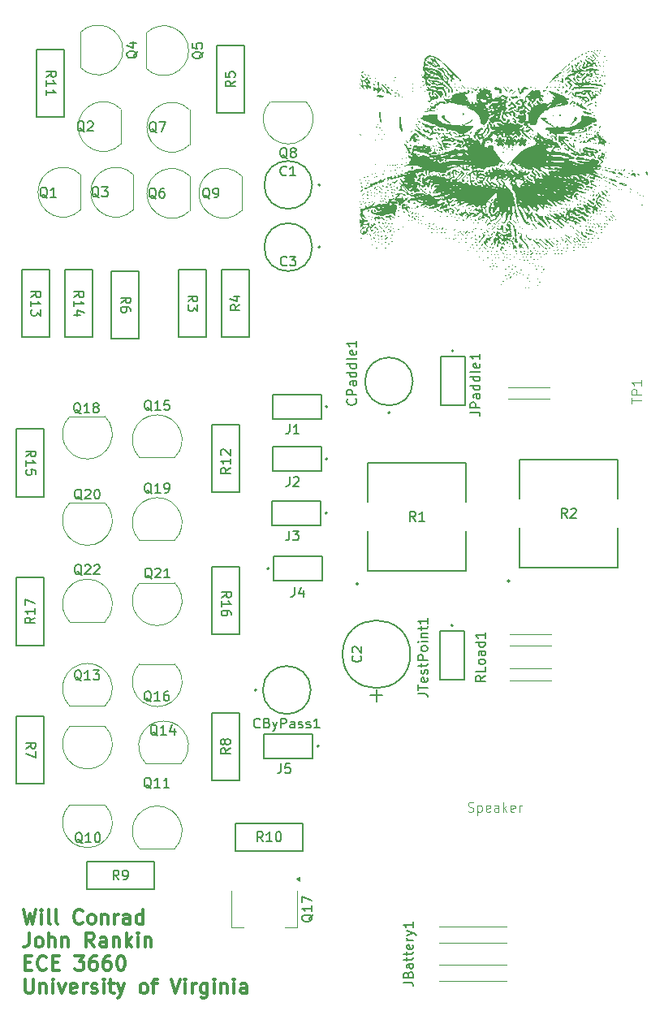
<source format=gbr>
%TF.GenerationSoftware,KiCad,Pcbnew,9.0.6*%
%TF.CreationDate,2025-11-22T15:54:34-05:00*%
%TF.ProjectId,Project_Final,50726f6a-6563-4745-9f46-696e616c2e6b,rev?*%
%TF.SameCoordinates,Original*%
%TF.FileFunction,Legend,Top*%
%TF.FilePolarity,Positive*%
%FSLAX46Y46*%
G04 Gerber Fmt 4.6, Leading zero omitted, Abs format (unit mm)*
G04 Created by KiCad (PCBNEW 9.0.6) date 2025-11-22 15:54:34*
%MOMM*%
%LPD*%
G01*
G04 APERTURE LIST*
%ADD10C,0.300000*%
%ADD11C,0.100000*%
%ADD12C,0.150000*%
%ADD13C,0.152400*%
%ADD14C,0.120000*%
%ADD15C,0.127000*%
%ADD16C,0.200000*%
%ADD17C,0.000000*%
G04 APERTURE END LIST*
D10*
X67411653Y-113056080D02*
X67768796Y-114556080D01*
X67768796Y-114556080D02*
X68054510Y-113484652D01*
X68054510Y-113484652D02*
X68340225Y-114556080D01*
X68340225Y-114556080D02*
X68697368Y-113056080D01*
X69268796Y-114556080D02*
X69268796Y-113556080D01*
X69268796Y-113056080D02*
X69197368Y-113127509D01*
X69197368Y-113127509D02*
X69268796Y-113198937D01*
X69268796Y-113198937D02*
X69340225Y-113127509D01*
X69340225Y-113127509D02*
X69268796Y-113056080D01*
X69268796Y-113056080D02*
X69268796Y-113198937D01*
X70197368Y-114556080D02*
X70054511Y-114484652D01*
X70054511Y-114484652D02*
X69983082Y-114341794D01*
X69983082Y-114341794D02*
X69983082Y-113056080D01*
X70983082Y-114556080D02*
X70840225Y-114484652D01*
X70840225Y-114484652D02*
X70768796Y-114341794D01*
X70768796Y-114341794D02*
X70768796Y-113056080D01*
X73554510Y-114413223D02*
X73483082Y-114484652D01*
X73483082Y-114484652D02*
X73268796Y-114556080D01*
X73268796Y-114556080D02*
X73125939Y-114556080D01*
X73125939Y-114556080D02*
X72911653Y-114484652D01*
X72911653Y-114484652D02*
X72768796Y-114341794D01*
X72768796Y-114341794D02*
X72697367Y-114198937D01*
X72697367Y-114198937D02*
X72625939Y-113913223D01*
X72625939Y-113913223D02*
X72625939Y-113698937D01*
X72625939Y-113698937D02*
X72697367Y-113413223D01*
X72697367Y-113413223D02*
X72768796Y-113270366D01*
X72768796Y-113270366D02*
X72911653Y-113127509D01*
X72911653Y-113127509D02*
X73125939Y-113056080D01*
X73125939Y-113056080D02*
X73268796Y-113056080D01*
X73268796Y-113056080D02*
X73483082Y-113127509D01*
X73483082Y-113127509D02*
X73554510Y-113198937D01*
X74411653Y-114556080D02*
X74268796Y-114484652D01*
X74268796Y-114484652D02*
X74197367Y-114413223D01*
X74197367Y-114413223D02*
X74125939Y-114270366D01*
X74125939Y-114270366D02*
X74125939Y-113841794D01*
X74125939Y-113841794D02*
X74197367Y-113698937D01*
X74197367Y-113698937D02*
X74268796Y-113627509D01*
X74268796Y-113627509D02*
X74411653Y-113556080D01*
X74411653Y-113556080D02*
X74625939Y-113556080D01*
X74625939Y-113556080D02*
X74768796Y-113627509D01*
X74768796Y-113627509D02*
X74840225Y-113698937D01*
X74840225Y-113698937D02*
X74911653Y-113841794D01*
X74911653Y-113841794D02*
X74911653Y-114270366D01*
X74911653Y-114270366D02*
X74840225Y-114413223D01*
X74840225Y-114413223D02*
X74768796Y-114484652D01*
X74768796Y-114484652D02*
X74625939Y-114556080D01*
X74625939Y-114556080D02*
X74411653Y-114556080D01*
X75554510Y-113556080D02*
X75554510Y-114556080D01*
X75554510Y-113698937D02*
X75625939Y-113627509D01*
X75625939Y-113627509D02*
X75768796Y-113556080D01*
X75768796Y-113556080D02*
X75983082Y-113556080D01*
X75983082Y-113556080D02*
X76125939Y-113627509D01*
X76125939Y-113627509D02*
X76197368Y-113770366D01*
X76197368Y-113770366D02*
X76197368Y-114556080D01*
X76911653Y-114556080D02*
X76911653Y-113556080D01*
X76911653Y-113841794D02*
X76983082Y-113698937D01*
X76983082Y-113698937D02*
X77054511Y-113627509D01*
X77054511Y-113627509D02*
X77197368Y-113556080D01*
X77197368Y-113556080D02*
X77340225Y-113556080D01*
X78483082Y-114556080D02*
X78483082Y-113770366D01*
X78483082Y-113770366D02*
X78411653Y-113627509D01*
X78411653Y-113627509D02*
X78268796Y-113556080D01*
X78268796Y-113556080D02*
X77983082Y-113556080D01*
X77983082Y-113556080D02*
X77840224Y-113627509D01*
X78483082Y-114484652D02*
X78340224Y-114556080D01*
X78340224Y-114556080D02*
X77983082Y-114556080D01*
X77983082Y-114556080D02*
X77840224Y-114484652D01*
X77840224Y-114484652D02*
X77768796Y-114341794D01*
X77768796Y-114341794D02*
X77768796Y-114198937D01*
X77768796Y-114198937D02*
X77840224Y-114056080D01*
X77840224Y-114056080D02*
X77983082Y-113984652D01*
X77983082Y-113984652D02*
X78340224Y-113984652D01*
X78340224Y-113984652D02*
X78483082Y-113913223D01*
X79840225Y-114556080D02*
X79840225Y-113056080D01*
X79840225Y-114484652D02*
X79697367Y-114556080D01*
X79697367Y-114556080D02*
X79411653Y-114556080D01*
X79411653Y-114556080D02*
X79268796Y-114484652D01*
X79268796Y-114484652D02*
X79197367Y-114413223D01*
X79197367Y-114413223D02*
X79125939Y-114270366D01*
X79125939Y-114270366D02*
X79125939Y-113841794D01*
X79125939Y-113841794D02*
X79197367Y-113698937D01*
X79197367Y-113698937D02*
X79268796Y-113627509D01*
X79268796Y-113627509D02*
X79411653Y-113556080D01*
X79411653Y-113556080D02*
X79697367Y-113556080D01*
X79697367Y-113556080D02*
X79840225Y-113627509D01*
X67983082Y-115470996D02*
X67983082Y-116542425D01*
X67983082Y-116542425D02*
X67911653Y-116756710D01*
X67911653Y-116756710D02*
X67768796Y-116899568D01*
X67768796Y-116899568D02*
X67554510Y-116970996D01*
X67554510Y-116970996D02*
X67411653Y-116970996D01*
X68911653Y-116970996D02*
X68768796Y-116899568D01*
X68768796Y-116899568D02*
X68697367Y-116828139D01*
X68697367Y-116828139D02*
X68625939Y-116685282D01*
X68625939Y-116685282D02*
X68625939Y-116256710D01*
X68625939Y-116256710D02*
X68697367Y-116113853D01*
X68697367Y-116113853D02*
X68768796Y-116042425D01*
X68768796Y-116042425D02*
X68911653Y-115970996D01*
X68911653Y-115970996D02*
X69125939Y-115970996D01*
X69125939Y-115970996D02*
X69268796Y-116042425D01*
X69268796Y-116042425D02*
X69340225Y-116113853D01*
X69340225Y-116113853D02*
X69411653Y-116256710D01*
X69411653Y-116256710D02*
X69411653Y-116685282D01*
X69411653Y-116685282D02*
X69340225Y-116828139D01*
X69340225Y-116828139D02*
X69268796Y-116899568D01*
X69268796Y-116899568D02*
X69125939Y-116970996D01*
X69125939Y-116970996D02*
X68911653Y-116970996D01*
X70054510Y-116970996D02*
X70054510Y-115470996D01*
X70697368Y-116970996D02*
X70697368Y-116185282D01*
X70697368Y-116185282D02*
X70625939Y-116042425D01*
X70625939Y-116042425D02*
X70483082Y-115970996D01*
X70483082Y-115970996D02*
X70268796Y-115970996D01*
X70268796Y-115970996D02*
X70125939Y-116042425D01*
X70125939Y-116042425D02*
X70054510Y-116113853D01*
X71411653Y-115970996D02*
X71411653Y-116970996D01*
X71411653Y-116113853D02*
X71483082Y-116042425D01*
X71483082Y-116042425D02*
X71625939Y-115970996D01*
X71625939Y-115970996D02*
X71840225Y-115970996D01*
X71840225Y-115970996D02*
X71983082Y-116042425D01*
X71983082Y-116042425D02*
X72054511Y-116185282D01*
X72054511Y-116185282D02*
X72054511Y-116970996D01*
X74768796Y-116970996D02*
X74268796Y-116256710D01*
X73911653Y-116970996D02*
X73911653Y-115470996D01*
X73911653Y-115470996D02*
X74483082Y-115470996D01*
X74483082Y-115470996D02*
X74625939Y-115542425D01*
X74625939Y-115542425D02*
X74697368Y-115613853D01*
X74697368Y-115613853D02*
X74768796Y-115756710D01*
X74768796Y-115756710D02*
X74768796Y-115970996D01*
X74768796Y-115970996D02*
X74697368Y-116113853D01*
X74697368Y-116113853D02*
X74625939Y-116185282D01*
X74625939Y-116185282D02*
X74483082Y-116256710D01*
X74483082Y-116256710D02*
X73911653Y-116256710D01*
X76054511Y-116970996D02*
X76054511Y-116185282D01*
X76054511Y-116185282D02*
X75983082Y-116042425D01*
X75983082Y-116042425D02*
X75840225Y-115970996D01*
X75840225Y-115970996D02*
X75554511Y-115970996D01*
X75554511Y-115970996D02*
X75411653Y-116042425D01*
X76054511Y-116899568D02*
X75911653Y-116970996D01*
X75911653Y-116970996D02*
X75554511Y-116970996D01*
X75554511Y-116970996D02*
X75411653Y-116899568D01*
X75411653Y-116899568D02*
X75340225Y-116756710D01*
X75340225Y-116756710D02*
X75340225Y-116613853D01*
X75340225Y-116613853D02*
X75411653Y-116470996D01*
X75411653Y-116470996D02*
X75554511Y-116399568D01*
X75554511Y-116399568D02*
X75911653Y-116399568D01*
X75911653Y-116399568D02*
X76054511Y-116328139D01*
X76768796Y-115970996D02*
X76768796Y-116970996D01*
X76768796Y-116113853D02*
X76840225Y-116042425D01*
X76840225Y-116042425D02*
X76983082Y-115970996D01*
X76983082Y-115970996D02*
X77197368Y-115970996D01*
X77197368Y-115970996D02*
X77340225Y-116042425D01*
X77340225Y-116042425D02*
X77411654Y-116185282D01*
X77411654Y-116185282D02*
X77411654Y-116970996D01*
X78125939Y-116970996D02*
X78125939Y-115470996D01*
X78268797Y-116399568D02*
X78697368Y-116970996D01*
X78697368Y-115970996D02*
X78125939Y-116542425D01*
X79340225Y-116970996D02*
X79340225Y-115970996D01*
X79340225Y-115470996D02*
X79268797Y-115542425D01*
X79268797Y-115542425D02*
X79340225Y-115613853D01*
X79340225Y-115613853D02*
X79411654Y-115542425D01*
X79411654Y-115542425D02*
X79340225Y-115470996D01*
X79340225Y-115470996D02*
X79340225Y-115613853D01*
X80054511Y-115970996D02*
X80054511Y-116970996D01*
X80054511Y-116113853D02*
X80125940Y-116042425D01*
X80125940Y-116042425D02*
X80268797Y-115970996D01*
X80268797Y-115970996D02*
X80483083Y-115970996D01*
X80483083Y-115970996D02*
X80625940Y-116042425D01*
X80625940Y-116042425D02*
X80697369Y-116185282D01*
X80697369Y-116185282D02*
X80697369Y-116970996D01*
X67554510Y-118600198D02*
X68054510Y-118600198D01*
X68268796Y-119385912D02*
X67554510Y-119385912D01*
X67554510Y-119385912D02*
X67554510Y-117885912D01*
X67554510Y-117885912D02*
X68268796Y-117885912D01*
X69768796Y-119243055D02*
X69697368Y-119314484D01*
X69697368Y-119314484D02*
X69483082Y-119385912D01*
X69483082Y-119385912D02*
X69340225Y-119385912D01*
X69340225Y-119385912D02*
X69125939Y-119314484D01*
X69125939Y-119314484D02*
X68983082Y-119171626D01*
X68983082Y-119171626D02*
X68911653Y-119028769D01*
X68911653Y-119028769D02*
X68840225Y-118743055D01*
X68840225Y-118743055D02*
X68840225Y-118528769D01*
X68840225Y-118528769D02*
X68911653Y-118243055D01*
X68911653Y-118243055D02*
X68983082Y-118100198D01*
X68983082Y-118100198D02*
X69125939Y-117957341D01*
X69125939Y-117957341D02*
X69340225Y-117885912D01*
X69340225Y-117885912D02*
X69483082Y-117885912D01*
X69483082Y-117885912D02*
X69697368Y-117957341D01*
X69697368Y-117957341D02*
X69768796Y-118028769D01*
X70411653Y-118600198D02*
X70911653Y-118600198D01*
X71125939Y-119385912D02*
X70411653Y-119385912D01*
X70411653Y-119385912D02*
X70411653Y-117885912D01*
X70411653Y-117885912D02*
X71125939Y-117885912D01*
X72768796Y-117885912D02*
X73697368Y-117885912D01*
X73697368Y-117885912D02*
X73197368Y-118457341D01*
X73197368Y-118457341D02*
X73411653Y-118457341D01*
X73411653Y-118457341D02*
X73554511Y-118528769D01*
X73554511Y-118528769D02*
X73625939Y-118600198D01*
X73625939Y-118600198D02*
X73697368Y-118743055D01*
X73697368Y-118743055D02*
X73697368Y-119100198D01*
X73697368Y-119100198D02*
X73625939Y-119243055D01*
X73625939Y-119243055D02*
X73554511Y-119314484D01*
X73554511Y-119314484D02*
X73411653Y-119385912D01*
X73411653Y-119385912D02*
X72983082Y-119385912D01*
X72983082Y-119385912D02*
X72840225Y-119314484D01*
X72840225Y-119314484D02*
X72768796Y-119243055D01*
X74983082Y-117885912D02*
X74697367Y-117885912D01*
X74697367Y-117885912D02*
X74554510Y-117957341D01*
X74554510Y-117957341D02*
X74483082Y-118028769D01*
X74483082Y-118028769D02*
X74340224Y-118243055D01*
X74340224Y-118243055D02*
X74268796Y-118528769D01*
X74268796Y-118528769D02*
X74268796Y-119100198D01*
X74268796Y-119100198D02*
X74340224Y-119243055D01*
X74340224Y-119243055D02*
X74411653Y-119314484D01*
X74411653Y-119314484D02*
X74554510Y-119385912D01*
X74554510Y-119385912D02*
X74840224Y-119385912D01*
X74840224Y-119385912D02*
X74983082Y-119314484D01*
X74983082Y-119314484D02*
X75054510Y-119243055D01*
X75054510Y-119243055D02*
X75125939Y-119100198D01*
X75125939Y-119100198D02*
X75125939Y-118743055D01*
X75125939Y-118743055D02*
X75054510Y-118600198D01*
X75054510Y-118600198D02*
X74983082Y-118528769D01*
X74983082Y-118528769D02*
X74840224Y-118457341D01*
X74840224Y-118457341D02*
X74554510Y-118457341D01*
X74554510Y-118457341D02*
X74411653Y-118528769D01*
X74411653Y-118528769D02*
X74340224Y-118600198D01*
X74340224Y-118600198D02*
X74268796Y-118743055D01*
X76411653Y-117885912D02*
X76125938Y-117885912D01*
X76125938Y-117885912D02*
X75983081Y-117957341D01*
X75983081Y-117957341D02*
X75911653Y-118028769D01*
X75911653Y-118028769D02*
X75768795Y-118243055D01*
X75768795Y-118243055D02*
X75697367Y-118528769D01*
X75697367Y-118528769D02*
X75697367Y-119100198D01*
X75697367Y-119100198D02*
X75768795Y-119243055D01*
X75768795Y-119243055D02*
X75840224Y-119314484D01*
X75840224Y-119314484D02*
X75983081Y-119385912D01*
X75983081Y-119385912D02*
X76268795Y-119385912D01*
X76268795Y-119385912D02*
X76411653Y-119314484D01*
X76411653Y-119314484D02*
X76483081Y-119243055D01*
X76483081Y-119243055D02*
X76554510Y-119100198D01*
X76554510Y-119100198D02*
X76554510Y-118743055D01*
X76554510Y-118743055D02*
X76483081Y-118600198D01*
X76483081Y-118600198D02*
X76411653Y-118528769D01*
X76411653Y-118528769D02*
X76268795Y-118457341D01*
X76268795Y-118457341D02*
X75983081Y-118457341D01*
X75983081Y-118457341D02*
X75840224Y-118528769D01*
X75840224Y-118528769D02*
X75768795Y-118600198D01*
X75768795Y-118600198D02*
X75697367Y-118743055D01*
X77483081Y-117885912D02*
X77625938Y-117885912D01*
X77625938Y-117885912D02*
X77768795Y-117957341D01*
X77768795Y-117957341D02*
X77840224Y-118028769D01*
X77840224Y-118028769D02*
X77911652Y-118171626D01*
X77911652Y-118171626D02*
X77983081Y-118457341D01*
X77983081Y-118457341D02*
X77983081Y-118814484D01*
X77983081Y-118814484D02*
X77911652Y-119100198D01*
X77911652Y-119100198D02*
X77840224Y-119243055D01*
X77840224Y-119243055D02*
X77768795Y-119314484D01*
X77768795Y-119314484D02*
X77625938Y-119385912D01*
X77625938Y-119385912D02*
X77483081Y-119385912D01*
X77483081Y-119385912D02*
X77340224Y-119314484D01*
X77340224Y-119314484D02*
X77268795Y-119243055D01*
X77268795Y-119243055D02*
X77197366Y-119100198D01*
X77197366Y-119100198D02*
X77125938Y-118814484D01*
X77125938Y-118814484D02*
X77125938Y-118457341D01*
X77125938Y-118457341D02*
X77197366Y-118171626D01*
X77197366Y-118171626D02*
X77268795Y-118028769D01*
X77268795Y-118028769D02*
X77340224Y-117957341D01*
X77340224Y-117957341D02*
X77483081Y-117885912D01*
X67554510Y-120300828D02*
X67554510Y-121515114D01*
X67554510Y-121515114D02*
X67625939Y-121657971D01*
X67625939Y-121657971D02*
X67697368Y-121729400D01*
X67697368Y-121729400D02*
X67840225Y-121800828D01*
X67840225Y-121800828D02*
X68125939Y-121800828D01*
X68125939Y-121800828D02*
X68268796Y-121729400D01*
X68268796Y-121729400D02*
X68340225Y-121657971D01*
X68340225Y-121657971D02*
X68411653Y-121515114D01*
X68411653Y-121515114D02*
X68411653Y-120300828D01*
X69125939Y-120800828D02*
X69125939Y-121800828D01*
X69125939Y-120943685D02*
X69197368Y-120872257D01*
X69197368Y-120872257D02*
X69340225Y-120800828D01*
X69340225Y-120800828D02*
X69554511Y-120800828D01*
X69554511Y-120800828D02*
X69697368Y-120872257D01*
X69697368Y-120872257D02*
X69768797Y-121015114D01*
X69768797Y-121015114D02*
X69768797Y-121800828D01*
X70483082Y-121800828D02*
X70483082Y-120800828D01*
X70483082Y-120300828D02*
X70411654Y-120372257D01*
X70411654Y-120372257D02*
X70483082Y-120443685D01*
X70483082Y-120443685D02*
X70554511Y-120372257D01*
X70554511Y-120372257D02*
X70483082Y-120300828D01*
X70483082Y-120300828D02*
X70483082Y-120443685D01*
X71054511Y-120800828D02*
X71411654Y-121800828D01*
X71411654Y-121800828D02*
X71768797Y-120800828D01*
X72911654Y-121729400D02*
X72768797Y-121800828D01*
X72768797Y-121800828D02*
X72483083Y-121800828D01*
X72483083Y-121800828D02*
X72340225Y-121729400D01*
X72340225Y-121729400D02*
X72268797Y-121586542D01*
X72268797Y-121586542D02*
X72268797Y-121015114D01*
X72268797Y-121015114D02*
X72340225Y-120872257D01*
X72340225Y-120872257D02*
X72483083Y-120800828D01*
X72483083Y-120800828D02*
X72768797Y-120800828D01*
X72768797Y-120800828D02*
X72911654Y-120872257D01*
X72911654Y-120872257D02*
X72983083Y-121015114D01*
X72983083Y-121015114D02*
X72983083Y-121157971D01*
X72983083Y-121157971D02*
X72268797Y-121300828D01*
X73625939Y-121800828D02*
X73625939Y-120800828D01*
X73625939Y-121086542D02*
X73697368Y-120943685D01*
X73697368Y-120943685D02*
X73768797Y-120872257D01*
X73768797Y-120872257D02*
X73911654Y-120800828D01*
X73911654Y-120800828D02*
X74054511Y-120800828D01*
X74483082Y-121729400D02*
X74625939Y-121800828D01*
X74625939Y-121800828D02*
X74911653Y-121800828D01*
X74911653Y-121800828D02*
X75054510Y-121729400D01*
X75054510Y-121729400D02*
X75125939Y-121586542D01*
X75125939Y-121586542D02*
X75125939Y-121515114D01*
X75125939Y-121515114D02*
X75054510Y-121372257D01*
X75054510Y-121372257D02*
X74911653Y-121300828D01*
X74911653Y-121300828D02*
X74697368Y-121300828D01*
X74697368Y-121300828D02*
X74554510Y-121229400D01*
X74554510Y-121229400D02*
X74483082Y-121086542D01*
X74483082Y-121086542D02*
X74483082Y-121015114D01*
X74483082Y-121015114D02*
X74554510Y-120872257D01*
X74554510Y-120872257D02*
X74697368Y-120800828D01*
X74697368Y-120800828D02*
X74911653Y-120800828D01*
X74911653Y-120800828D02*
X75054510Y-120872257D01*
X75768796Y-121800828D02*
X75768796Y-120800828D01*
X75768796Y-120300828D02*
X75697368Y-120372257D01*
X75697368Y-120372257D02*
X75768796Y-120443685D01*
X75768796Y-120443685D02*
X75840225Y-120372257D01*
X75840225Y-120372257D02*
X75768796Y-120300828D01*
X75768796Y-120300828D02*
X75768796Y-120443685D01*
X76268797Y-120800828D02*
X76840225Y-120800828D01*
X76483082Y-120300828D02*
X76483082Y-121586542D01*
X76483082Y-121586542D02*
X76554511Y-121729400D01*
X76554511Y-121729400D02*
X76697368Y-121800828D01*
X76697368Y-121800828D02*
X76840225Y-121800828D01*
X77197368Y-120800828D02*
X77554511Y-121800828D01*
X77911654Y-120800828D02*
X77554511Y-121800828D01*
X77554511Y-121800828D02*
X77411654Y-122157971D01*
X77411654Y-122157971D02*
X77340225Y-122229400D01*
X77340225Y-122229400D02*
X77197368Y-122300828D01*
X79840225Y-121800828D02*
X79697368Y-121729400D01*
X79697368Y-121729400D02*
X79625939Y-121657971D01*
X79625939Y-121657971D02*
X79554511Y-121515114D01*
X79554511Y-121515114D02*
X79554511Y-121086542D01*
X79554511Y-121086542D02*
X79625939Y-120943685D01*
X79625939Y-120943685D02*
X79697368Y-120872257D01*
X79697368Y-120872257D02*
X79840225Y-120800828D01*
X79840225Y-120800828D02*
X80054511Y-120800828D01*
X80054511Y-120800828D02*
X80197368Y-120872257D01*
X80197368Y-120872257D02*
X80268797Y-120943685D01*
X80268797Y-120943685D02*
X80340225Y-121086542D01*
X80340225Y-121086542D02*
X80340225Y-121515114D01*
X80340225Y-121515114D02*
X80268797Y-121657971D01*
X80268797Y-121657971D02*
X80197368Y-121729400D01*
X80197368Y-121729400D02*
X80054511Y-121800828D01*
X80054511Y-121800828D02*
X79840225Y-121800828D01*
X80768797Y-120800828D02*
X81340225Y-120800828D01*
X80983082Y-121800828D02*
X80983082Y-120515114D01*
X80983082Y-120515114D02*
X81054511Y-120372257D01*
X81054511Y-120372257D02*
X81197368Y-120300828D01*
X81197368Y-120300828D02*
X81340225Y-120300828D01*
X82768797Y-120300828D02*
X83268797Y-121800828D01*
X83268797Y-121800828D02*
X83768797Y-120300828D01*
X84268796Y-121800828D02*
X84268796Y-120800828D01*
X84268796Y-120300828D02*
X84197368Y-120372257D01*
X84197368Y-120372257D02*
X84268796Y-120443685D01*
X84268796Y-120443685D02*
X84340225Y-120372257D01*
X84340225Y-120372257D02*
X84268796Y-120300828D01*
X84268796Y-120300828D02*
X84268796Y-120443685D01*
X84983082Y-121800828D02*
X84983082Y-120800828D01*
X84983082Y-121086542D02*
X85054511Y-120943685D01*
X85054511Y-120943685D02*
X85125940Y-120872257D01*
X85125940Y-120872257D02*
X85268797Y-120800828D01*
X85268797Y-120800828D02*
X85411654Y-120800828D01*
X86554511Y-120800828D02*
X86554511Y-122015114D01*
X86554511Y-122015114D02*
X86483082Y-122157971D01*
X86483082Y-122157971D02*
X86411653Y-122229400D01*
X86411653Y-122229400D02*
X86268796Y-122300828D01*
X86268796Y-122300828D02*
X86054511Y-122300828D01*
X86054511Y-122300828D02*
X85911653Y-122229400D01*
X86554511Y-121729400D02*
X86411653Y-121800828D01*
X86411653Y-121800828D02*
X86125939Y-121800828D01*
X86125939Y-121800828D02*
X85983082Y-121729400D01*
X85983082Y-121729400D02*
X85911653Y-121657971D01*
X85911653Y-121657971D02*
X85840225Y-121515114D01*
X85840225Y-121515114D02*
X85840225Y-121086542D01*
X85840225Y-121086542D02*
X85911653Y-120943685D01*
X85911653Y-120943685D02*
X85983082Y-120872257D01*
X85983082Y-120872257D02*
X86125939Y-120800828D01*
X86125939Y-120800828D02*
X86411653Y-120800828D01*
X86411653Y-120800828D02*
X86554511Y-120872257D01*
X87268796Y-121800828D02*
X87268796Y-120800828D01*
X87268796Y-120300828D02*
X87197368Y-120372257D01*
X87197368Y-120372257D02*
X87268796Y-120443685D01*
X87268796Y-120443685D02*
X87340225Y-120372257D01*
X87340225Y-120372257D02*
X87268796Y-120300828D01*
X87268796Y-120300828D02*
X87268796Y-120443685D01*
X87983082Y-120800828D02*
X87983082Y-121800828D01*
X87983082Y-120943685D02*
X88054511Y-120872257D01*
X88054511Y-120872257D02*
X88197368Y-120800828D01*
X88197368Y-120800828D02*
X88411654Y-120800828D01*
X88411654Y-120800828D02*
X88554511Y-120872257D01*
X88554511Y-120872257D02*
X88625940Y-121015114D01*
X88625940Y-121015114D02*
X88625940Y-121800828D01*
X89340225Y-121800828D02*
X89340225Y-120800828D01*
X89340225Y-120300828D02*
X89268797Y-120372257D01*
X89268797Y-120372257D02*
X89340225Y-120443685D01*
X89340225Y-120443685D02*
X89411654Y-120372257D01*
X89411654Y-120372257D02*
X89340225Y-120300828D01*
X89340225Y-120300828D02*
X89340225Y-120443685D01*
X90697369Y-121800828D02*
X90697369Y-121015114D01*
X90697369Y-121015114D02*
X90625940Y-120872257D01*
X90625940Y-120872257D02*
X90483083Y-120800828D01*
X90483083Y-120800828D02*
X90197369Y-120800828D01*
X90197369Y-120800828D02*
X90054511Y-120872257D01*
X90697369Y-121729400D02*
X90554511Y-121800828D01*
X90554511Y-121800828D02*
X90197369Y-121800828D01*
X90197369Y-121800828D02*
X90054511Y-121729400D01*
X90054511Y-121729400D02*
X89983083Y-121586542D01*
X89983083Y-121586542D02*
X89983083Y-121443685D01*
X89983083Y-121443685D02*
X90054511Y-121300828D01*
X90054511Y-121300828D02*
X90197369Y-121229400D01*
X90197369Y-121229400D02*
X90554511Y-121229400D01*
X90554511Y-121229400D02*
X90697369Y-121157971D01*
D11*
X113756265Y-102824800D02*
X113899122Y-102872419D01*
X113899122Y-102872419D02*
X114137217Y-102872419D01*
X114137217Y-102872419D02*
X114232455Y-102824800D01*
X114232455Y-102824800D02*
X114280074Y-102777180D01*
X114280074Y-102777180D02*
X114327693Y-102681942D01*
X114327693Y-102681942D02*
X114327693Y-102586704D01*
X114327693Y-102586704D02*
X114280074Y-102491466D01*
X114280074Y-102491466D02*
X114232455Y-102443847D01*
X114232455Y-102443847D02*
X114137217Y-102396228D01*
X114137217Y-102396228D02*
X113946741Y-102348609D01*
X113946741Y-102348609D02*
X113851503Y-102300990D01*
X113851503Y-102300990D02*
X113803884Y-102253371D01*
X113803884Y-102253371D02*
X113756265Y-102158133D01*
X113756265Y-102158133D02*
X113756265Y-102062895D01*
X113756265Y-102062895D02*
X113803884Y-101967657D01*
X113803884Y-101967657D02*
X113851503Y-101920038D01*
X113851503Y-101920038D02*
X113946741Y-101872419D01*
X113946741Y-101872419D02*
X114184836Y-101872419D01*
X114184836Y-101872419D02*
X114327693Y-101920038D01*
X114756265Y-102205752D02*
X114756265Y-103205752D01*
X114756265Y-102253371D02*
X114851503Y-102205752D01*
X114851503Y-102205752D02*
X115041979Y-102205752D01*
X115041979Y-102205752D02*
X115137217Y-102253371D01*
X115137217Y-102253371D02*
X115184836Y-102300990D01*
X115184836Y-102300990D02*
X115232455Y-102396228D01*
X115232455Y-102396228D02*
X115232455Y-102681942D01*
X115232455Y-102681942D02*
X115184836Y-102777180D01*
X115184836Y-102777180D02*
X115137217Y-102824800D01*
X115137217Y-102824800D02*
X115041979Y-102872419D01*
X115041979Y-102872419D02*
X114851503Y-102872419D01*
X114851503Y-102872419D02*
X114756265Y-102824800D01*
X116041979Y-102824800D02*
X115946741Y-102872419D01*
X115946741Y-102872419D02*
X115756265Y-102872419D01*
X115756265Y-102872419D02*
X115661027Y-102824800D01*
X115661027Y-102824800D02*
X115613408Y-102729561D01*
X115613408Y-102729561D02*
X115613408Y-102348609D01*
X115613408Y-102348609D02*
X115661027Y-102253371D01*
X115661027Y-102253371D02*
X115756265Y-102205752D01*
X115756265Y-102205752D02*
X115946741Y-102205752D01*
X115946741Y-102205752D02*
X116041979Y-102253371D01*
X116041979Y-102253371D02*
X116089598Y-102348609D01*
X116089598Y-102348609D02*
X116089598Y-102443847D01*
X116089598Y-102443847D02*
X115613408Y-102539085D01*
X116946741Y-102872419D02*
X116946741Y-102348609D01*
X116946741Y-102348609D02*
X116899122Y-102253371D01*
X116899122Y-102253371D02*
X116803884Y-102205752D01*
X116803884Y-102205752D02*
X116613408Y-102205752D01*
X116613408Y-102205752D02*
X116518170Y-102253371D01*
X116946741Y-102824800D02*
X116851503Y-102872419D01*
X116851503Y-102872419D02*
X116613408Y-102872419D01*
X116613408Y-102872419D02*
X116518170Y-102824800D01*
X116518170Y-102824800D02*
X116470551Y-102729561D01*
X116470551Y-102729561D02*
X116470551Y-102634323D01*
X116470551Y-102634323D02*
X116518170Y-102539085D01*
X116518170Y-102539085D02*
X116613408Y-102491466D01*
X116613408Y-102491466D02*
X116851503Y-102491466D01*
X116851503Y-102491466D02*
X116946741Y-102443847D01*
X117422932Y-102872419D02*
X117422932Y-101872419D01*
X117518170Y-102491466D02*
X117803884Y-102872419D01*
X117803884Y-102205752D02*
X117422932Y-102586704D01*
X118613408Y-102824800D02*
X118518170Y-102872419D01*
X118518170Y-102872419D02*
X118327694Y-102872419D01*
X118327694Y-102872419D02*
X118232456Y-102824800D01*
X118232456Y-102824800D02*
X118184837Y-102729561D01*
X118184837Y-102729561D02*
X118184837Y-102348609D01*
X118184837Y-102348609D02*
X118232456Y-102253371D01*
X118232456Y-102253371D02*
X118327694Y-102205752D01*
X118327694Y-102205752D02*
X118518170Y-102205752D01*
X118518170Y-102205752D02*
X118613408Y-102253371D01*
X118613408Y-102253371D02*
X118661027Y-102348609D01*
X118661027Y-102348609D02*
X118661027Y-102443847D01*
X118661027Y-102443847D02*
X118184837Y-102539085D01*
X119089599Y-102872419D02*
X119089599Y-102205752D01*
X119089599Y-102396228D02*
X119137218Y-102300990D01*
X119137218Y-102300990D02*
X119184837Y-102253371D01*
X119184837Y-102253371D02*
X119280075Y-102205752D01*
X119280075Y-102205752D02*
X119375313Y-102205752D01*
D12*
X68185180Y-49231142D02*
X68661371Y-48897809D01*
X68185180Y-48659714D02*
X69185180Y-48659714D01*
X69185180Y-48659714D02*
X69185180Y-49040666D01*
X69185180Y-49040666D02*
X69137561Y-49135904D01*
X69137561Y-49135904D02*
X69089942Y-49183523D01*
X69089942Y-49183523D02*
X68994704Y-49231142D01*
X68994704Y-49231142D02*
X68851847Y-49231142D01*
X68851847Y-49231142D02*
X68756609Y-49183523D01*
X68756609Y-49183523D02*
X68708990Y-49135904D01*
X68708990Y-49135904D02*
X68661371Y-49040666D01*
X68661371Y-49040666D02*
X68661371Y-48659714D01*
X68185180Y-50183523D02*
X68185180Y-49612095D01*
X68185180Y-49897809D02*
X69185180Y-49897809D01*
X69185180Y-49897809D02*
X69042323Y-49802571D01*
X69042323Y-49802571D02*
X68947085Y-49707333D01*
X68947085Y-49707333D02*
X68899466Y-49612095D01*
X69185180Y-50516857D02*
X69185180Y-51135904D01*
X69185180Y-51135904D02*
X68804228Y-50802571D01*
X68804228Y-50802571D02*
X68804228Y-50945428D01*
X68804228Y-50945428D02*
X68756609Y-51040666D01*
X68756609Y-51040666D02*
X68708990Y-51088285D01*
X68708990Y-51088285D02*
X68613752Y-51135904D01*
X68613752Y-51135904D02*
X68375657Y-51135904D01*
X68375657Y-51135904D02*
X68280419Y-51088285D01*
X68280419Y-51088285D02*
X68232800Y-51040666D01*
X68232800Y-51040666D02*
X68185180Y-50945428D01*
X68185180Y-50945428D02*
X68185180Y-50659714D01*
X68185180Y-50659714D02*
X68232800Y-50564476D01*
X68232800Y-50564476D02*
X68280419Y-50516857D01*
X80758571Y-61070057D02*
X80663333Y-61022438D01*
X80663333Y-61022438D02*
X80568095Y-60927200D01*
X80568095Y-60927200D02*
X80425238Y-60784342D01*
X80425238Y-60784342D02*
X80330000Y-60736723D01*
X80330000Y-60736723D02*
X80234762Y-60736723D01*
X80282381Y-60974819D02*
X80187143Y-60927200D01*
X80187143Y-60927200D02*
X80091905Y-60831961D01*
X80091905Y-60831961D02*
X80044286Y-60641485D01*
X80044286Y-60641485D02*
X80044286Y-60308152D01*
X80044286Y-60308152D02*
X80091905Y-60117676D01*
X80091905Y-60117676D02*
X80187143Y-60022438D01*
X80187143Y-60022438D02*
X80282381Y-59974819D01*
X80282381Y-59974819D02*
X80472857Y-59974819D01*
X80472857Y-59974819D02*
X80568095Y-60022438D01*
X80568095Y-60022438D02*
X80663333Y-60117676D01*
X80663333Y-60117676D02*
X80710952Y-60308152D01*
X80710952Y-60308152D02*
X80710952Y-60641485D01*
X80710952Y-60641485D02*
X80663333Y-60831961D01*
X80663333Y-60831961D02*
X80568095Y-60927200D01*
X80568095Y-60927200D02*
X80472857Y-60974819D01*
X80472857Y-60974819D02*
X80282381Y-60974819D01*
X81663333Y-60974819D02*
X81091905Y-60974819D01*
X81377619Y-60974819D02*
X81377619Y-59974819D01*
X81377619Y-59974819D02*
X81282381Y-60117676D01*
X81282381Y-60117676D02*
X81187143Y-60212914D01*
X81187143Y-60212914D02*
X81091905Y-60260533D01*
X82568095Y-59974819D02*
X82091905Y-59974819D01*
X82091905Y-59974819D02*
X82044286Y-60451009D01*
X82044286Y-60451009D02*
X82091905Y-60403390D01*
X82091905Y-60403390D02*
X82187143Y-60355771D01*
X82187143Y-60355771D02*
X82425238Y-60355771D01*
X82425238Y-60355771D02*
X82520476Y-60403390D01*
X82520476Y-60403390D02*
X82568095Y-60451009D01*
X82568095Y-60451009D02*
X82615714Y-60546247D01*
X82615714Y-60546247D02*
X82615714Y-60784342D01*
X82615714Y-60784342D02*
X82568095Y-60879580D01*
X82568095Y-60879580D02*
X82520476Y-60927200D01*
X82520476Y-60927200D02*
X82425238Y-60974819D01*
X82425238Y-60974819D02*
X82187143Y-60974819D01*
X82187143Y-60974819D02*
X82091905Y-60927200D01*
X82091905Y-60927200D02*
X82044286Y-60879580D01*
X94803333Y-36449580D02*
X94755714Y-36497200D01*
X94755714Y-36497200D02*
X94612857Y-36544819D01*
X94612857Y-36544819D02*
X94517619Y-36544819D01*
X94517619Y-36544819D02*
X94374762Y-36497200D01*
X94374762Y-36497200D02*
X94279524Y-36401961D01*
X94279524Y-36401961D02*
X94231905Y-36306723D01*
X94231905Y-36306723D02*
X94184286Y-36116247D01*
X94184286Y-36116247D02*
X94184286Y-35973390D01*
X94184286Y-35973390D02*
X94231905Y-35782914D01*
X94231905Y-35782914D02*
X94279524Y-35687676D01*
X94279524Y-35687676D02*
X94374762Y-35592438D01*
X94374762Y-35592438D02*
X94517619Y-35544819D01*
X94517619Y-35544819D02*
X94612857Y-35544819D01*
X94612857Y-35544819D02*
X94755714Y-35592438D01*
X94755714Y-35592438D02*
X94803333Y-35640057D01*
X95755714Y-36544819D02*
X95184286Y-36544819D01*
X95470000Y-36544819D02*
X95470000Y-35544819D01*
X95470000Y-35544819D02*
X95374762Y-35687676D01*
X95374762Y-35687676D02*
X95279524Y-35782914D01*
X95279524Y-35782914D02*
X95184286Y-35830533D01*
X67645180Y-65837142D02*
X68121371Y-65503809D01*
X67645180Y-65265714D02*
X68645180Y-65265714D01*
X68645180Y-65265714D02*
X68645180Y-65646666D01*
X68645180Y-65646666D02*
X68597561Y-65741904D01*
X68597561Y-65741904D02*
X68549942Y-65789523D01*
X68549942Y-65789523D02*
X68454704Y-65837142D01*
X68454704Y-65837142D02*
X68311847Y-65837142D01*
X68311847Y-65837142D02*
X68216609Y-65789523D01*
X68216609Y-65789523D02*
X68168990Y-65741904D01*
X68168990Y-65741904D02*
X68121371Y-65646666D01*
X68121371Y-65646666D02*
X68121371Y-65265714D01*
X67645180Y-66789523D02*
X67645180Y-66218095D01*
X67645180Y-66503809D02*
X68645180Y-66503809D01*
X68645180Y-66503809D02*
X68502323Y-66408571D01*
X68502323Y-66408571D02*
X68407085Y-66313333D01*
X68407085Y-66313333D02*
X68359466Y-66218095D01*
X68645180Y-67694285D02*
X68645180Y-67218095D01*
X68645180Y-67218095D02*
X68168990Y-67170476D01*
X68168990Y-67170476D02*
X68216609Y-67218095D01*
X68216609Y-67218095D02*
X68264228Y-67313333D01*
X68264228Y-67313333D02*
X68264228Y-67551428D01*
X68264228Y-67551428D02*
X68216609Y-67646666D01*
X68216609Y-67646666D02*
X68168990Y-67694285D01*
X68168990Y-67694285D02*
X68073752Y-67741904D01*
X68073752Y-67741904D02*
X67835657Y-67741904D01*
X67835657Y-67741904D02*
X67740419Y-67694285D01*
X67740419Y-67694285D02*
X67692800Y-67646666D01*
X67692800Y-67646666D02*
X67645180Y-67551428D01*
X67645180Y-67551428D02*
X67645180Y-67313333D01*
X67645180Y-67313333D02*
X67692800Y-67218095D01*
X67692800Y-67218095D02*
X67740419Y-67170476D01*
X81264761Y-32050057D02*
X81169523Y-32002438D01*
X81169523Y-32002438D02*
X81074285Y-31907200D01*
X81074285Y-31907200D02*
X80931428Y-31764342D01*
X80931428Y-31764342D02*
X80836190Y-31716723D01*
X80836190Y-31716723D02*
X80740952Y-31716723D01*
X80788571Y-31954819D02*
X80693333Y-31907200D01*
X80693333Y-31907200D02*
X80598095Y-31811961D01*
X80598095Y-31811961D02*
X80550476Y-31621485D01*
X80550476Y-31621485D02*
X80550476Y-31288152D01*
X80550476Y-31288152D02*
X80598095Y-31097676D01*
X80598095Y-31097676D02*
X80693333Y-31002438D01*
X80693333Y-31002438D02*
X80788571Y-30954819D01*
X80788571Y-30954819D02*
X80979047Y-30954819D01*
X80979047Y-30954819D02*
X81074285Y-31002438D01*
X81074285Y-31002438D02*
X81169523Y-31097676D01*
X81169523Y-31097676D02*
X81217142Y-31288152D01*
X81217142Y-31288152D02*
X81217142Y-31621485D01*
X81217142Y-31621485D02*
X81169523Y-31811961D01*
X81169523Y-31811961D02*
X81074285Y-31907200D01*
X81074285Y-31907200D02*
X80979047Y-31954819D01*
X80979047Y-31954819D02*
X80788571Y-31954819D01*
X81550476Y-30954819D02*
X82217142Y-30954819D01*
X82217142Y-30954819D02*
X81788571Y-31954819D01*
X97550057Y-113571428D02*
X97502438Y-113666666D01*
X97502438Y-113666666D02*
X97407200Y-113761904D01*
X97407200Y-113761904D02*
X97264342Y-113904761D01*
X97264342Y-113904761D02*
X97216723Y-113999999D01*
X97216723Y-113999999D02*
X97216723Y-114095237D01*
X97454819Y-114047618D02*
X97407200Y-114142856D01*
X97407200Y-114142856D02*
X97311961Y-114238094D01*
X97311961Y-114238094D02*
X97121485Y-114285713D01*
X97121485Y-114285713D02*
X96788152Y-114285713D01*
X96788152Y-114285713D02*
X96597676Y-114238094D01*
X96597676Y-114238094D02*
X96502438Y-114142856D01*
X96502438Y-114142856D02*
X96454819Y-114047618D01*
X96454819Y-114047618D02*
X96454819Y-113857142D01*
X96454819Y-113857142D02*
X96502438Y-113761904D01*
X96502438Y-113761904D02*
X96597676Y-113666666D01*
X96597676Y-113666666D02*
X96788152Y-113619047D01*
X96788152Y-113619047D02*
X97121485Y-113619047D01*
X97121485Y-113619047D02*
X97311961Y-113666666D01*
X97311961Y-113666666D02*
X97407200Y-113761904D01*
X97407200Y-113761904D02*
X97454819Y-113857142D01*
X97454819Y-113857142D02*
X97454819Y-114047618D01*
X97454819Y-112666666D02*
X97454819Y-113238094D01*
X97454819Y-112952380D02*
X96454819Y-112952380D01*
X96454819Y-112952380D02*
X96597676Y-113047618D01*
X96597676Y-113047618D02*
X96692914Y-113142856D01*
X96692914Y-113142856D02*
X96740533Y-113238094D01*
X96454819Y-112333332D02*
X96454819Y-111666666D01*
X96454819Y-111666666D02*
X97454819Y-112095237D01*
X102559580Y-86606666D02*
X102607200Y-86654285D01*
X102607200Y-86654285D02*
X102654819Y-86797142D01*
X102654819Y-86797142D02*
X102654819Y-86892380D01*
X102654819Y-86892380D02*
X102607200Y-87035237D01*
X102607200Y-87035237D02*
X102511961Y-87130475D01*
X102511961Y-87130475D02*
X102416723Y-87178094D01*
X102416723Y-87178094D02*
X102226247Y-87225713D01*
X102226247Y-87225713D02*
X102083390Y-87225713D01*
X102083390Y-87225713D02*
X101892914Y-87178094D01*
X101892914Y-87178094D02*
X101797676Y-87130475D01*
X101797676Y-87130475D02*
X101702438Y-87035237D01*
X101702438Y-87035237D02*
X101654819Y-86892380D01*
X101654819Y-86892380D02*
X101654819Y-86797142D01*
X101654819Y-86797142D02*
X101702438Y-86654285D01*
X101702438Y-86654285D02*
X101750057Y-86606666D01*
X101750057Y-86225713D02*
X101702438Y-86178094D01*
X101702438Y-86178094D02*
X101654819Y-86082856D01*
X101654819Y-86082856D02*
X101654819Y-85844761D01*
X101654819Y-85844761D02*
X101702438Y-85749523D01*
X101702438Y-85749523D02*
X101750057Y-85701904D01*
X101750057Y-85701904D02*
X101845295Y-85654285D01*
X101845295Y-85654285D02*
X101940533Y-85654285D01*
X101940533Y-85654285D02*
X102083390Y-85701904D01*
X102083390Y-85701904D02*
X102654819Y-86273332D01*
X102654819Y-86273332D02*
X102654819Y-85654285D01*
X80758571Y-69700057D02*
X80663333Y-69652438D01*
X80663333Y-69652438D02*
X80568095Y-69557200D01*
X80568095Y-69557200D02*
X80425238Y-69414342D01*
X80425238Y-69414342D02*
X80330000Y-69366723D01*
X80330000Y-69366723D02*
X80234762Y-69366723D01*
X80282381Y-69604819D02*
X80187143Y-69557200D01*
X80187143Y-69557200D02*
X80091905Y-69461961D01*
X80091905Y-69461961D02*
X80044286Y-69271485D01*
X80044286Y-69271485D02*
X80044286Y-68938152D01*
X80044286Y-68938152D02*
X80091905Y-68747676D01*
X80091905Y-68747676D02*
X80187143Y-68652438D01*
X80187143Y-68652438D02*
X80282381Y-68604819D01*
X80282381Y-68604819D02*
X80472857Y-68604819D01*
X80472857Y-68604819D02*
X80568095Y-68652438D01*
X80568095Y-68652438D02*
X80663333Y-68747676D01*
X80663333Y-68747676D02*
X80710952Y-68938152D01*
X80710952Y-68938152D02*
X80710952Y-69271485D01*
X80710952Y-69271485D02*
X80663333Y-69461961D01*
X80663333Y-69461961D02*
X80568095Y-69557200D01*
X80568095Y-69557200D02*
X80472857Y-69604819D01*
X80472857Y-69604819D02*
X80282381Y-69604819D01*
X81663333Y-69604819D02*
X81091905Y-69604819D01*
X81377619Y-69604819D02*
X81377619Y-68604819D01*
X81377619Y-68604819D02*
X81282381Y-68747676D01*
X81282381Y-68747676D02*
X81187143Y-68842914D01*
X81187143Y-68842914D02*
X81091905Y-68890533D01*
X82139524Y-69604819D02*
X82330000Y-69604819D01*
X82330000Y-69604819D02*
X82425238Y-69557200D01*
X82425238Y-69557200D02*
X82472857Y-69509580D01*
X82472857Y-69509580D02*
X82568095Y-69366723D01*
X82568095Y-69366723D02*
X82615714Y-69176247D01*
X82615714Y-69176247D02*
X82615714Y-68795295D01*
X82615714Y-68795295D02*
X82568095Y-68700057D01*
X82568095Y-68700057D02*
X82520476Y-68652438D01*
X82520476Y-68652438D02*
X82425238Y-68604819D01*
X82425238Y-68604819D02*
X82234762Y-68604819D01*
X82234762Y-68604819D02*
X82139524Y-68652438D01*
X82139524Y-68652438D02*
X82091905Y-68700057D01*
X82091905Y-68700057D02*
X82044286Y-68795295D01*
X82044286Y-68795295D02*
X82044286Y-69033390D01*
X82044286Y-69033390D02*
X82091905Y-69128628D01*
X82091905Y-69128628D02*
X82139524Y-69176247D01*
X82139524Y-69176247D02*
X82234762Y-69223866D01*
X82234762Y-69223866D02*
X82425238Y-69223866D01*
X82425238Y-69223866D02*
X82520476Y-69176247D01*
X82520476Y-69176247D02*
X82568095Y-69128628D01*
X82568095Y-69128628D02*
X82615714Y-69033390D01*
X88954819Y-96244666D02*
X88478628Y-96577999D01*
X88954819Y-96816094D02*
X87954819Y-96816094D01*
X87954819Y-96816094D02*
X87954819Y-96435142D01*
X87954819Y-96435142D02*
X88002438Y-96339904D01*
X88002438Y-96339904D02*
X88050057Y-96292285D01*
X88050057Y-96292285D02*
X88145295Y-96244666D01*
X88145295Y-96244666D02*
X88288152Y-96244666D01*
X88288152Y-96244666D02*
X88383390Y-96292285D01*
X88383390Y-96292285D02*
X88431009Y-96339904D01*
X88431009Y-96339904D02*
X88478628Y-96435142D01*
X88478628Y-96435142D02*
X88478628Y-96816094D01*
X88383390Y-95673237D02*
X88335771Y-95768475D01*
X88335771Y-95768475D02*
X88288152Y-95816094D01*
X88288152Y-95816094D02*
X88192914Y-95863713D01*
X88192914Y-95863713D02*
X88145295Y-95863713D01*
X88145295Y-95863713D02*
X88050057Y-95816094D01*
X88050057Y-95816094D02*
X88002438Y-95768475D01*
X88002438Y-95768475D02*
X87954819Y-95673237D01*
X87954819Y-95673237D02*
X87954819Y-95482761D01*
X87954819Y-95482761D02*
X88002438Y-95387523D01*
X88002438Y-95387523D02*
X88050057Y-95339904D01*
X88050057Y-95339904D02*
X88145295Y-95292285D01*
X88145295Y-95292285D02*
X88192914Y-95292285D01*
X88192914Y-95292285D02*
X88288152Y-95339904D01*
X88288152Y-95339904D02*
X88335771Y-95387523D01*
X88335771Y-95387523D02*
X88383390Y-95482761D01*
X88383390Y-95482761D02*
X88383390Y-95673237D01*
X88383390Y-95673237D02*
X88431009Y-95768475D01*
X88431009Y-95768475D02*
X88478628Y-95816094D01*
X88478628Y-95816094D02*
X88573866Y-95863713D01*
X88573866Y-95863713D02*
X88764342Y-95863713D01*
X88764342Y-95863713D02*
X88859580Y-95816094D01*
X88859580Y-95816094D02*
X88907200Y-95768475D01*
X88907200Y-95768475D02*
X88954819Y-95673237D01*
X88954819Y-95673237D02*
X88954819Y-95482761D01*
X88954819Y-95482761D02*
X88907200Y-95387523D01*
X88907200Y-95387523D02*
X88859580Y-95339904D01*
X88859580Y-95339904D02*
X88764342Y-95292285D01*
X88764342Y-95292285D02*
X88573866Y-95292285D01*
X88573866Y-95292285D02*
X88478628Y-95339904D01*
X88478628Y-95339904D02*
X88431009Y-95387523D01*
X88431009Y-95387523D02*
X88383390Y-95482761D01*
X73478571Y-78200057D02*
X73383333Y-78152438D01*
X73383333Y-78152438D02*
X73288095Y-78057200D01*
X73288095Y-78057200D02*
X73145238Y-77914342D01*
X73145238Y-77914342D02*
X73050000Y-77866723D01*
X73050000Y-77866723D02*
X72954762Y-77866723D01*
X73002381Y-78104819D02*
X72907143Y-78057200D01*
X72907143Y-78057200D02*
X72811905Y-77961961D01*
X72811905Y-77961961D02*
X72764286Y-77771485D01*
X72764286Y-77771485D02*
X72764286Y-77438152D01*
X72764286Y-77438152D02*
X72811905Y-77247676D01*
X72811905Y-77247676D02*
X72907143Y-77152438D01*
X72907143Y-77152438D02*
X73002381Y-77104819D01*
X73002381Y-77104819D02*
X73192857Y-77104819D01*
X73192857Y-77104819D02*
X73288095Y-77152438D01*
X73288095Y-77152438D02*
X73383333Y-77247676D01*
X73383333Y-77247676D02*
X73430952Y-77438152D01*
X73430952Y-77438152D02*
X73430952Y-77771485D01*
X73430952Y-77771485D02*
X73383333Y-77961961D01*
X73383333Y-77961961D02*
X73288095Y-78057200D01*
X73288095Y-78057200D02*
X73192857Y-78104819D01*
X73192857Y-78104819D02*
X73002381Y-78104819D01*
X73811905Y-77200057D02*
X73859524Y-77152438D01*
X73859524Y-77152438D02*
X73954762Y-77104819D01*
X73954762Y-77104819D02*
X74192857Y-77104819D01*
X74192857Y-77104819D02*
X74288095Y-77152438D01*
X74288095Y-77152438D02*
X74335714Y-77200057D01*
X74335714Y-77200057D02*
X74383333Y-77295295D01*
X74383333Y-77295295D02*
X74383333Y-77390533D01*
X74383333Y-77390533D02*
X74335714Y-77533390D01*
X74335714Y-77533390D02*
X73764286Y-78104819D01*
X73764286Y-78104819D02*
X74383333Y-78104819D01*
X74764286Y-77200057D02*
X74811905Y-77152438D01*
X74811905Y-77152438D02*
X74907143Y-77104819D01*
X74907143Y-77104819D02*
X75145238Y-77104819D01*
X75145238Y-77104819D02*
X75240476Y-77152438D01*
X75240476Y-77152438D02*
X75288095Y-77200057D01*
X75288095Y-77200057D02*
X75335714Y-77295295D01*
X75335714Y-77295295D02*
X75335714Y-77390533D01*
X75335714Y-77390533D02*
X75288095Y-77533390D01*
X75288095Y-77533390D02*
X74716667Y-78104819D01*
X74716667Y-78104819D02*
X75335714Y-78104819D01*
X73538571Y-106148057D02*
X73443333Y-106100438D01*
X73443333Y-106100438D02*
X73348095Y-106005200D01*
X73348095Y-106005200D02*
X73205238Y-105862342D01*
X73205238Y-105862342D02*
X73110000Y-105814723D01*
X73110000Y-105814723D02*
X73014762Y-105814723D01*
X73062381Y-106052819D02*
X72967143Y-106005200D01*
X72967143Y-106005200D02*
X72871905Y-105909961D01*
X72871905Y-105909961D02*
X72824286Y-105719485D01*
X72824286Y-105719485D02*
X72824286Y-105386152D01*
X72824286Y-105386152D02*
X72871905Y-105195676D01*
X72871905Y-105195676D02*
X72967143Y-105100438D01*
X72967143Y-105100438D02*
X73062381Y-105052819D01*
X73062381Y-105052819D02*
X73252857Y-105052819D01*
X73252857Y-105052819D02*
X73348095Y-105100438D01*
X73348095Y-105100438D02*
X73443333Y-105195676D01*
X73443333Y-105195676D02*
X73490952Y-105386152D01*
X73490952Y-105386152D02*
X73490952Y-105719485D01*
X73490952Y-105719485D02*
X73443333Y-105909961D01*
X73443333Y-105909961D02*
X73348095Y-106005200D01*
X73348095Y-106005200D02*
X73252857Y-106052819D01*
X73252857Y-106052819D02*
X73062381Y-106052819D01*
X74443333Y-106052819D02*
X73871905Y-106052819D01*
X74157619Y-106052819D02*
X74157619Y-105052819D01*
X74157619Y-105052819D02*
X74062381Y-105195676D01*
X74062381Y-105195676D02*
X73967143Y-105290914D01*
X73967143Y-105290914D02*
X73871905Y-105338533D01*
X75062381Y-105052819D02*
X75157619Y-105052819D01*
X75157619Y-105052819D02*
X75252857Y-105100438D01*
X75252857Y-105100438D02*
X75300476Y-105148057D01*
X75300476Y-105148057D02*
X75348095Y-105243295D01*
X75348095Y-105243295D02*
X75395714Y-105433771D01*
X75395714Y-105433771D02*
X75395714Y-105671866D01*
X75395714Y-105671866D02*
X75348095Y-105862342D01*
X75348095Y-105862342D02*
X75300476Y-105957580D01*
X75300476Y-105957580D02*
X75252857Y-106005200D01*
X75252857Y-106005200D02*
X75157619Y-106052819D01*
X75157619Y-106052819D02*
X75062381Y-106052819D01*
X75062381Y-106052819D02*
X74967143Y-106005200D01*
X74967143Y-106005200D02*
X74919524Y-105957580D01*
X74919524Y-105957580D02*
X74871905Y-105862342D01*
X74871905Y-105862342D02*
X74824286Y-105671866D01*
X74824286Y-105671866D02*
X74824286Y-105433771D01*
X74824286Y-105433771D02*
X74871905Y-105243295D01*
X74871905Y-105243295D02*
X74919524Y-105148057D01*
X74919524Y-105148057D02*
X74967143Y-105100438D01*
X74967143Y-105100438D02*
X75062381Y-105052819D01*
X94241666Y-97839819D02*
X94241666Y-98554104D01*
X94241666Y-98554104D02*
X94194047Y-98696961D01*
X94194047Y-98696961D02*
X94098809Y-98792200D01*
X94098809Y-98792200D02*
X93955952Y-98839819D01*
X93955952Y-98839819D02*
X93860714Y-98839819D01*
X95194047Y-97839819D02*
X94717857Y-97839819D01*
X94717857Y-97839819D02*
X94670238Y-98316009D01*
X94670238Y-98316009D02*
X94717857Y-98268390D01*
X94717857Y-98268390D02*
X94813095Y-98220771D01*
X94813095Y-98220771D02*
X95051190Y-98220771D01*
X95051190Y-98220771D02*
X95146428Y-98268390D01*
X95146428Y-98268390D02*
X95194047Y-98316009D01*
X95194047Y-98316009D02*
X95241666Y-98411247D01*
X95241666Y-98411247D02*
X95241666Y-98649342D01*
X95241666Y-98649342D02*
X95194047Y-98744580D01*
X95194047Y-98744580D02*
X95146428Y-98792200D01*
X95146428Y-98792200D02*
X95051190Y-98839819D01*
X95051190Y-98839819D02*
X94813095Y-98839819D01*
X94813095Y-98839819D02*
X94717857Y-98792200D01*
X94717857Y-98792200D02*
X94670238Y-98744580D01*
X88954819Y-66992857D02*
X88478628Y-67326190D01*
X88954819Y-67564285D02*
X87954819Y-67564285D01*
X87954819Y-67564285D02*
X87954819Y-67183333D01*
X87954819Y-67183333D02*
X88002438Y-67088095D01*
X88002438Y-67088095D02*
X88050057Y-67040476D01*
X88050057Y-67040476D02*
X88145295Y-66992857D01*
X88145295Y-66992857D02*
X88288152Y-66992857D01*
X88288152Y-66992857D02*
X88383390Y-67040476D01*
X88383390Y-67040476D02*
X88431009Y-67088095D01*
X88431009Y-67088095D02*
X88478628Y-67183333D01*
X88478628Y-67183333D02*
X88478628Y-67564285D01*
X88954819Y-66040476D02*
X88954819Y-66611904D01*
X88954819Y-66326190D02*
X87954819Y-66326190D01*
X87954819Y-66326190D02*
X88097676Y-66421428D01*
X88097676Y-66421428D02*
X88192914Y-66516666D01*
X88192914Y-66516666D02*
X88240533Y-66611904D01*
X88050057Y-65659523D02*
X88002438Y-65611904D01*
X88002438Y-65611904D02*
X87954819Y-65516666D01*
X87954819Y-65516666D02*
X87954819Y-65278571D01*
X87954819Y-65278571D02*
X88002438Y-65183333D01*
X88002438Y-65183333D02*
X88050057Y-65135714D01*
X88050057Y-65135714D02*
X88145295Y-65088095D01*
X88145295Y-65088095D02*
X88240533Y-65088095D01*
X88240533Y-65088095D02*
X88383390Y-65135714D01*
X88383390Y-65135714D02*
X88954819Y-65707142D01*
X88954819Y-65707142D02*
X88954819Y-65088095D01*
X102024580Y-59830986D02*
X102072200Y-59878605D01*
X102072200Y-59878605D02*
X102119819Y-60021462D01*
X102119819Y-60021462D02*
X102119819Y-60116700D01*
X102119819Y-60116700D02*
X102072200Y-60259557D01*
X102072200Y-60259557D02*
X101976961Y-60354795D01*
X101976961Y-60354795D02*
X101881723Y-60402414D01*
X101881723Y-60402414D02*
X101691247Y-60450033D01*
X101691247Y-60450033D02*
X101548390Y-60450033D01*
X101548390Y-60450033D02*
X101357914Y-60402414D01*
X101357914Y-60402414D02*
X101262676Y-60354795D01*
X101262676Y-60354795D02*
X101167438Y-60259557D01*
X101167438Y-60259557D02*
X101119819Y-60116700D01*
X101119819Y-60116700D02*
X101119819Y-60021462D01*
X101119819Y-60021462D02*
X101167438Y-59878605D01*
X101167438Y-59878605D02*
X101215057Y-59830986D01*
X102119819Y-59402414D02*
X101119819Y-59402414D01*
X101119819Y-59402414D02*
X101119819Y-59021462D01*
X101119819Y-59021462D02*
X101167438Y-58926224D01*
X101167438Y-58926224D02*
X101215057Y-58878605D01*
X101215057Y-58878605D02*
X101310295Y-58830986D01*
X101310295Y-58830986D02*
X101453152Y-58830986D01*
X101453152Y-58830986D02*
X101548390Y-58878605D01*
X101548390Y-58878605D02*
X101596009Y-58926224D01*
X101596009Y-58926224D02*
X101643628Y-59021462D01*
X101643628Y-59021462D02*
X101643628Y-59402414D01*
X102119819Y-57973843D02*
X101596009Y-57973843D01*
X101596009Y-57973843D02*
X101500771Y-58021462D01*
X101500771Y-58021462D02*
X101453152Y-58116700D01*
X101453152Y-58116700D02*
X101453152Y-58307176D01*
X101453152Y-58307176D02*
X101500771Y-58402414D01*
X102072200Y-57973843D02*
X102119819Y-58069081D01*
X102119819Y-58069081D02*
X102119819Y-58307176D01*
X102119819Y-58307176D02*
X102072200Y-58402414D01*
X102072200Y-58402414D02*
X101976961Y-58450033D01*
X101976961Y-58450033D02*
X101881723Y-58450033D01*
X101881723Y-58450033D02*
X101786485Y-58402414D01*
X101786485Y-58402414D02*
X101738866Y-58307176D01*
X101738866Y-58307176D02*
X101738866Y-58069081D01*
X101738866Y-58069081D02*
X101691247Y-57973843D01*
X102119819Y-57069081D02*
X101119819Y-57069081D01*
X102072200Y-57069081D02*
X102119819Y-57164319D01*
X102119819Y-57164319D02*
X102119819Y-57354795D01*
X102119819Y-57354795D02*
X102072200Y-57450033D01*
X102072200Y-57450033D02*
X102024580Y-57497652D01*
X102024580Y-57497652D02*
X101929342Y-57545271D01*
X101929342Y-57545271D02*
X101643628Y-57545271D01*
X101643628Y-57545271D02*
X101548390Y-57497652D01*
X101548390Y-57497652D02*
X101500771Y-57450033D01*
X101500771Y-57450033D02*
X101453152Y-57354795D01*
X101453152Y-57354795D02*
X101453152Y-57164319D01*
X101453152Y-57164319D02*
X101500771Y-57069081D01*
X102119819Y-56164319D02*
X101119819Y-56164319D01*
X102072200Y-56164319D02*
X102119819Y-56259557D01*
X102119819Y-56259557D02*
X102119819Y-56450033D01*
X102119819Y-56450033D02*
X102072200Y-56545271D01*
X102072200Y-56545271D02*
X102024580Y-56592890D01*
X102024580Y-56592890D02*
X101929342Y-56640509D01*
X101929342Y-56640509D02*
X101643628Y-56640509D01*
X101643628Y-56640509D02*
X101548390Y-56592890D01*
X101548390Y-56592890D02*
X101500771Y-56545271D01*
X101500771Y-56545271D02*
X101453152Y-56450033D01*
X101453152Y-56450033D02*
X101453152Y-56259557D01*
X101453152Y-56259557D02*
X101500771Y-56164319D01*
X102119819Y-55545271D02*
X102072200Y-55640509D01*
X102072200Y-55640509D02*
X101976961Y-55688128D01*
X101976961Y-55688128D02*
X101119819Y-55688128D01*
X102072200Y-54783366D02*
X102119819Y-54878604D01*
X102119819Y-54878604D02*
X102119819Y-55069080D01*
X102119819Y-55069080D02*
X102072200Y-55164318D01*
X102072200Y-55164318D02*
X101976961Y-55211937D01*
X101976961Y-55211937D02*
X101596009Y-55211937D01*
X101596009Y-55211937D02*
X101500771Y-55164318D01*
X101500771Y-55164318D02*
X101453152Y-55069080D01*
X101453152Y-55069080D02*
X101453152Y-54878604D01*
X101453152Y-54878604D02*
X101500771Y-54783366D01*
X101500771Y-54783366D02*
X101596009Y-54735747D01*
X101596009Y-54735747D02*
X101691247Y-54735747D01*
X101691247Y-54735747D02*
X101786485Y-55211937D01*
X102119819Y-53783366D02*
X102119819Y-54354794D01*
X102119819Y-54069080D02*
X101119819Y-54069080D01*
X101119819Y-54069080D02*
X101262676Y-54164318D01*
X101262676Y-54164318D02*
X101357914Y-54259556D01*
X101357914Y-54259556D02*
X101405533Y-54354794D01*
X80718571Y-100416057D02*
X80623333Y-100368438D01*
X80623333Y-100368438D02*
X80528095Y-100273200D01*
X80528095Y-100273200D02*
X80385238Y-100130342D01*
X80385238Y-100130342D02*
X80290000Y-100082723D01*
X80290000Y-100082723D02*
X80194762Y-100082723D01*
X80242381Y-100320819D02*
X80147143Y-100273200D01*
X80147143Y-100273200D02*
X80051905Y-100177961D01*
X80051905Y-100177961D02*
X80004286Y-99987485D01*
X80004286Y-99987485D02*
X80004286Y-99654152D01*
X80004286Y-99654152D02*
X80051905Y-99463676D01*
X80051905Y-99463676D02*
X80147143Y-99368438D01*
X80147143Y-99368438D02*
X80242381Y-99320819D01*
X80242381Y-99320819D02*
X80432857Y-99320819D01*
X80432857Y-99320819D02*
X80528095Y-99368438D01*
X80528095Y-99368438D02*
X80623333Y-99463676D01*
X80623333Y-99463676D02*
X80670952Y-99654152D01*
X80670952Y-99654152D02*
X80670952Y-99987485D01*
X80670952Y-99987485D02*
X80623333Y-100177961D01*
X80623333Y-100177961D02*
X80528095Y-100273200D01*
X80528095Y-100273200D02*
X80432857Y-100320819D01*
X80432857Y-100320819D02*
X80242381Y-100320819D01*
X81623333Y-100320819D02*
X81051905Y-100320819D01*
X81337619Y-100320819D02*
X81337619Y-99320819D01*
X81337619Y-99320819D02*
X81242381Y-99463676D01*
X81242381Y-99463676D02*
X81147143Y-99558914D01*
X81147143Y-99558914D02*
X81051905Y-99606533D01*
X82575714Y-100320819D02*
X82004286Y-100320819D01*
X82290000Y-100320819D02*
X82290000Y-99320819D01*
X82290000Y-99320819D02*
X82194762Y-99463676D01*
X82194762Y-99463676D02*
X82099524Y-99558914D01*
X82099524Y-99558914D02*
X82004286Y-99606533D01*
X80792911Y-78562947D02*
X80697673Y-78515328D01*
X80697673Y-78515328D02*
X80602435Y-78420090D01*
X80602435Y-78420090D02*
X80459578Y-78277232D01*
X80459578Y-78277232D02*
X80364340Y-78229613D01*
X80364340Y-78229613D02*
X80269102Y-78229613D01*
X80316721Y-78467709D02*
X80221483Y-78420090D01*
X80221483Y-78420090D02*
X80126245Y-78324851D01*
X80126245Y-78324851D02*
X80078626Y-78134375D01*
X80078626Y-78134375D02*
X80078626Y-77801042D01*
X80078626Y-77801042D02*
X80126245Y-77610566D01*
X80126245Y-77610566D02*
X80221483Y-77515328D01*
X80221483Y-77515328D02*
X80316721Y-77467709D01*
X80316721Y-77467709D02*
X80507197Y-77467709D01*
X80507197Y-77467709D02*
X80602435Y-77515328D01*
X80602435Y-77515328D02*
X80697673Y-77610566D01*
X80697673Y-77610566D02*
X80745292Y-77801042D01*
X80745292Y-77801042D02*
X80745292Y-78134375D01*
X80745292Y-78134375D02*
X80697673Y-78324851D01*
X80697673Y-78324851D02*
X80602435Y-78420090D01*
X80602435Y-78420090D02*
X80507197Y-78467709D01*
X80507197Y-78467709D02*
X80316721Y-78467709D01*
X81126245Y-77562947D02*
X81173864Y-77515328D01*
X81173864Y-77515328D02*
X81269102Y-77467709D01*
X81269102Y-77467709D02*
X81507197Y-77467709D01*
X81507197Y-77467709D02*
X81602435Y-77515328D01*
X81602435Y-77515328D02*
X81650054Y-77562947D01*
X81650054Y-77562947D02*
X81697673Y-77658185D01*
X81697673Y-77658185D02*
X81697673Y-77753423D01*
X81697673Y-77753423D02*
X81650054Y-77896280D01*
X81650054Y-77896280D02*
X81078626Y-78467709D01*
X81078626Y-78467709D02*
X81697673Y-78467709D01*
X82650054Y-78467709D02*
X82078626Y-78467709D01*
X82364340Y-78467709D02*
X82364340Y-77467709D01*
X82364340Y-77467709D02*
X82269102Y-77610566D01*
X82269102Y-77610566D02*
X82173864Y-77705804D01*
X82173864Y-77705804D02*
X82078626Y-77753423D01*
X95666666Y-79454819D02*
X95666666Y-80169104D01*
X95666666Y-80169104D02*
X95619047Y-80311961D01*
X95619047Y-80311961D02*
X95523809Y-80407200D01*
X95523809Y-80407200D02*
X95380952Y-80454819D01*
X95380952Y-80454819D02*
X95285714Y-80454819D01*
X96571428Y-79788152D02*
X96571428Y-80454819D01*
X96333333Y-79407200D02*
X96095238Y-80121485D01*
X96095238Y-80121485D02*
X96714285Y-80121485D01*
X88045180Y-80523142D02*
X88521371Y-80189809D01*
X88045180Y-79951714D02*
X89045180Y-79951714D01*
X89045180Y-79951714D02*
X89045180Y-80332666D01*
X89045180Y-80332666D02*
X88997561Y-80427904D01*
X88997561Y-80427904D02*
X88949942Y-80475523D01*
X88949942Y-80475523D02*
X88854704Y-80523142D01*
X88854704Y-80523142D02*
X88711847Y-80523142D01*
X88711847Y-80523142D02*
X88616609Y-80475523D01*
X88616609Y-80475523D02*
X88568990Y-80427904D01*
X88568990Y-80427904D02*
X88521371Y-80332666D01*
X88521371Y-80332666D02*
X88521371Y-79951714D01*
X88045180Y-81475523D02*
X88045180Y-80904095D01*
X88045180Y-81189809D02*
X89045180Y-81189809D01*
X89045180Y-81189809D02*
X88902323Y-81094571D01*
X88902323Y-81094571D02*
X88807085Y-80999333D01*
X88807085Y-80999333D02*
X88759466Y-80904095D01*
X89045180Y-82332666D02*
X89045180Y-82142190D01*
X89045180Y-82142190D02*
X88997561Y-82046952D01*
X88997561Y-82046952D02*
X88949942Y-81999333D01*
X88949942Y-81999333D02*
X88807085Y-81904095D01*
X88807085Y-81904095D02*
X88616609Y-81856476D01*
X88616609Y-81856476D02*
X88235657Y-81856476D01*
X88235657Y-81856476D02*
X88140419Y-81904095D01*
X88140419Y-81904095D02*
X88092800Y-81951714D01*
X88092800Y-81951714D02*
X88045180Y-82046952D01*
X88045180Y-82046952D02*
X88045180Y-82237428D01*
X88045180Y-82237428D02*
X88092800Y-82332666D01*
X88092800Y-82332666D02*
X88140419Y-82380285D01*
X88140419Y-82380285D02*
X88235657Y-82427904D01*
X88235657Y-82427904D02*
X88473752Y-82427904D01*
X88473752Y-82427904D02*
X88568990Y-82380285D01*
X88568990Y-82380285D02*
X88616609Y-82332666D01*
X88616609Y-82332666D02*
X88664228Y-82237428D01*
X88664228Y-82237428D02*
X88664228Y-82046952D01*
X88664228Y-82046952D02*
X88616609Y-81951714D01*
X88616609Y-81951714D02*
X88568990Y-81904095D01*
X88568990Y-81904095D02*
X88473752Y-81856476D01*
X81368571Y-94922057D02*
X81273333Y-94874438D01*
X81273333Y-94874438D02*
X81178095Y-94779200D01*
X81178095Y-94779200D02*
X81035238Y-94636342D01*
X81035238Y-94636342D02*
X80940000Y-94588723D01*
X80940000Y-94588723D02*
X80844762Y-94588723D01*
X80892381Y-94826819D02*
X80797143Y-94779200D01*
X80797143Y-94779200D02*
X80701905Y-94683961D01*
X80701905Y-94683961D02*
X80654286Y-94493485D01*
X80654286Y-94493485D02*
X80654286Y-94160152D01*
X80654286Y-94160152D02*
X80701905Y-93969676D01*
X80701905Y-93969676D02*
X80797143Y-93874438D01*
X80797143Y-93874438D02*
X80892381Y-93826819D01*
X80892381Y-93826819D02*
X81082857Y-93826819D01*
X81082857Y-93826819D02*
X81178095Y-93874438D01*
X81178095Y-93874438D02*
X81273333Y-93969676D01*
X81273333Y-93969676D02*
X81320952Y-94160152D01*
X81320952Y-94160152D02*
X81320952Y-94493485D01*
X81320952Y-94493485D02*
X81273333Y-94683961D01*
X81273333Y-94683961D02*
X81178095Y-94779200D01*
X81178095Y-94779200D02*
X81082857Y-94826819D01*
X81082857Y-94826819D02*
X80892381Y-94826819D01*
X82273333Y-94826819D02*
X81701905Y-94826819D01*
X81987619Y-94826819D02*
X81987619Y-93826819D01*
X81987619Y-93826819D02*
X81892381Y-93969676D01*
X81892381Y-93969676D02*
X81797143Y-94064914D01*
X81797143Y-94064914D02*
X81701905Y-94112533D01*
X83130476Y-94160152D02*
X83130476Y-94826819D01*
X82892381Y-93779200D02*
X82654286Y-94493485D01*
X82654286Y-94493485D02*
X83273333Y-94493485D01*
X72685180Y-49231142D02*
X73161371Y-48897809D01*
X72685180Y-48659714D02*
X73685180Y-48659714D01*
X73685180Y-48659714D02*
X73685180Y-49040666D01*
X73685180Y-49040666D02*
X73637561Y-49135904D01*
X73637561Y-49135904D02*
X73589942Y-49183523D01*
X73589942Y-49183523D02*
X73494704Y-49231142D01*
X73494704Y-49231142D02*
X73351847Y-49231142D01*
X73351847Y-49231142D02*
X73256609Y-49183523D01*
X73256609Y-49183523D02*
X73208990Y-49135904D01*
X73208990Y-49135904D02*
X73161371Y-49040666D01*
X73161371Y-49040666D02*
X73161371Y-48659714D01*
X72685180Y-50183523D02*
X72685180Y-49612095D01*
X72685180Y-49897809D02*
X73685180Y-49897809D01*
X73685180Y-49897809D02*
X73542323Y-49802571D01*
X73542323Y-49802571D02*
X73447085Y-49707333D01*
X73447085Y-49707333D02*
X73399466Y-49612095D01*
X73351847Y-51040666D02*
X72685180Y-51040666D01*
X73732800Y-50802571D02*
X73018514Y-50564476D01*
X73018514Y-50564476D02*
X73018514Y-51183523D01*
D11*
X130807419Y-60271904D02*
X130807419Y-59700476D01*
X131807419Y-59986190D02*
X130807419Y-59986190D01*
X131807419Y-59367142D02*
X130807419Y-59367142D01*
X130807419Y-59367142D02*
X130807419Y-58986190D01*
X130807419Y-58986190D02*
X130855038Y-58890952D01*
X130855038Y-58890952D02*
X130902657Y-58843333D01*
X130902657Y-58843333D02*
X130997895Y-58795714D01*
X130997895Y-58795714D02*
X131140752Y-58795714D01*
X131140752Y-58795714D02*
X131235990Y-58843333D01*
X131235990Y-58843333D02*
X131283609Y-58890952D01*
X131283609Y-58890952D02*
X131331228Y-58986190D01*
X131331228Y-58986190D02*
X131331228Y-59367142D01*
X131807419Y-57843333D02*
X131807419Y-58414761D01*
X131807419Y-58129047D02*
X130807419Y-58129047D01*
X130807419Y-58129047D02*
X130950276Y-58224285D01*
X130950276Y-58224285D02*
X131045514Y-58319523D01*
X131045514Y-58319523D02*
X131093133Y-58414761D01*
D10*
X116178572Y-32749757D02*
X116035715Y-32678328D01*
X116035715Y-32678328D02*
X115821429Y-32678328D01*
X115821429Y-32678328D02*
X115607143Y-32749757D01*
X115607143Y-32749757D02*
X115464286Y-32892614D01*
X115464286Y-32892614D02*
X115392857Y-33035471D01*
X115392857Y-33035471D02*
X115321429Y-33321185D01*
X115321429Y-33321185D02*
X115321429Y-33535471D01*
X115321429Y-33535471D02*
X115392857Y-33821185D01*
X115392857Y-33821185D02*
X115464286Y-33964042D01*
X115464286Y-33964042D02*
X115607143Y-34106900D01*
X115607143Y-34106900D02*
X115821429Y-34178328D01*
X115821429Y-34178328D02*
X115964286Y-34178328D01*
X115964286Y-34178328D02*
X116178572Y-34106900D01*
X116178572Y-34106900D02*
X116250000Y-34035471D01*
X116250000Y-34035471D02*
X116250000Y-33535471D01*
X116250000Y-33535471D02*
X115964286Y-33535471D01*
X117107143Y-32678328D02*
X117107143Y-33035471D01*
X116750000Y-32892614D02*
X117107143Y-33035471D01*
X117107143Y-33035471D02*
X117464286Y-32892614D01*
X116892857Y-33321185D02*
X117107143Y-33035471D01*
X117107143Y-33035471D02*
X117321429Y-33321185D01*
X118250000Y-32678328D02*
X118250000Y-33035471D01*
X117892857Y-32892614D02*
X118250000Y-33035471D01*
X118250000Y-33035471D02*
X118607143Y-32892614D01*
X118035714Y-33321185D02*
X118250000Y-33035471D01*
X118250000Y-33035471D02*
X118464286Y-33321185D01*
X119392857Y-32678328D02*
X119392857Y-33035471D01*
X119035714Y-32892614D02*
X119392857Y-33035471D01*
X119392857Y-33035471D02*
X119750000Y-32892614D01*
X119178571Y-33321185D02*
X119392857Y-33035471D01*
X119392857Y-33035471D02*
X119607143Y-33321185D01*
D12*
X94904761Y-34750057D02*
X94809523Y-34702438D01*
X94809523Y-34702438D02*
X94714285Y-34607200D01*
X94714285Y-34607200D02*
X94571428Y-34464342D01*
X94571428Y-34464342D02*
X94476190Y-34416723D01*
X94476190Y-34416723D02*
X94380952Y-34416723D01*
X94428571Y-34654819D02*
X94333333Y-34607200D01*
X94333333Y-34607200D02*
X94238095Y-34511961D01*
X94238095Y-34511961D02*
X94190476Y-34321485D01*
X94190476Y-34321485D02*
X94190476Y-33988152D01*
X94190476Y-33988152D02*
X94238095Y-33797676D01*
X94238095Y-33797676D02*
X94333333Y-33702438D01*
X94333333Y-33702438D02*
X94428571Y-33654819D01*
X94428571Y-33654819D02*
X94619047Y-33654819D01*
X94619047Y-33654819D02*
X94714285Y-33702438D01*
X94714285Y-33702438D02*
X94809523Y-33797676D01*
X94809523Y-33797676D02*
X94857142Y-33988152D01*
X94857142Y-33988152D02*
X94857142Y-34321485D01*
X94857142Y-34321485D02*
X94809523Y-34511961D01*
X94809523Y-34511961D02*
X94714285Y-34607200D01*
X94714285Y-34607200D02*
X94619047Y-34654819D01*
X94619047Y-34654819D02*
X94428571Y-34654819D01*
X95428571Y-34083390D02*
X95333333Y-34035771D01*
X95333333Y-34035771D02*
X95285714Y-33988152D01*
X95285714Y-33988152D02*
X95238095Y-33892914D01*
X95238095Y-33892914D02*
X95238095Y-33845295D01*
X95238095Y-33845295D02*
X95285714Y-33750057D01*
X95285714Y-33750057D02*
X95333333Y-33702438D01*
X95333333Y-33702438D02*
X95428571Y-33654819D01*
X95428571Y-33654819D02*
X95619047Y-33654819D01*
X95619047Y-33654819D02*
X95714285Y-33702438D01*
X95714285Y-33702438D02*
X95761904Y-33750057D01*
X95761904Y-33750057D02*
X95809523Y-33845295D01*
X95809523Y-33845295D02*
X95809523Y-33892914D01*
X95809523Y-33892914D02*
X95761904Y-33988152D01*
X95761904Y-33988152D02*
X95714285Y-34035771D01*
X95714285Y-34035771D02*
X95619047Y-34083390D01*
X95619047Y-34083390D02*
X95428571Y-34083390D01*
X95428571Y-34083390D02*
X95333333Y-34131009D01*
X95333333Y-34131009D02*
X95285714Y-34178628D01*
X95285714Y-34178628D02*
X95238095Y-34273866D01*
X95238095Y-34273866D02*
X95238095Y-34464342D01*
X95238095Y-34464342D02*
X95285714Y-34559580D01*
X95285714Y-34559580D02*
X95333333Y-34607200D01*
X95333333Y-34607200D02*
X95428571Y-34654819D01*
X95428571Y-34654819D02*
X95619047Y-34654819D01*
X95619047Y-34654819D02*
X95714285Y-34607200D01*
X95714285Y-34607200D02*
X95761904Y-34559580D01*
X95761904Y-34559580D02*
X95809523Y-34464342D01*
X95809523Y-34464342D02*
X95809523Y-34273866D01*
X95809523Y-34273866D02*
X95761904Y-34178628D01*
X95761904Y-34178628D02*
X95714285Y-34131009D01*
X95714285Y-34131009D02*
X95619047Y-34083390D01*
X69881954Y-38855924D02*
X69786716Y-38808305D01*
X69786716Y-38808305D02*
X69691478Y-38713067D01*
X69691478Y-38713067D02*
X69548621Y-38570209D01*
X69548621Y-38570209D02*
X69453383Y-38522590D01*
X69453383Y-38522590D02*
X69358145Y-38522590D01*
X69405764Y-38760686D02*
X69310526Y-38713067D01*
X69310526Y-38713067D02*
X69215288Y-38617828D01*
X69215288Y-38617828D02*
X69167669Y-38427352D01*
X69167669Y-38427352D02*
X69167669Y-38094019D01*
X69167669Y-38094019D02*
X69215288Y-37903543D01*
X69215288Y-37903543D02*
X69310526Y-37808305D01*
X69310526Y-37808305D02*
X69405764Y-37760686D01*
X69405764Y-37760686D02*
X69596240Y-37760686D01*
X69596240Y-37760686D02*
X69691478Y-37808305D01*
X69691478Y-37808305D02*
X69786716Y-37903543D01*
X69786716Y-37903543D02*
X69834335Y-38094019D01*
X69834335Y-38094019D02*
X69834335Y-38427352D01*
X69834335Y-38427352D02*
X69786716Y-38617828D01*
X69786716Y-38617828D02*
X69691478Y-38713067D01*
X69691478Y-38713067D02*
X69596240Y-38760686D01*
X69596240Y-38760686D02*
X69405764Y-38760686D01*
X70786716Y-38760686D02*
X70215288Y-38760686D01*
X70501002Y-38760686D02*
X70501002Y-37760686D01*
X70501002Y-37760686D02*
X70405764Y-37903543D01*
X70405764Y-37903543D02*
X70310526Y-37998781D01*
X70310526Y-37998781D02*
X70215288Y-38046400D01*
X86130057Y-23607238D02*
X86082438Y-23702476D01*
X86082438Y-23702476D02*
X85987200Y-23797714D01*
X85987200Y-23797714D02*
X85844342Y-23940571D01*
X85844342Y-23940571D02*
X85796723Y-24035809D01*
X85796723Y-24035809D02*
X85796723Y-24131047D01*
X86034819Y-24083428D02*
X85987200Y-24178666D01*
X85987200Y-24178666D02*
X85891961Y-24273904D01*
X85891961Y-24273904D02*
X85701485Y-24321523D01*
X85701485Y-24321523D02*
X85368152Y-24321523D01*
X85368152Y-24321523D02*
X85177676Y-24273904D01*
X85177676Y-24273904D02*
X85082438Y-24178666D01*
X85082438Y-24178666D02*
X85034819Y-24083428D01*
X85034819Y-24083428D02*
X85034819Y-23892952D01*
X85034819Y-23892952D02*
X85082438Y-23797714D01*
X85082438Y-23797714D02*
X85177676Y-23702476D01*
X85177676Y-23702476D02*
X85368152Y-23654857D01*
X85368152Y-23654857D02*
X85701485Y-23654857D01*
X85701485Y-23654857D02*
X85891961Y-23702476D01*
X85891961Y-23702476D02*
X85987200Y-23797714D01*
X85987200Y-23797714D02*
X86034819Y-23892952D01*
X86034819Y-23892952D02*
X86034819Y-24083428D01*
X85034819Y-22750095D02*
X85034819Y-23226285D01*
X85034819Y-23226285D02*
X85511009Y-23273904D01*
X85511009Y-23273904D02*
X85463390Y-23226285D01*
X85463390Y-23226285D02*
X85415771Y-23131047D01*
X85415771Y-23131047D02*
X85415771Y-22892952D01*
X85415771Y-22892952D02*
X85463390Y-22797714D01*
X85463390Y-22797714D02*
X85511009Y-22750095D01*
X85511009Y-22750095D02*
X85606247Y-22702476D01*
X85606247Y-22702476D02*
X85844342Y-22702476D01*
X85844342Y-22702476D02*
X85939580Y-22750095D01*
X85939580Y-22750095D02*
X85987200Y-22797714D01*
X85987200Y-22797714D02*
X86034819Y-22892952D01*
X86034819Y-22892952D02*
X86034819Y-23131047D01*
X86034819Y-23131047D02*
X85987200Y-23226285D01*
X85987200Y-23226285D02*
X85939580Y-23273904D01*
X113999819Y-61215952D02*
X114714104Y-61215952D01*
X114714104Y-61215952D02*
X114856961Y-61263571D01*
X114856961Y-61263571D02*
X114952200Y-61358809D01*
X114952200Y-61358809D02*
X114999819Y-61501666D01*
X114999819Y-61501666D02*
X114999819Y-61596904D01*
X114999819Y-60739761D02*
X113999819Y-60739761D01*
X113999819Y-60739761D02*
X113999819Y-60358809D01*
X113999819Y-60358809D02*
X114047438Y-60263571D01*
X114047438Y-60263571D02*
X114095057Y-60215952D01*
X114095057Y-60215952D02*
X114190295Y-60168333D01*
X114190295Y-60168333D02*
X114333152Y-60168333D01*
X114333152Y-60168333D02*
X114428390Y-60215952D01*
X114428390Y-60215952D02*
X114476009Y-60263571D01*
X114476009Y-60263571D02*
X114523628Y-60358809D01*
X114523628Y-60358809D02*
X114523628Y-60739761D01*
X114999819Y-59311190D02*
X114476009Y-59311190D01*
X114476009Y-59311190D02*
X114380771Y-59358809D01*
X114380771Y-59358809D02*
X114333152Y-59454047D01*
X114333152Y-59454047D02*
X114333152Y-59644523D01*
X114333152Y-59644523D02*
X114380771Y-59739761D01*
X114952200Y-59311190D02*
X114999819Y-59406428D01*
X114999819Y-59406428D02*
X114999819Y-59644523D01*
X114999819Y-59644523D02*
X114952200Y-59739761D01*
X114952200Y-59739761D02*
X114856961Y-59787380D01*
X114856961Y-59787380D02*
X114761723Y-59787380D01*
X114761723Y-59787380D02*
X114666485Y-59739761D01*
X114666485Y-59739761D02*
X114618866Y-59644523D01*
X114618866Y-59644523D02*
X114618866Y-59406428D01*
X114618866Y-59406428D02*
X114571247Y-59311190D01*
X114999819Y-58406428D02*
X113999819Y-58406428D01*
X114952200Y-58406428D02*
X114999819Y-58501666D01*
X114999819Y-58501666D02*
X114999819Y-58692142D01*
X114999819Y-58692142D02*
X114952200Y-58787380D01*
X114952200Y-58787380D02*
X114904580Y-58834999D01*
X114904580Y-58834999D02*
X114809342Y-58882618D01*
X114809342Y-58882618D02*
X114523628Y-58882618D01*
X114523628Y-58882618D02*
X114428390Y-58834999D01*
X114428390Y-58834999D02*
X114380771Y-58787380D01*
X114380771Y-58787380D02*
X114333152Y-58692142D01*
X114333152Y-58692142D02*
X114333152Y-58501666D01*
X114333152Y-58501666D02*
X114380771Y-58406428D01*
X114999819Y-57501666D02*
X113999819Y-57501666D01*
X114952200Y-57501666D02*
X114999819Y-57596904D01*
X114999819Y-57596904D02*
X114999819Y-57787380D01*
X114999819Y-57787380D02*
X114952200Y-57882618D01*
X114952200Y-57882618D02*
X114904580Y-57930237D01*
X114904580Y-57930237D02*
X114809342Y-57977856D01*
X114809342Y-57977856D02*
X114523628Y-57977856D01*
X114523628Y-57977856D02*
X114428390Y-57930237D01*
X114428390Y-57930237D02*
X114380771Y-57882618D01*
X114380771Y-57882618D02*
X114333152Y-57787380D01*
X114333152Y-57787380D02*
X114333152Y-57596904D01*
X114333152Y-57596904D02*
X114380771Y-57501666D01*
X114999819Y-56882618D02*
X114952200Y-56977856D01*
X114952200Y-56977856D02*
X114856961Y-57025475D01*
X114856961Y-57025475D02*
X113999819Y-57025475D01*
X114952200Y-56120713D02*
X114999819Y-56215951D01*
X114999819Y-56215951D02*
X114999819Y-56406427D01*
X114999819Y-56406427D02*
X114952200Y-56501665D01*
X114952200Y-56501665D02*
X114856961Y-56549284D01*
X114856961Y-56549284D02*
X114476009Y-56549284D01*
X114476009Y-56549284D02*
X114380771Y-56501665D01*
X114380771Y-56501665D02*
X114333152Y-56406427D01*
X114333152Y-56406427D02*
X114333152Y-56215951D01*
X114333152Y-56215951D02*
X114380771Y-56120713D01*
X114380771Y-56120713D02*
X114476009Y-56073094D01*
X114476009Y-56073094D02*
X114571247Y-56073094D01*
X114571247Y-56073094D02*
X114666485Y-56549284D01*
X114999819Y-55120713D02*
X114999819Y-55692141D01*
X114999819Y-55406427D02*
X113999819Y-55406427D01*
X113999819Y-55406427D02*
X114142676Y-55501665D01*
X114142676Y-55501665D02*
X114237914Y-55596903D01*
X114237914Y-55596903D02*
X114285533Y-55692141D01*
X77333333Y-109954819D02*
X77000000Y-109478628D01*
X76761905Y-109954819D02*
X76761905Y-108954819D01*
X76761905Y-108954819D02*
X77142857Y-108954819D01*
X77142857Y-108954819D02*
X77238095Y-109002438D01*
X77238095Y-109002438D02*
X77285714Y-109050057D01*
X77285714Y-109050057D02*
X77333333Y-109145295D01*
X77333333Y-109145295D02*
X77333333Y-109288152D01*
X77333333Y-109288152D02*
X77285714Y-109383390D01*
X77285714Y-109383390D02*
X77238095Y-109431009D01*
X77238095Y-109431009D02*
X77142857Y-109478628D01*
X77142857Y-109478628D02*
X76761905Y-109478628D01*
X77809524Y-109954819D02*
X78000000Y-109954819D01*
X78000000Y-109954819D02*
X78095238Y-109907200D01*
X78095238Y-109907200D02*
X78142857Y-109859580D01*
X78142857Y-109859580D02*
X78238095Y-109716723D01*
X78238095Y-109716723D02*
X78285714Y-109526247D01*
X78285714Y-109526247D02*
X78285714Y-109145295D01*
X78285714Y-109145295D02*
X78238095Y-109050057D01*
X78238095Y-109050057D02*
X78190476Y-109002438D01*
X78190476Y-109002438D02*
X78095238Y-108954819D01*
X78095238Y-108954819D02*
X77904762Y-108954819D01*
X77904762Y-108954819D02*
X77809524Y-109002438D01*
X77809524Y-109002438D02*
X77761905Y-109050057D01*
X77761905Y-109050057D02*
X77714286Y-109145295D01*
X77714286Y-109145295D02*
X77714286Y-109383390D01*
X77714286Y-109383390D02*
X77761905Y-109478628D01*
X77761905Y-109478628D02*
X77809524Y-109526247D01*
X77809524Y-109526247D02*
X77904762Y-109573866D01*
X77904762Y-109573866D02*
X78095238Y-109573866D01*
X78095238Y-109573866D02*
X78190476Y-109526247D01*
X78190476Y-109526247D02*
X78238095Y-109478628D01*
X78238095Y-109478628D02*
X78285714Y-109383390D01*
X89954819Y-50008666D02*
X89478628Y-50341999D01*
X89954819Y-50580094D02*
X88954819Y-50580094D01*
X88954819Y-50580094D02*
X88954819Y-50199142D01*
X88954819Y-50199142D02*
X89002438Y-50103904D01*
X89002438Y-50103904D02*
X89050057Y-50056285D01*
X89050057Y-50056285D02*
X89145295Y-50008666D01*
X89145295Y-50008666D02*
X89288152Y-50008666D01*
X89288152Y-50008666D02*
X89383390Y-50056285D01*
X89383390Y-50056285D02*
X89431009Y-50103904D01*
X89431009Y-50103904D02*
X89478628Y-50199142D01*
X89478628Y-50199142D02*
X89478628Y-50580094D01*
X89288152Y-49151523D02*
X89954819Y-49151523D01*
X88907200Y-49389618D02*
X89621485Y-49627713D01*
X89621485Y-49627713D02*
X89621485Y-49008666D01*
X86823524Y-38931091D02*
X86728286Y-38883472D01*
X86728286Y-38883472D02*
X86633048Y-38788234D01*
X86633048Y-38788234D02*
X86490191Y-38645376D01*
X86490191Y-38645376D02*
X86394953Y-38597757D01*
X86394953Y-38597757D02*
X86299715Y-38597757D01*
X86347334Y-38835853D02*
X86252096Y-38788234D01*
X86252096Y-38788234D02*
X86156858Y-38692995D01*
X86156858Y-38692995D02*
X86109239Y-38502519D01*
X86109239Y-38502519D02*
X86109239Y-38169186D01*
X86109239Y-38169186D02*
X86156858Y-37978710D01*
X86156858Y-37978710D02*
X86252096Y-37883472D01*
X86252096Y-37883472D02*
X86347334Y-37835853D01*
X86347334Y-37835853D02*
X86537810Y-37835853D01*
X86537810Y-37835853D02*
X86633048Y-37883472D01*
X86633048Y-37883472D02*
X86728286Y-37978710D01*
X86728286Y-37978710D02*
X86775905Y-38169186D01*
X86775905Y-38169186D02*
X86775905Y-38502519D01*
X86775905Y-38502519D02*
X86728286Y-38692995D01*
X86728286Y-38692995D02*
X86633048Y-38788234D01*
X86633048Y-38788234D02*
X86537810Y-38835853D01*
X86537810Y-38835853D02*
X86347334Y-38835853D01*
X87252096Y-38835853D02*
X87442572Y-38835853D01*
X87442572Y-38835853D02*
X87537810Y-38788234D01*
X87537810Y-38788234D02*
X87585429Y-38740614D01*
X87585429Y-38740614D02*
X87680667Y-38597757D01*
X87680667Y-38597757D02*
X87728286Y-38407281D01*
X87728286Y-38407281D02*
X87728286Y-38026329D01*
X87728286Y-38026329D02*
X87680667Y-37931091D01*
X87680667Y-37931091D02*
X87633048Y-37883472D01*
X87633048Y-37883472D02*
X87537810Y-37835853D01*
X87537810Y-37835853D02*
X87347334Y-37835853D01*
X87347334Y-37835853D02*
X87252096Y-37883472D01*
X87252096Y-37883472D02*
X87204477Y-37931091D01*
X87204477Y-37931091D02*
X87156858Y-38026329D01*
X87156858Y-38026329D02*
X87156858Y-38264424D01*
X87156858Y-38264424D02*
X87204477Y-38359662D01*
X87204477Y-38359662D02*
X87252096Y-38407281D01*
X87252096Y-38407281D02*
X87347334Y-38454900D01*
X87347334Y-38454900D02*
X87537810Y-38454900D01*
X87537810Y-38454900D02*
X87633048Y-38407281D01*
X87633048Y-38407281D02*
X87680667Y-38359662D01*
X87680667Y-38359662D02*
X87728286Y-38264424D01*
X108534819Y-90531905D02*
X109249104Y-90531905D01*
X109249104Y-90531905D02*
X109391961Y-90579524D01*
X109391961Y-90579524D02*
X109487200Y-90674762D01*
X109487200Y-90674762D02*
X109534819Y-90817619D01*
X109534819Y-90817619D02*
X109534819Y-90912857D01*
X108534819Y-90198571D02*
X108534819Y-89627143D01*
X109534819Y-89912857D02*
X108534819Y-89912857D01*
X109487200Y-88912857D02*
X109534819Y-89008095D01*
X109534819Y-89008095D02*
X109534819Y-89198571D01*
X109534819Y-89198571D02*
X109487200Y-89293809D01*
X109487200Y-89293809D02*
X109391961Y-89341428D01*
X109391961Y-89341428D02*
X109011009Y-89341428D01*
X109011009Y-89341428D02*
X108915771Y-89293809D01*
X108915771Y-89293809D02*
X108868152Y-89198571D01*
X108868152Y-89198571D02*
X108868152Y-89008095D01*
X108868152Y-89008095D02*
X108915771Y-88912857D01*
X108915771Y-88912857D02*
X109011009Y-88865238D01*
X109011009Y-88865238D02*
X109106247Y-88865238D01*
X109106247Y-88865238D02*
X109201485Y-89341428D01*
X109487200Y-88484285D02*
X109534819Y-88389047D01*
X109534819Y-88389047D02*
X109534819Y-88198571D01*
X109534819Y-88198571D02*
X109487200Y-88103333D01*
X109487200Y-88103333D02*
X109391961Y-88055714D01*
X109391961Y-88055714D02*
X109344342Y-88055714D01*
X109344342Y-88055714D02*
X109249104Y-88103333D01*
X109249104Y-88103333D02*
X109201485Y-88198571D01*
X109201485Y-88198571D02*
X109201485Y-88341428D01*
X109201485Y-88341428D02*
X109153866Y-88436666D01*
X109153866Y-88436666D02*
X109058628Y-88484285D01*
X109058628Y-88484285D02*
X109011009Y-88484285D01*
X109011009Y-88484285D02*
X108915771Y-88436666D01*
X108915771Y-88436666D02*
X108868152Y-88341428D01*
X108868152Y-88341428D02*
X108868152Y-88198571D01*
X108868152Y-88198571D02*
X108915771Y-88103333D01*
X108868152Y-87769999D02*
X108868152Y-87389047D01*
X108534819Y-87627142D02*
X109391961Y-87627142D01*
X109391961Y-87627142D02*
X109487200Y-87579523D01*
X109487200Y-87579523D02*
X109534819Y-87484285D01*
X109534819Y-87484285D02*
X109534819Y-87389047D01*
X109534819Y-87055713D02*
X108534819Y-87055713D01*
X108534819Y-87055713D02*
X108534819Y-86674761D01*
X108534819Y-86674761D02*
X108582438Y-86579523D01*
X108582438Y-86579523D02*
X108630057Y-86531904D01*
X108630057Y-86531904D02*
X108725295Y-86484285D01*
X108725295Y-86484285D02*
X108868152Y-86484285D01*
X108868152Y-86484285D02*
X108963390Y-86531904D01*
X108963390Y-86531904D02*
X109011009Y-86579523D01*
X109011009Y-86579523D02*
X109058628Y-86674761D01*
X109058628Y-86674761D02*
X109058628Y-87055713D01*
X109534819Y-85912856D02*
X109487200Y-86008094D01*
X109487200Y-86008094D02*
X109439580Y-86055713D01*
X109439580Y-86055713D02*
X109344342Y-86103332D01*
X109344342Y-86103332D02*
X109058628Y-86103332D01*
X109058628Y-86103332D02*
X108963390Y-86055713D01*
X108963390Y-86055713D02*
X108915771Y-86008094D01*
X108915771Y-86008094D02*
X108868152Y-85912856D01*
X108868152Y-85912856D02*
X108868152Y-85769999D01*
X108868152Y-85769999D02*
X108915771Y-85674761D01*
X108915771Y-85674761D02*
X108963390Y-85627142D01*
X108963390Y-85627142D02*
X109058628Y-85579523D01*
X109058628Y-85579523D02*
X109344342Y-85579523D01*
X109344342Y-85579523D02*
X109439580Y-85627142D01*
X109439580Y-85627142D02*
X109487200Y-85674761D01*
X109487200Y-85674761D02*
X109534819Y-85769999D01*
X109534819Y-85769999D02*
X109534819Y-85912856D01*
X109534819Y-85150951D02*
X108868152Y-85150951D01*
X108534819Y-85150951D02*
X108582438Y-85198570D01*
X108582438Y-85198570D02*
X108630057Y-85150951D01*
X108630057Y-85150951D02*
X108582438Y-85103332D01*
X108582438Y-85103332D02*
X108534819Y-85150951D01*
X108534819Y-85150951D02*
X108630057Y-85150951D01*
X108868152Y-84674761D02*
X109534819Y-84674761D01*
X108963390Y-84674761D02*
X108915771Y-84627142D01*
X108915771Y-84627142D02*
X108868152Y-84531904D01*
X108868152Y-84531904D02*
X108868152Y-84389047D01*
X108868152Y-84389047D02*
X108915771Y-84293809D01*
X108915771Y-84293809D02*
X109011009Y-84246190D01*
X109011009Y-84246190D02*
X109534819Y-84246190D01*
X108868152Y-83912856D02*
X108868152Y-83531904D01*
X108534819Y-83769999D02*
X109391961Y-83769999D01*
X109391961Y-83769999D02*
X109487200Y-83722380D01*
X109487200Y-83722380D02*
X109534819Y-83627142D01*
X109534819Y-83627142D02*
X109534819Y-83531904D01*
X109534819Y-82674761D02*
X109534819Y-83246189D01*
X109534819Y-82960475D02*
X108534819Y-82960475D01*
X108534819Y-82960475D02*
X108677676Y-83055713D01*
X108677676Y-83055713D02*
X108772914Y-83150951D01*
X108772914Y-83150951D02*
X108820533Y-83246189D01*
X77545180Y-49833333D02*
X78021371Y-49500000D01*
X77545180Y-49261905D02*
X78545180Y-49261905D01*
X78545180Y-49261905D02*
X78545180Y-49642857D01*
X78545180Y-49642857D02*
X78497561Y-49738095D01*
X78497561Y-49738095D02*
X78449942Y-49785714D01*
X78449942Y-49785714D02*
X78354704Y-49833333D01*
X78354704Y-49833333D02*
X78211847Y-49833333D01*
X78211847Y-49833333D02*
X78116609Y-49785714D01*
X78116609Y-49785714D02*
X78068990Y-49738095D01*
X78068990Y-49738095D02*
X78021371Y-49642857D01*
X78021371Y-49642857D02*
X78021371Y-49261905D01*
X78545180Y-50690476D02*
X78545180Y-50500000D01*
X78545180Y-50500000D02*
X78497561Y-50404762D01*
X78497561Y-50404762D02*
X78449942Y-50357143D01*
X78449942Y-50357143D02*
X78307085Y-50261905D01*
X78307085Y-50261905D02*
X78116609Y-50214286D01*
X78116609Y-50214286D02*
X77735657Y-50214286D01*
X77735657Y-50214286D02*
X77640419Y-50261905D01*
X77640419Y-50261905D02*
X77592800Y-50309524D01*
X77592800Y-50309524D02*
X77545180Y-50404762D01*
X77545180Y-50404762D02*
X77545180Y-50595238D01*
X77545180Y-50595238D02*
X77592800Y-50690476D01*
X77592800Y-50690476D02*
X77640419Y-50738095D01*
X77640419Y-50738095D02*
X77735657Y-50785714D01*
X77735657Y-50785714D02*
X77973752Y-50785714D01*
X77973752Y-50785714D02*
X78068990Y-50738095D01*
X78068990Y-50738095D02*
X78116609Y-50690476D01*
X78116609Y-50690476D02*
X78164228Y-50595238D01*
X78164228Y-50595238D02*
X78164228Y-50404762D01*
X78164228Y-50404762D02*
X78116609Y-50309524D01*
X78116609Y-50309524D02*
X78068990Y-50261905D01*
X78068990Y-50261905D02*
X77973752Y-50214286D01*
X73478571Y-70337489D02*
X73383333Y-70289870D01*
X73383333Y-70289870D02*
X73288095Y-70194632D01*
X73288095Y-70194632D02*
X73145238Y-70051774D01*
X73145238Y-70051774D02*
X73050000Y-70004155D01*
X73050000Y-70004155D02*
X72954762Y-70004155D01*
X73002381Y-70242251D02*
X72907143Y-70194632D01*
X72907143Y-70194632D02*
X72811905Y-70099393D01*
X72811905Y-70099393D02*
X72764286Y-69908917D01*
X72764286Y-69908917D02*
X72764286Y-69575584D01*
X72764286Y-69575584D02*
X72811905Y-69385108D01*
X72811905Y-69385108D02*
X72907143Y-69289870D01*
X72907143Y-69289870D02*
X73002381Y-69242251D01*
X73002381Y-69242251D02*
X73192857Y-69242251D01*
X73192857Y-69242251D02*
X73288095Y-69289870D01*
X73288095Y-69289870D02*
X73383333Y-69385108D01*
X73383333Y-69385108D02*
X73430952Y-69575584D01*
X73430952Y-69575584D02*
X73430952Y-69908917D01*
X73430952Y-69908917D02*
X73383333Y-70099393D01*
X73383333Y-70099393D02*
X73288095Y-70194632D01*
X73288095Y-70194632D02*
X73192857Y-70242251D01*
X73192857Y-70242251D02*
X73002381Y-70242251D01*
X73811905Y-69337489D02*
X73859524Y-69289870D01*
X73859524Y-69289870D02*
X73954762Y-69242251D01*
X73954762Y-69242251D02*
X74192857Y-69242251D01*
X74192857Y-69242251D02*
X74288095Y-69289870D01*
X74288095Y-69289870D02*
X74335714Y-69337489D01*
X74335714Y-69337489D02*
X74383333Y-69432727D01*
X74383333Y-69432727D02*
X74383333Y-69527965D01*
X74383333Y-69527965D02*
X74335714Y-69670822D01*
X74335714Y-69670822D02*
X73764286Y-70242251D01*
X73764286Y-70242251D02*
X74383333Y-70242251D01*
X75002381Y-69242251D02*
X75097619Y-69242251D01*
X75097619Y-69242251D02*
X75192857Y-69289870D01*
X75192857Y-69289870D02*
X75240476Y-69337489D01*
X75240476Y-69337489D02*
X75288095Y-69432727D01*
X75288095Y-69432727D02*
X75335714Y-69623203D01*
X75335714Y-69623203D02*
X75335714Y-69861298D01*
X75335714Y-69861298D02*
X75288095Y-70051774D01*
X75288095Y-70051774D02*
X75240476Y-70147012D01*
X75240476Y-70147012D02*
X75192857Y-70194632D01*
X75192857Y-70194632D02*
X75097619Y-70242251D01*
X75097619Y-70242251D02*
X75002381Y-70242251D01*
X75002381Y-70242251D02*
X74907143Y-70194632D01*
X74907143Y-70194632D02*
X74859524Y-70147012D01*
X74859524Y-70147012D02*
X74811905Y-70051774D01*
X74811905Y-70051774D02*
X74764286Y-69861298D01*
X74764286Y-69861298D02*
X74764286Y-69623203D01*
X74764286Y-69623203D02*
X74811905Y-69432727D01*
X74811905Y-69432727D02*
X74859524Y-69337489D01*
X74859524Y-69337489D02*
X74907143Y-69289870D01*
X74907143Y-69289870D02*
X75002381Y-69242251D01*
X80718571Y-91378057D02*
X80623333Y-91330438D01*
X80623333Y-91330438D02*
X80528095Y-91235200D01*
X80528095Y-91235200D02*
X80385238Y-91092342D01*
X80385238Y-91092342D02*
X80290000Y-91044723D01*
X80290000Y-91044723D02*
X80194762Y-91044723D01*
X80242381Y-91282819D02*
X80147143Y-91235200D01*
X80147143Y-91235200D02*
X80051905Y-91139961D01*
X80051905Y-91139961D02*
X80004286Y-90949485D01*
X80004286Y-90949485D02*
X80004286Y-90616152D01*
X80004286Y-90616152D02*
X80051905Y-90425676D01*
X80051905Y-90425676D02*
X80147143Y-90330438D01*
X80147143Y-90330438D02*
X80242381Y-90282819D01*
X80242381Y-90282819D02*
X80432857Y-90282819D01*
X80432857Y-90282819D02*
X80528095Y-90330438D01*
X80528095Y-90330438D02*
X80623333Y-90425676D01*
X80623333Y-90425676D02*
X80670952Y-90616152D01*
X80670952Y-90616152D02*
X80670952Y-90949485D01*
X80670952Y-90949485D02*
X80623333Y-91139961D01*
X80623333Y-91139961D02*
X80528095Y-91235200D01*
X80528095Y-91235200D02*
X80432857Y-91282819D01*
X80432857Y-91282819D02*
X80242381Y-91282819D01*
X81623333Y-91282819D02*
X81051905Y-91282819D01*
X81337619Y-91282819D02*
X81337619Y-90282819D01*
X81337619Y-90282819D02*
X81242381Y-90425676D01*
X81242381Y-90425676D02*
X81147143Y-90520914D01*
X81147143Y-90520914D02*
X81051905Y-90568533D01*
X82480476Y-90282819D02*
X82290000Y-90282819D01*
X82290000Y-90282819D02*
X82194762Y-90330438D01*
X82194762Y-90330438D02*
X82147143Y-90378057D01*
X82147143Y-90378057D02*
X82051905Y-90520914D01*
X82051905Y-90520914D02*
X82004286Y-90711390D01*
X82004286Y-90711390D02*
X82004286Y-91092342D01*
X82004286Y-91092342D02*
X82051905Y-91187580D01*
X82051905Y-91187580D02*
X82099524Y-91235200D01*
X82099524Y-91235200D02*
X82194762Y-91282819D01*
X82194762Y-91282819D02*
X82385238Y-91282819D01*
X82385238Y-91282819D02*
X82480476Y-91235200D01*
X82480476Y-91235200D02*
X82528095Y-91187580D01*
X82528095Y-91187580D02*
X82575714Y-91092342D01*
X82575714Y-91092342D02*
X82575714Y-90854247D01*
X82575714Y-90854247D02*
X82528095Y-90759009D01*
X82528095Y-90759009D02*
X82480476Y-90711390D01*
X82480476Y-90711390D02*
X82385238Y-90663771D01*
X82385238Y-90663771D02*
X82194762Y-90663771D01*
X82194762Y-90663771D02*
X82099524Y-90711390D01*
X82099524Y-90711390D02*
X82051905Y-90759009D01*
X82051905Y-90759009D02*
X82004286Y-90854247D01*
X67645180Y-96253333D02*
X68121371Y-95920000D01*
X67645180Y-95681905D02*
X68645180Y-95681905D01*
X68645180Y-95681905D02*
X68645180Y-96062857D01*
X68645180Y-96062857D02*
X68597561Y-96158095D01*
X68597561Y-96158095D02*
X68549942Y-96205714D01*
X68549942Y-96205714D02*
X68454704Y-96253333D01*
X68454704Y-96253333D02*
X68311847Y-96253333D01*
X68311847Y-96253333D02*
X68216609Y-96205714D01*
X68216609Y-96205714D02*
X68168990Y-96158095D01*
X68168990Y-96158095D02*
X68121371Y-96062857D01*
X68121371Y-96062857D02*
X68121371Y-95681905D01*
X68645180Y-96586667D02*
X68645180Y-97253333D01*
X68645180Y-97253333D02*
X67645180Y-96824762D01*
X107024819Y-120646191D02*
X107739104Y-120646191D01*
X107739104Y-120646191D02*
X107881961Y-120693810D01*
X107881961Y-120693810D02*
X107977200Y-120789048D01*
X107977200Y-120789048D02*
X108024819Y-120931905D01*
X108024819Y-120931905D02*
X108024819Y-121027143D01*
X107501009Y-119836667D02*
X107548628Y-119693810D01*
X107548628Y-119693810D02*
X107596247Y-119646191D01*
X107596247Y-119646191D02*
X107691485Y-119598572D01*
X107691485Y-119598572D02*
X107834342Y-119598572D01*
X107834342Y-119598572D02*
X107929580Y-119646191D01*
X107929580Y-119646191D02*
X107977200Y-119693810D01*
X107977200Y-119693810D02*
X108024819Y-119789048D01*
X108024819Y-119789048D02*
X108024819Y-120170000D01*
X108024819Y-120170000D02*
X107024819Y-120170000D01*
X107024819Y-120170000D02*
X107024819Y-119836667D01*
X107024819Y-119836667D02*
X107072438Y-119741429D01*
X107072438Y-119741429D02*
X107120057Y-119693810D01*
X107120057Y-119693810D02*
X107215295Y-119646191D01*
X107215295Y-119646191D02*
X107310533Y-119646191D01*
X107310533Y-119646191D02*
X107405771Y-119693810D01*
X107405771Y-119693810D02*
X107453390Y-119741429D01*
X107453390Y-119741429D02*
X107501009Y-119836667D01*
X107501009Y-119836667D02*
X107501009Y-120170000D01*
X108024819Y-118741429D02*
X107501009Y-118741429D01*
X107501009Y-118741429D02*
X107405771Y-118789048D01*
X107405771Y-118789048D02*
X107358152Y-118884286D01*
X107358152Y-118884286D02*
X107358152Y-119074762D01*
X107358152Y-119074762D02*
X107405771Y-119170000D01*
X107977200Y-118741429D02*
X108024819Y-118836667D01*
X108024819Y-118836667D02*
X108024819Y-119074762D01*
X108024819Y-119074762D02*
X107977200Y-119170000D01*
X107977200Y-119170000D02*
X107881961Y-119217619D01*
X107881961Y-119217619D02*
X107786723Y-119217619D01*
X107786723Y-119217619D02*
X107691485Y-119170000D01*
X107691485Y-119170000D02*
X107643866Y-119074762D01*
X107643866Y-119074762D02*
X107643866Y-118836667D01*
X107643866Y-118836667D02*
X107596247Y-118741429D01*
X107358152Y-118408095D02*
X107358152Y-118027143D01*
X107024819Y-118265238D02*
X107881961Y-118265238D01*
X107881961Y-118265238D02*
X107977200Y-118217619D01*
X107977200Y-118217619D02*
X108024819Y-118122381D01*
X108024819Y-118122381D02*
X108024819Y-118027143D01*
X107358152Y-117836666D02*
X107358152Y-117455714D01*
X107024819Y-117693809D02*
X107881961Y-117693809D01*
X107881961Y-117693809D02*
X107977200Y-117646190D01*
X107977200Y-117646190D02*
X108024819Y-117550952D01*
X108024819Y-117550952D02*
X108024819Y-117455714D01*
X107977200Y-116741428D02*
X108024819Y-116836666D01*
X108024819Y-116836666D02*
X108024819Y-117027142D01*
X108024819Y-117027142D02*
X107977200Y-117122380D01*
X107977200Y-117122380D02*
X107881961Y-117169999D01*
X107881961Y-117169999D02*
X107501009Y-117169999D01*
X107501009Y-117169999D02*
X107405771Y-117122380D01*
X107405771Y-117122380D02*
X107358152Y-117027142D01*
X107358152Y-117027142D02*
X107358152Y-116836666D01*
X107358152Y-116836666D02*
X107405771Y-116741428D01*
X107405771Y-116741428D02*
X107501009Y-116693809D01*
X107501009Y-116693809D02*
X107596247Y-116693809D01*
X107596247Y-116693809D02*
X107691485Y-117169999D01*
X108024819Y-116265237D02*
X107358152Y-116265237D01*
X107548628Y-116265237D02*
X107453390Y-116217618D01*
X107453390Y-116217618D02*
X107405771Y-116169999D01*
X107405771Y-116169999D02*
X107358152Y-116074761D01*
X107358152Y-116074761D02*
X107358152Y-115979523D01*
X107358152Y-115741427D02*
X108024819Y-115503332D01*
X107358152Y-115265237D02*
X108024819Y-115503332D01*
X108024819Y-115503332D02*
X108262914Y-115598570D01*
X108262914Y-115598570D02*
X108310533Y-115646189D01*
X108310533Y-115646189D02*
X108358152Y-115741427D01*
X108024819Y-114360475D02*
X108024819Y-114931903D01*
X108024819Y-114646189D02*
X107024819Y-114646189D01*
X107024819Y-114646189D02*
X107167676Y-114741427D01*
X107167676Y-114741427D02*
X107262914Y-114836665D01*
X107262914Y-114836665D02*
X107310533Y-114931903D01*
X73742761Y-31978057D02*
X73647523Y-31930438D01*
X73647523Y-31930438D02*
X73552285Y-31835200D01*
X73552285Y-31835200D02*
X73409428Y-31692342D01*
X73409428Y-31692342D02*
X73314190Y-31644723D01*
X73314190Y-31644723D02*
X73218952Y-31644723D01*
X73266571Y-31882819D02*
X73171333Y-31835200D01*
X73171333Y-31835200D02*
X73076095Y-31739961D01*
X73076095Y-31739961D02*
X73028476Y-31549485D01*
X73028476Y-31549485D02*
X73028476Y-31216152D01*
X73028476Y-31216152D02*
X73076095Y-31025676D01*
X73076095Y-31025676D02*
X73171333Y-30930438D01*
X73171333Y-30930438D02*
X73266571Y-30882819D01*
X73266571Y-30882819D02*
X73457047Y-30882819D01*
X73457047Y-30882819D02*
X73552285Y-30930438D01*
X73552285Y-30930438D02*
X73647523Y-31025676D01*
X73647523Y-31025676D02*
X73695142Y-31216152D01*
X73695142Y-31216152D02*
X73695142Y-31549485D01*
X73695142Y-31549485D02*
X73647523Y-31739961D01*
X73647523Y-31739961D02*
X73552285Y-31835200D01*
X73552285Y-31835200D02*
X73457047Y-31882819D01*
X73457047Y-31882819D02*
X73266571Y-31882819D01*
X74076095Y-30978057D02*
X74123714Y-30930438D01*
X74123714Y-30930438D02*
X74218952Y-30882819D01*
X74218952Y-30882819D02*
X74457047Y-30882819D01*
X74457047Y-30882819D02*
X74552285Y-30930438D01*
X74552285Y-30930438D02*
X74599904Y-30978057D01*
X74599904Y-30978057D02*
X74647523Y-31073295D01*
X74647523Y-31073295D02*
X74647523Y-31168533D01*
X74647523Y-31168533D02*
X74599904Y-31311390D01*
X74599904Y-31311390D02*
X74028476Y-31882819D01*
X74028476Y-31882819D02*
X74647523Y-31882819D01*
X108270333Y-72560219D02*
X107937000Y-72084028D01*
X107698905Y-72560219D02*
X107698905Y-71560219D01*
X107698905Y-71560219D02*
X108079857Y-71560219D01*
X108079857Y-71560219D02*
X108175095Y-71607838D01*
X108175095Y-71607838D02*
X108222714Y-71655457D01*
X108222714Y-71655457D02*
X108270333Y-71750695D01*
X108270333Y-71750695D02*
X108270333Y-71893552D01*
X108270333Y-71893552D02*
X108222714Y-71988790D01*
X108222714Y-71988790D02*
X108175095Y-72036409D01*
X108175095Y-72036409D02*
X108079857Y-72084028D01*
X108079857Y-72084028D02*
X107698905Y-72084028D01*
X109222714Y-72560219D02*
X108651286Y-72560219D01*
X108937000Y-72560219D02*
X108937000Y-71560219D01*
X108937000Y-71560219D02*
X108841762Y-71703076D01*
X108841762Y-71703076D02*
X108746524Y-71798314D01*
X108746524Y-71798314D02*
X108651286Y-71845933D01*
X115534819Y-88668571D02*
X115058628Y-89001904D01*
X115534819Y-89239999D02*
X114534819Y-89239999D01*
X114534819Y-89239999D02*
X114534819Y-88859047D01*
X114534819Y-88859047D02*
X114582438Y-88763809D01*
X114582438Y-88763809D02*
X114630057Y-88716190D01*
X114630057Y-88716190D02*
X114725295Y-88668571D01*
X114725295Y-88668571D02*
X114868152Y-88668571D01*
X114868152Y-88668571D02*
X114963390Y-88716190D01*
X114963390Y-88716190D02*
X115011009Y-88763809D01*
X115011009Y-88763809D02*
X115058628Y-88859047D01*
X115058628Y-88859047D02*
X115058628Y-89239999D01*
X115534819Y-87763809D02*
X115534819Y-88239999D01*
X115534819Y-88239999D02*
X114534819Y-88239999D01*
X115534819Y-87287618D02*
X115487200Y-87382856D01*
X115487200Y-87382856D02*
X115439580Y-87430475D01*
X115439580Y-87430475D02*
X115344342Y-87478094D01*
X115344342Y-87478094D02*
X115058628Y-87478094D01*
X115058628Y-87478094D02*
X114963390Y-87430475D01*
X114963390Y-87430475D02*
X114915771Y-87382856D01*
X114915771Y-87382856D02*
X114868152Y-87287618D01*
X114868152Y-87287618D02*
X114868152Y-87144761D01*
X114868152Y-87144761D02*
X114915771Y-87049523D01*
X114915771Y-87049523D02*
X114963390Y-87001904D01*
X114963390Y-87001904D02*
X115058628Y-86954285D01*
X115058628Y-86954285D02*
X115344342Y-86954285D01*
X115344342Y-86954285D02*
X115439580Y-87001904D01*
X115439580Y-87001904D02*
X115487200Y-87049523D01*
X115487200Y-87049523D02*
X115534819Y-87144761D01*
X115534819Y-87144761D02*
X115534819Y-87287618D01*
X115534819Y-86097142D02*
X115011009Y-86097142D01*
X115011009Y-86097142D02*
X114915771Y-86144761D01*
X114915771Y-86144761D02*
X114868152Y-86239999D01*
X114868152Y-86239999D02*
X114868152Y-86430475D01*
X114868152Y-86430475D02*
X114915771Y-86525713D01*
X115487200Y-86097142D02*
X115534819Y-86192380D01*
X115534819Y-86192380D02*
X115534819Y-86430475D01*
X115534819Y-86430475D02*
X115487200Y-86525713D01*
X115487200Y-86525713D02*
X115391961Y-86573332D01*
X115391961Y-86573332D02*
X115296723Y-86573332D01*
X115296723Y-86573332D02*
X115201485Y-86525713D01*
X115201485Y-86525713D02*
X115153866Y-86430475D01*
X115153866Y-86430475D02*
X115153866Y-86192380D01*
X115153866Y-86192380D02*
X115106247Y-86097142D01*
X115534819Y-85192380D02*
X114534819Y-85192380D01*
X115487200Y-85192380D02*
X115534819Y-85287618D01*
X115534819Y-85287618D02*
X115534819Y-85478094D01*
X115534819Y-85478094D02*
X115487200Y-85573332D01*
X115487200Y-85573332D02*
X115439580Y-85620951D01*
X115439580Y-85620951D02*
X115344342Y-85668570D01*
X115344342Y-85668570D02*
X115058628Y-85668570D01*
X115058628Y-85668570D02*
X114963390Y-85620951D01*
X114963390Y-85620951D02*
X114915771Y-85573332D01*
X114915771Y-85573332D02*
X114868152Y-85478094D01*
X114868152Y-85478094D02*
X114868152Y-85287618D01*
X114868152Y-85287618D02*
X114915771Y-85192380D01*
X115534819Y-84192380D02*
X115534819Y-84763808D01*
X115534819Y-84478094D02*
X114534819Y-84478094D01*
X114534819Y-84478094D02*
X114677676Y-84573332D01*
X114677676Y-84573332D02*
X114772914Y-84668570D01*
X114772914Y-84668570D02*
X114820533Y-84763808D01*
X95139166Y-67939819D02*
X95139166Y-68654104D01*
X95139166Y-68654104D02*
X95091547Y-68796961D01*
X95091547Y-68796961D02*
X94996309Y-68892200D01*
X94996309Y-68892200D02*
X94853452Y-68939819D01*
X94853452Y-68939819D02*
X94758214Y-68939819D01*
X95567738Y-68035057D02*
X95615357Y-67987438D01*
X95615357Y-67987438D02*
X95710595Y-67939819D01*
X95710595Y-67939819D02*
X95948690Y-67939819D01*
X95948690Y-67939819D02*
X96043928Y-67987438D01*
X96043928Y-67987438D02*
X96091547Y-68035057D01*
X96091547Y-68035057D02*
X96139166Y-68130295D01*
X96139166Y-68130295D02*
X96139166Y-68225533D01*
X96139166Y-68225533D02*
X96091547Y-68368390D01*
X96091547Y-68368390D02*
X95520119Y-68939819D01*
X95520119Y-68939819D02*
X96139166Y-68939819D01*
X89454819Y-26666666D02*
X88978628Y-26999999D01*
X89454819Y-27238094D02*
X88454819Y-27238094D01*
X88454819Y-27238094D02*
X88454819Y-26857142D01*
X88454819Y-26857142D02*
X88502438Y-26761904D01*
X88502438Y-26761904D02*
X88550057Y-26714285D01*
X88550057Y-26714285D02*
X88645295Y-26666666D01*
X88645295Y-26666666D02*
X88788152Y-26666666D01*
X88788152Y-26666666D02*
X88883390Y-26714285D01*
X88883390Y-26714285D02*
X88931009Y-26761904D01*
X88931009Y-26761904D02*
X88978628Y-26857142D01*
X88978628Y-26857142D02*
X88978628Y-27238094D01*
X88454819Y-25761904D02*
X88454819Y-26238094D01*
X88454819Y-26238094D02*
X88931009Y-26285713D01*
X88931009Y-26285713D02*
X88883390Y-26238094D01*
X88883390Y-26238094D02*
X88835771Y-26142856D01*
X88835771Y-26142856D02*
X88835771Y-25904761D01*
X88835771Y-25904761D02*
X88883390Y-25809523D01*
X88883390Y-25809523D02*
X88931009Y-25761904D01*
X88931009Y-25761904D02*
X89026247Y-25714285D01*
X89026247Y-25714285D02*
X89264342Y-25714285D01*
X89264342Y-25714285D02*
X89359580Y-25761904D01*
X89359580Y-25761904D02*
X89407200Y-25809523D01*
X89407200Y-25809523D02*
X89454819Y-25904761D01*
X89454819Y-25904761D02*
X89454819Y-26142856D01*
X89454819Y-26142856D02*
X89407200Y-26238094D01*
X89407200Y-26238094D02*
X89359580Y-26285713D01*
X81223724Y-38946057D02*
X81128486Y-38898438D01*
X81128486Y-38898438D02*
X81033248Y-38803200D01*
X81033248Y-38803200D02*
X80890391Y-38660342D01*
X80890391Y-38660342D02*
X80795153Y-38612723D01*
X80795153Y-38612723D02*
X80699915Y-38612723D01*
X80747534Y-38850819D02*
X80652296Y-38803200D01*
X80652296Y-38803200D02*
X80557058Y-38707961D01*
X80557058Y-38707961D02*
X80509439Y-38517485D01*
X80509439Y-38517485D02*
X80509439Y-38184152D01*
X80509439Y-38184152D02*
X80557058Y-37993676D01*
X80557058Y-37993676D02*
X80652296Y-37898438D01*
X80652296Y-37898438D02*
X80747534Y-37850819D01*
X80747534Y-37850819D02*
X80938010Y-37850819D01*
X80938010Y-37850819D02*
X81033248Y-37898438D01*
X81033248Y-37898438D02*
X81128486Y-37993676D01*
X81128486Y-37993676D02*
X81176105Y-38184152D01*
X81176105Y-38184152D02*
X81176105Y-38517485D01*
X81176105Y-38517485D02*
X81128486Y-38707961D01*
X81128486Y-38707961D02*
X81033248Y-38803200D01*
X81033248Y-38803200D02*
X80938010Y-38850819D01*
X80938010Y-38850819D02*
X80747534Y-38850819D01*
X82033248Y-37850819D02*
X81842772Y-37850819D01*
X81842772Y-37850819D02*
X81747534Y-37898438D01*
X81747534Y-37898438D02*
X81699915Y-37946057D01*
X81699915Y-37946057D02*
X81604677Y-38088914D01*
X81604677Y-38088914D02*
X81557058Y-38279390D01*
X81557058Y-38279390D02*
X81557058Y-38660342D01*
X81557058Y-38660342D02*
X81604677Y-38755580D01*
X81604677Y-38755580D02*
X81652296Y-38803200D01*
X81652296Y-38803200D02*
X81747534Y-38850819D01*
X81747534Y-38850819D02*
X81938010Y-38850819D01*
X81938010Y-38850819D02*
X82033248Y-38803200D01*
X82033248Y-38803200D02*
X82080867Y-38755580D01*
X82080867Y-38755580D02*
X82128486Y-38660342D01*
X82128486Y-38660342D02*
X82128486Y-38422247D01*
X82128486Y-38422247D02*
X82080867Y-38327009D01*
X82080867Y-38327009D02*
X82033248Y-38279390D01*
X82033248Y-38279390D02*
X81938010Y-38231771D01*
X81938010Y-38231771D02*
X81747534Y-38231771D01*
X81747534Y-38231771D02*
X81652296Y-38279390D01*
X81652296Y-38279390D02*
X81604677Y-38327009D01*
X81604677Y-38327009D02*
X81557058Y-38422247D01*
X79270057Y-23535238D02*
X79222438Y-23630476D01*
X79222438Y-23630476D02*
X79127200Y-23725714D01*
X79127200Y-23725714D02*
X78984342Y-23868571D01*
X78984342Y-23868571D02*
X78936723Y-23963809D01*
X78936723Y-23963809D02*
X78936723Y-24059047D01*
X79174819Y-24011428D02*
X79127200Y-24106666D01*
X79127200Y-24106666D02*
X79031961Y-24201904D01*
X79031961Y-24201904D02*
X78841485Y-24249523D01*
X78841485Y-24249523D02*
X78508152Y-24249523D01*
X78508152Y-24249523D02*
X78317676Y-24201904D01*
X78317676Y-24201904D02*
X78222438Y-24106666D01*
X78222438Y-24106666D02*
X78174819Y-24011428D01*
X78174819Y-24011428D02*
X78174819Y-23820952D01*
X78174819Y-23820952D02*
X78222438Y-23725714D01*
X78222438Y-23725714D02*
X78317676Y-23630476D01*
X78317676Y-23630476D02*
X78508152Y-23582857D01*
X78508152Y-23582857D02*
X78841485Y-23582857D01*
X78841485Y-23582857D02*
X79031961Y-23630476D01*
X79031961Y-23630476D02*
X79127200Y-23725714D01*
X79127200Y-23725714D02*
X79174819Y-23820952D01*
X79174819Y-23820952D02*
X79174819Y-24011428D01*
X78508152Y-22725714D02*
X79174819Y-22725714D01*
X78127200Y-22963809D02*
X78841485Y-23201904D01*
X78841485Y-23201904D02*
X78841485Y-22582857D01*
X75267511Y-38820057D02*
X75172273Y-38772438D01*
X75172273Y-38772438D02*
X75077035Y-38677200D01*
X75077035Y-38677200D02*
X74934178Y-38534342D01*
X74934178Y-38534342D02*
X74838940Y-38486723D01*
X74838940Y-38486723D02*
X74743702Y-38486723D01*
X74791321Y-38724819D02*
X74696083Y-38677200D01*
X74696083Y-38677200D02*
X74600845Y-38581961D01*
X74600845Y-38581961D02*
X74553226Y-38391485D01*
X74553226Y-38391485D02*
X74553226Y-38058152D01*
X74553226Y-38058152D02*
X74600845Y-37867676D01*
X74600845Y-37867676D02*
X74696083Y-37772438D01*
X74696083Y-37772438D02*
X74791321Y-37724819D01*
X74791321Y-37724819D02*
X74981797Y-37724819D01*
X74981797Y-37724819D02*
X75077035Y-37772438D01*
X75077035Y-37772438D02*
X75172273Y-37867676D01*
X75172273Y-37867676D02*
X75219892Y-38058152D01*
X75219892Y-38058152D02*
X75219892Y-38391485D01*
X75219892Y-38391485D02*
X75172273Y-38581961D01*
X75172273Y-38581961D02*
X75077035Y-38677200D01*
X75077035Y-38677200D02*
X74981797Y-38724819D01*
X74981797Y-38724819D02*
X74791321Y-38724819D01*
X75553226Y-37724819D02*
X76172273Y-37724819D01*
X76172273Y-37724819D02*
X75838940Y-38105771D01*
X75838940Y-38105771D02*
X75981797Y-38105771D01*
X75981797Y-38105771D02*
X76077035Y-38153390D01*
X76077035Y-38153390D02*
X76124654Y-38201009D01*
X76124654Y-38201009D02*
X76172273Y-38296247D01*
X76172273Y-38296247D02*
X76172273Y-38534342D01*
X76172273Y-38534342D02*
X76124654Y-38629580D01*
X76124654Y-38629580D02*
X76077035Y-38677200D01*
X76077035Y-38677200D02*
X75981797Y-38724819D01*
X75981797Y-38724819D02*
X75696083Y-38724819D01*
X75696083Y-38724819D02*
X75600845Y-38677200D01*
X75600845Y-38677200D02*
X75553226Y-38629580D01*
X68554819Y-82622857D02*
X68078628Y-82956190D01*
X68554819Y-83194285D02*
X67554819Y-83194285D01*
X67554819Y-83194285D02*
X67554819Y-82813333D01*
X67554819Y-82813333D02*
X67602438Y-82718095D01*
X67602438Y-82718095D02*
X67650057Y-82670476D01*
X67650057Y-82670476D02*
X67745295Y-82622857D01*
X67745295Y-82622857D02*
X67888152Y-82622857D01*
X67888152Y-82622857D02*
X67983390Y-82670476D01*
X67983390Y-82670476D02*
X68031009Y-82718095D01*
X68031009Y-82718095D02*
X68078628Y-82813333D01*
X68078628Y-82813333D02*
X68078628Y-83194285D01*
X68554819Y-81670476D02*
X68554819Y-82241904D01*
X68554819Y-81956190D02*
X67554819Y-81956190D01*
X67554819Y-81956190D02*
X67697676Y-82051428D01*
X67697676Y-82051428D02*
X67792914Y-82146666D01*
X67792914Y-82146666D02*
X67840533Y-82241904D01*
X67554819Y-81337142D02*
X67554819Y-80670476D01*
X67554819Y-80670476D02*
X68554819Y-81099047D01*
X73369937Y-61349672D02*
X73274699Y-61302053D01*
X73274699Y-61302053D02*
X73179461Y-61206815D01*
X73179461Y-61206815D02*
X73036604Y-61063957D01*
X73036604Y-61063957D02*
X72941366Y-61016338D01*
X72941366Y-61016338D02*
X72846128Y-61016338D01*
X72893747Y-61254434D02*
X72798509Y-61206815D01*
X72798509Y-61206815D02*
X72703271Y-61111576D01*
X72703271Y-61111576D02*
X72655652Y-60921100D01*
X72655652Y-60921100D02*
X72655652Y-60587767D01*
X72655652Y-60587767D02*
X72703271Y-60397291D01*
X72703271Y-60397291D02*
X72798509Y-60302053D01*
X72798509Y-60302053D02*
X72893747Y-60254434D01*
X72893747Y-60254434D02*
X73084223Y-60254434D01*
X73084223Y-60254434D02*
X73179461Y-60302053D01*
X73179461Y-60302053D02*
X73274699Y-60397291D01*
X73274699Y-60397291D02*
X73322318Y-60587767D01*
X73322318Y-60587767D02*
X73322318Y-60921100D01*
X73322318Y-60921100D02*
X73274699Y-61111576D01*
X73274699Y-61111576D02*
X73179461Y-61206815D01*
X73179461Y-61206815D02*
X73084223Y-61254434D01*
X73084223Y-61254434D02*
X72893747Y-61254434D01*
X74274699Y-61254434D02*
X73703271Y-61254434D01*
X73988985Y-61254434D02*
X73988985Y-60254434D01*
X73988985Y-60254434D02*
X73893747Y-60397291D01*
X73893747Y-60397291D02*
X73798509Y-60492529D01*
X73798509Y-60492529D02*
X73703271Y-60540148D01*
X74846128Y-60683005D02*
X74750890Y-60635386D01*
X74750890Y-60635386D02*
X74703271Y-60587767D01*
X74703271Y-60587767D02*
X74655652Y-60492529D01*
X74655652Y-60492529D02*
X74655652Y-60444910D01*
X74655652Y-60444910D02*
X74703271Y-60349672D01*
X74703271Y-60349672D02*
X74750890Y-60302053D01*
X74750890Y-60302053D02*
X74846128Y-60254434D01*
X74846128Y-60254434D02*
X75036604Y-60254434D01*
X75036604Y-60254434D02*
X75131842Y-60302053D01*
X75131842Y-60302053D02*
X75179461Y-60349672D01*
X75179461Y-60349672D02*
X75227080Y-60444910D01*
X75227080Y-60444910D02*
X75227080Y-60492529D01*
X75227080Y-60492529D02*
X75179461Y-60587767D01*
X75179461Y-60587767D02*
X75131842Y-60635386D01*
X75131842Y-60635386D02*
X75036604Y-60683005D01*
X75036604Y-60683005D02*
X74846128Y-60683005D01*
X74846128Y-60683005D02*
X74750890Y-60730624D01*
X74750890Y-60730624D02*
X74703271Y-60778243D01*
X74703271Y-60778243D02*
X74655652Y-60873481D01*
X74655652Y-60873481D02*
X74655652Y-61063957D01*
X74655652Y-61063957D02*
X74703271Y-61159195D01*
X74703271Y-61159195D02*
X74750890Y-61206815D01*
X74750890Y-61206815D02*
X74846128Y-61254434D01*
X74846128Y-61254434D02*
X75036604Y-61254434D01*
X75036604Y-61254434D02*
X75131842Y-61206815D01*
X75131842Y-61206815D02*
X75179461Y-61159195D01*
X75179461Y-61159195D02*
X75227080Y-61063957D01*
X75227080Y-61063957D02*
X75227080Y-60873481D01*
X75227080Y-60873481D02*
X75179461Y-60778243D01*
X75179461Y-60778243D02*
X75131842Y-60730624D01*
X75131842Y-60730624D02*
X75036604Y-60683005D01*
X124080333Y-72230219D02*
X123747000Y-71754028D01*
X123508905Y-72230219D02*
X123508905Y-71230219D01*
X123508905Y-71230219D02*
X123889857Y-71230219D01*
X123889857Y-71230219D02*
X123985095Y-71277838D01*
X123985095Y-71277838D02*
X124032714Y-71325457D01*
X124032714Y-71325457D02*
X124080333Y-71420695D01*
X124080333Y-71420695D02*
X124080333Y-71563552D01*
X124080333Y-71563552D02*
X124032714Y-71658790D01*
X124032714Y-71658790D02*
X123985095Y-71706409D01*
X123985095Y-71706409D02*
X123889857Y-71754028D01*
X123889857Y-71754028D02*
X123508905Y-71754028D01*
X124461286Y-71325457D02*
X124508905Y-71277838D01*
X124508905Y-71277838D02*
X124604143Y-71230219D01*
X124604143Y-71230219D02*
X124842238Y-71230219D01*
X124842238Y-71230219D02*
X124937476Y-71277838D01*
X124937476Y-71277838D02*
X124985095Y-71325457D01*
X124985095Y-71325457D02*
X125032714Y-71420695D01*
X125032714Y-71420695D02*
X125032714Y-71515933D01*
X125032714Y-71515933D02*
X124985095Y-71658790D01*
X124985095Y-71658790D02*
X124413667Y-72230219D01*
X124413667Y-72230219D02*
X125032714Y-72230219D01*
X92040475Y-94029580D02*
X91992856Y-94077200D01*
X91992856Y-94077200D02*
X91849999Y-94124819D01*
X91849999Y-94124819D02*
X91754761Y-94124819D01*
X91754761Y-94124819D02*
X91611904Y-94077200D01*
X91611904Y-94077200D02*
X91516666Y-93981961D01*
X91516666Y-93981961D02*
X91469047Y-93886723D01*
X91469047Y-93886723D02*
X91421428Y-93696247D01*
X91421428Y-93696247D02*
X91421428Y-93553390D01*
X91421428Y-93553390D02*
X91469047Y-93362914D01*
X91469047Y-93362914D02*
X91516666Y-93267676D01*
X91516666Y-93267676D02*
X91611904Y-93172438D01*
X91611904Y-93172438D02*
X91754761Y-93124819D01*
X91754761Y-93124819D02*
X91849999Y-93124819D01*
X91849999Y-93124819D02*
X91992856Y-93172438D01*
X91992856Y-93172438D02*
X92040475Y-93220057D01*
X92802380Y-93601009D02*
X92945237Y-93648628D01*
X92945237Y-93648628D02*
X92992856Y-93696247D01*
X92992856Y-93696247D02*
X93040475Y-93791485D01*
X93040475Y-93791485D02*
X93040475Y-93934342D01*
X93040475Y-93934342D02*
X92992856Y-94029580D01*
X92992856Y-94029580D02*
X92945237Y-94077200D01*
X92945237Y-94077200D02*
X92849999Y-94124819D01*
X92849999Y-94124819D02*
X92469047Y-94124819D01*
X92469047Y-94124819D02*
X92469047Y-93124819D01*
X92469047Y-93124819D02*
X92802380Y-93124819D01*
X92802380Y-93124819D02*
X92897618Y-93172438D01*
X92897618Y-93172438D02*
X92945237Y-93220057D01*
X92945237Y-93220057D02*
X92992856Y-93315295D01*
X92992856Y-93315295D02*
X92992856Y-93410533D01*
X92992856Y-93410533D02*
X92945237Y-93505771D01*
X92945237Y-93505771D02*
X92897618Y-93553390D01*
X92897618Y-93553390D02*
X92802380Y-93601009D01*
X92802380Y-93601009D02*
X92469047Y-93601009D01*
X93373809Y-93458152D02*
X93611904Y-94124819D01*
X93849999Y-93458152D02*
X93611904Y-94124819D01*
X93611904Y-94124819D02*
X93516666Y-94362914D01*
X93516666Y-94362914D02*
X93469047Y-94410533D01*
X93469047Y-94410533D02*
X93373809Y-94458152D01*
X94230952Y-94124819D02*
X94230952Y-93124819D01*
X94230952Y-93124819D02*
X94611904Y-93124819D01*
X94611904Y-93124819D02*
X94707142Y-93172438D01*
X94707142Y-93172438D02*
X94754761Y-93220057D01*
X94754761Y-93220057D02*
X94802380Y-93315295D01*
X94802380Y-93315295D02*
X94802380Y-93458152D01*
X94802380Y-93458152D02*
X94754761Y-93553390D01*
X94754761Y-93553390D02*
X94707142Y-93601009D01*
X94707142Y-93601009D02*
X94611904Y-93648628D01*
X94611904Y-93648628D02*
X94230952Y-93648628D01*
X95659523Y-94124819D02*
X95659523Y-93601009D01*
X95659523Y-93601009D02*
X95611904Y-93505771D01*
X95611904Y-93505771D02*
X95516666Y-93458152D01*
X95516666Y-93458152D02*
X95326190Y-93458152D01*
X95326190Y-93458152D02*
X95230952Y-93505771D01*
X95659523Y-94077200D02*
X95564285Y-94124819D01*
X95564285Y-94124819D02*
X95326190Y-94124819D01*
X95326190Y-94124819D02*
X95230952Y-94077200D01*
X95230952Y-94077200D02*
X95183333Y-93981961D01*
X95183333Y-93981961D02*
X95183333Y-93886723D01*
X95183333Y-93886723D02*
X95230952Y-93791485D01*
X95230952Y-93791485D02*
X95326190Y-93743866D01*
X95326190Y-93743866D02*
X95564285Y-93743866D01*
X95564285Y-93743866D02*
X95659523Y-93696247D01*
X96088095Y-94077200D02*
X96183333Y-94124819D01*
X96183333Y-94124819D02*
X96373809Y-94124819D01*
X96373809Y-94124819D02*
X96469047Y-94077200D01*
X96469047Y-94077200D02*
X96516666Y-93981961D01*
X96516666Y-93981961D02*
X96516666Y-93934342D01*
X96516666Y-93934342D02*
X96469047Y-93839104D01*
X96469047Y-93839104D02*
X96373809Y-93791485D01*
X96373809Y-93791485D02*
X96230952Y-93791485D01*
X96230952Y-93791485D02*
X96135714Y-93743866D01*
X96135714Y-93743866D02*
X96088095Y-93648628D01*
X96088095Y-93648628D02*
X96088095Y-93601009D01*
X96088095Y-93601009D02*
X96135714Y-93505771D01*
X96135714Y-93505771D02*
X96230952Y-93458152D01*
X96230952Y-93458152D02*
X96373809Y-93458152D01*
X96373809Y-93458152D02*
X96469047Y-93505771D01*
X96897619Y-94077200D02*
X96992857Y-94124819D01*
X96992857Y-94124819D02*
X97183333Y-94124819D01*
X97183333Y-94124819D02*
X97278571Y-94077200D01*
X97278571Y-94077200D02*
X97326190Y-93981961D01*
X97326190Y-93981961D02*
X97326190Y-93934342D01*
X97326190Y-93934342D02*
X97278571Y-93839104D01*
X97278571Y-93839104D02*
X97183333Y-93791485D01*
X97183333Y-93791485D02*
X97040476Y-93791485D01*
X97040476Y-93791485D02*
X96945238Y-93743866D01*
X96945238Y-93743866D02*
X96897619Y-93648628D01*
X96897619Y-93648628D02*
X96897619Y-93601009D01*
X96897619Y-93601009D02*
X96945238Y-93505771D01*
X96945238Y-93505771D02*
X97040476Y-93458152D01*
X97040476Y-93458152D02*
X97183333Y-93458152D01*
X97183333Y-93458152D02*
X97278571Y-93505771D01*
X98278571Y-94124819D02*
X97707143Y-94124819D01*
X97992857Y-94124819D02*
X97992857Y-93124819D01*
X97992857Y-93124819D02*
X97897619Y-93267676D01*
X97897619Y-93267676D02*
X97802381Y-93362914D01*
X97802381Y-93362914D02*
X97707143Y-93410533D01*
X92357142Y-105954819D02*
X92023809Y-105478628D01*
X91785714Y-105954819D02*
X91785714Y-104954819D01*
X91785714Y-104954819D02*
X92166666Y-104954819D01*
X92166666Y-104954819D02*
X92261904Y-105002438D01*
X92261904Y-105002438D02*
X92309523Y-105050057D01*
X92309523Y-105050057D02*
X92357142Y-105145295D01*
X92357142Y-105145295D02*
X92357142Y-105288152D01*
X92357142Y-105288152D02*
X92309523Y-105383390D01*
X92309523Y-105383390D02*
X92261904Y-105431009D01*
X92261904Y-105431009D02*
X92166666Y-105478628D01*
X92166666Y-105478628D02*
X91785714Y-105478628D01*
X93309523Y-105954819D02*
X92738095Y-105954819D01*
X93023809Y-105954819D02*
X93023809Y-104954819D01*
X93023809Y-104954819D02*
X92928571Y-105097676D01*
X92928571Y-105097676D02*
X92833333Y-105192914D01*
X92833333Y-105192914D02*
X92738095Y-105240533D01*
X93928571Y-104954819D02*
X94023809Y-104954819D01*
X94023809Y-104954819D02*
X94119047Y-105002438D01*
X94119047Y-105002438D02*
X94166666Y-105050057D01*
X94166666Y-105050057D02*
X94214285Y-105145295D01*
X94214285Y-105145295D02*
X94261904Y-105335771D01*
X94261904Y-105335771D02*
X94261904Y-105573866D01*
X94261904Y-105573866D02*
X94214285Y-105764342D01*
X94214285Y-105764342D02*
X94166666Y-105859580D01*
X94166666Y-105859580D02*
X94119047Y-105907200D01*
X94119047Y-105907200D02*
X94023809Y-105954819D01*
X94023809Y-105954819D02*
X93928571Y-105954819D01*
X93928571Y-105954819D02*
X93833333Y-105907200D01*
X93833333Y-105907200D02*
X93785714Y-105859580D01*
X93785714Y-105859580D02*
X93738095Y-105764342D01*
X93738095Y-105764342D02*
X93690476Y-105573866D01*
X93690476Y-105573866D02*
X93690476Y-105335771D01*
X93690476Y-105335771D02*
X93738095Y-105145295D01*
X93738095Y-105145295D02*
X93785714Y-105050057D01*
X93785714Y-105050057D02*
X93833333Y-105002438D01*
X93833333Y-105002438D02*
X93928571Y-104954819D01*
X69755180Y-26257142D02*
X70231371Y-25923809D01*
X69755180Y-25685714D02*
X70755180Y-25685714D01*
X70755180Y-25685714D02*
X70755180Y-26066666D01*
X70755180Y-26066666D02*
X70707561Y-26161904D01*
X70707561Y-26161904D02*
X70659942Y-26209523D01*
X70659942Y-26209523D02*
X70564704Y-26257142D01*
X70564704Y-26257142D02*
X70421847Y-26257142D01*
X70421847Y-26257142D02*
X70326609Y-26209523D01*
X70326609Y-26209523D02*
X70278990Y-26161904D01*
X70278990Y-26161904D02*
X70231371Y-26066666D01*
X70231371Y-26066666D02*
X70231371Y-25685714D01*
X69755180Y-27209523D02*
X69755180Y-26638095D01*
X69755180Y-26923809D02*
X70755180Y-26923809D01*
X70755180Y-26923809D02*
X70612323Y-26828571D01*
X70612323Y-26828571D02*
X70517085Y-26733333D01*
X70517085Y-26733333D02*
X70469466Y-26638095D01*
X69755180Y-28161904D02*
X69755180Y-27590476D01*
X69755180Y-27876190D02*
X70755180Y-27876190D01*
X70755180Y-27876190D02*
X70612323Y-27780952D01*
X70612323Y-27780952D02*
X70517085Y-27685714D01*
X70517085Y-27685714D02*
X70469466Y-27590476D01*
X84545180Y-49675333D02*
X85021371Y-49342000D01*
X84545180Y-49103905D02*
X85545180Y-49103905D01*
X85545180Y-49103905D02*
X85545180Y-49484857D01*
X85545180Y-49484857D02*
X85497561Y-49580095D01*
X85497561Y-49580095D02*
X85449942Y-49627714D01*
X85449942Y-49627714D02*
X85354704Y-49675333D01*
X85354704Y-49675333D02*
X85211847Y-49675333D01*
X85211847Y-49675333D02*
X85116609Y-49627714D01*
X85116609Y-49627714D02*
X85068990Y-49580095D01*
X85068990Y-49580095D02*
X85021371Y-49484857D01*
X85021371Y-49484857D02*
X85021371Y-49103905D01*
X85545180Y-50008667D02*
X85545180Y-50627714D01*
X85545180Y-50627714D02*
X85164228Y-50294381D01*
X85164228Y-50294381D02*
X85164228Y-50437238D01*
X85164228Y-50437238D02*
X85116609Y-50532476D01*
X85116609Y-50532476D02*
X85068990Y-50580095D01*
X85068990Y-50580095D02*
X84973752Y-50627714D01*
X84973752Y-50627714D02*
X84735657Y-50627714D01*
X84735657Y-50627714D02*
X84640419Y-50580095D01*
X84640419Y-50580095D02*
X84592800Y-50532476D01*
X84592800Y-50532476D02*
X84545180Y-50437238D01*
X84545180Y-50437238D02*
X84545180Y-50151524D01*
X84545180Y-50151524D02*
X84592800Y-50056286D01*
X84592800Y-50056286D02*
X84640419Y-50008667D01*
X95101666Y-73569819D02*
X95101666Y-74284104D01*
X95101666Y-74284104D02*
X95054047Y-74426961D01*
X95054047Y-74426961D02*
X94958809Y-74522200D01*
X94958809Y-74522200D02*
X94815952Y-74569819D01*
X94815952Y-74569819D02*
X94720714Y-74569819D01*
X95482619Y-73569819D02*
X96101666Y-73569819D01*
X96101666Y-73569819D02*
X95768333Y-73950771D01*
X95768333Y-73950771D02*
X95911190Y-73950771D01*
X95911190Y-73950771D02*
X96006428Y-73998390D01*
X96006428Y-73998390D02*
X96054047Y-74046009D01*
X96054047Y-74046009D02*
X96101666Y-74141247D01*
X96101666Y-74141247D02*
X96101666Y-74379342D01*
X96101666Y-74379342D02*
X96054047Y-74474580D01*
X96054047Y-74474580D02*
X96006428Y-74522200D01*
X96006428Y-74522200D02*
X95911190Y-74569819D01*
X95911190Y-74569819D02*
X95625476Y-74569819D01*
X95625476Y-74569819D02*
X95530238Y-74522200D01*
X95530238Y-74522200D02*
X95482619Y-74474580D01*
X94833333Y-45859580D02*
X94785714Y-45907200D01*
X94785714Y-45907200D02*
X94642857Y-45954819D01*
X94642857Y-45954819D02*
X94547619Y-45954819D01*
X94547619Y-45954819D02*
X94404762Y-45907200D01*
X94404762Y-45907200D02*
X94309524Y-45811961D01*
X94309524Y-45811961D02*
X94261905Y-45716723D01*
X94261905Y-45716723D02*
X94214286Y-45526247D01*
X94214286Y-45526247D02*
X94214286Y-45383390D01*
X94214286Y-45383390D02*
X94261905Y-45192914D01*
X94261905Y-45192914D02*
X94309524Y-45097676D01*
X94309524Y-45097676D02*
X94404762Y-45002438D01*
X94404762Y-45002438D02*
X94547619Y-44954819D01*
X94547619Y-44954819D02*
X94642857Y-44954819D01*
X94642857Y-44954819D02*
X94785714Y-45002438D01*
X94785714Y-45002438D02*
X94833333Y-45050057D01*
X95166667Y-44954819D02*
X95785714Y-44954819D01*
X95785714Y-44954819D02*
X95452381Y-45335771D01*
X95452381Y-45335771D02*
X95595238Y-45335771D01*
X95595238Y-45335771D02*
X95690476Y-45383390D01*
X95690476Y-45383390D02*
X95738095Y-45431009D01*
X95738095Y-45431009D02*
X95785714Y-45526247D01*
X95785714Y-45526247D02*
X95785714Y-45764342D01*
X95785714Y-45764342D02*
X95738095Y-45859580D01*
X95738095Y-45859580D02*
X95690476Y-45907200D01*
X95690476Y-45907200D02*
X95595238Y-45954819D01*
X95595238Y-45954819D02*
X95309524Y-45954819D01*
X95309524Y-45954819D02*
X95214286Y-45907200D01*
X95214286Y-45907200D02*
X95166667Y-45859580D01*
X95139166Y-62449819D02*
X95139166Y-63164104D01*
X95139166Y-63164104D02*
X95091547Y-63306961D01*
X95091547Y-63306961D02*
X94996309Y-63402200D01*
X94996309Y-63402200D02*
X94853452Y-63449819D01*
X94853452Y-63449819D02*
X94758214Y-63449819D01*
X96139166Y-63449819D02*
X95567738Y-63449819D01*
X95853452Y-63449819D02*
X95853452Y-62449819D01*
X95853452Y-62449819D02*
X95758214Y-62592676D01*
X95758214Y-62592676D02*
X95662976Y-62687914D01*
X95662976Y-62687914D02*
X95567738Y-62735533D01*
X73438571Y-89198057D02*
X73343333Y-89150438D01*
X73343333Y-89150438D02*
X73248095Y-89055200D01*
X73248095Y-89055200D02*
X73105238Y-88912342D01*
X73105238Y-88912342D02*
X73010000Y-88864723D01*
X73010000Y-88864723D02*
X72914762Y-88864723D01*
X72962381Y-89102819D02*
X72867143Y-89055200D01*
X72867143Y-89055200D02*
X72771905Y-88959961D01*
X72771905Y-88959961D02*
X72724286Y-88769485D01*
X72724286Y-88769485D02*
X72724286Y-88436152D01*
X72724286Y-88436152D02*
X72771905Y-88245676D01*
X72771905Y-88245676D02*
X72867143Y-88150438D01*
X72867143Y-88150438D02*
X72962381Y-88102819D01*
X72962381Y-88102819D02*
X73152857Y-88102819D01*
X73152857Y-88102819D02*
X73248095Y-88150438D01*
X73248095Y-88150438D02*
X73343333Y-88245676D01*
X73343333Y-88245676D02*
X73390952Y-88436152D01*
X73390952Y-88436152D02*
X73390952Y-88769485D01*
X73390952Y-88769485D02*
X73343333Y-88959961D01*
X73343333Y-88959961D02*
X73248095Y-89055200D01*
X73248095Y-89055200D02*
X73152857Y-89102819D01*
X73152857Y-89102819D02*
X72962381Y-89102819D01*
X74343333Y-89102819D02*
X73771905Y-89102819D01*
X74057619Y-89102819D02*
X74057619Y-88102819D01*
X74057619Y-88102819D02*
X73962381Y-88245676D01*
X73962381Y-88245676D02*
X73867143Y-88340914D01*
X73867143Y-88340914D02*
X73771905Y-88388533D01*
X74676667Y-88102819D02*
X75295714Y-88102819D01*
X75295714Y-88102819D02*
X74962381Y-88483771D01*
X74962381Y-88483771D02*
X75105238Y-88483771D01*
X75105238Y-88483771D02*
X75200476Y-88531390D01*
X75200476Y-88531390D02*
X75248095Y-88579009D01*
X75248095Y-88579009D02*
X75295714Y-88674247D01*
X75295714Y-88674247D02*
X75295714Y-88912342D01*
X75295714Y-88912342D02*
X75248095Y-89007580D01*
X75248095Y-89007580D02*
X75200476Y-89055200D01*
X75200476Y-89055200D02*
X75105238Y-89102819D01*
X75105238Y-89102819D02*
X74819524Y-89102819D01*
X74819524Y-89102819D02*
X74724286Y-89055200D01*
X74724286Y-89055200D02*
X74676667Y-89007580D01*
D13*
%TO.C,R13*%
X67204900Y-46343400D02*
X67204900Y-53404600D01*
X67204900Y-53404600D02*
X70075100Y-53404600D01*
X70075100Y-46343400D02*
X67204900Y-46343400D01*
X70075100Y-53404600D02*
X70075100Y-46343400D01*
D14*
%TO.C,Q15*%
X79530000Y-65930000D02*
X83130000Y-65930000D01*
X79491522Y-65918478D02*
G75*
G02*
X81330000Y-61479999I1838478J1838478D01*
G01*
X81330000Y-61480000D02*
G75*
G02*
X83168478Y-65918478I0J-2600000D01*
G01*
D15*
%TO.C,C1*%
X97500000Y-37500000D02*
G75*
G02*
X92500000Y-37500000I-2500000J0D01*
G01*
X92500000Y-37500000D02*
G75*
G02*
X97500000Y-37500000I2500000J0D01*
G01*
D16*
X98350000Y-37500000D02*
G75*
G02*
X98150000Y-37500000I-100000J0D01*
G01*
X98150000Y-37500000D02*
G75*
G02*
X98350000Y-37500000I100000J0D01*
G01*
D13*
%TO.C,R15*%
X66664900Y-62949400D02*
X66664900Y-70010600D01*
X66664900Y-70010600D02*
X69535100Y-70010600D01*
X69535100Y-62949400D02*
X66664900Y-62949400D01*
X69535100Y-70010600D02*
X69535100Y-62949400D01*
D14*
%TO.C,Q7*%
X84710000Y-33300000D02*
X84710000Y-29700000D01*
X80260000Y-31500000D02*
G75*
G02*
X84698478Y-29661522I2600000J0D01*
G01*
X84698478Y-33338478D02*
G75*
G02*
X80259999Y-31500000I-1838478J1838478D01*
G01*
%TO.C,Q17*%
X89090000Y-111150000D02*
X89090000Y-114910000D01*
X89090000Y-114910000D02*
X90350000Y-114910000D01*
X95910000Y-111150000D02*
X95910000Y-114910000D01*
X95910000Y-114910000D02*
X94650000Y-114910000D01*
X96140000Y-110110000D02*
X95810000Y-109870000D01*
X96140000Y-109630000D01*
X96140000Y-110110000D01*
G36*
X96140000Y-110110000D02*
G01*
X95810000Y-109870000D01*
X96140000Y-109630000D01*
X96140000Y-110110000D01*
G37*
D13*
%TO.C,C2*%
X103565000Y-90732600D02*
X104835000Y-90732600D01*
X104200000Y-91367600D02*
X104200000Y-90097600D01*
X107730600Y-86440000D02*
G75*
G02*
X100669400Y-86440000I-3530600J0D01*
G01*
X100669400Y-86440000D02*
G75*
G02*
X107730600Y-86440000I3530600J0D01*
G01*
D14*
%TO.C,Q19*%
X79530000Y-74560000D02*
X83130000Y-74560000D01*
X79491522Y-74548478D02*
G75*
G02*
X81330000Y-70109999I1838478J1838478D01*
G01*
X81330000Y-70110000D02*
G75*
G02*
X83168478Y-74548478I0J-2600000D01*
G01*
D13*
%TO.C,R8*%
X87064900Y-92547400D02*
X87064900Y-99608600D01*
X87064900Y-99608600D02*
X89935100Y-99608600D01*
X89935100Y-92547400D02*
X87064900Y-92547400D01*
X89935100Y-99608600D02*
X89935100Y-92547400D01*
D14*
%TO.C,Q22*%
X72250000Y-83060000D02*
X75850000Y-83060000D01*
X72211522Y-83048478D02*
G75*
G02*
X74050000Y-78609999I1838478J1838478D01*
G01*
X74050000Y-78610000D02*
G75*
G02*
X75888478Y-83048478I0J-2600000D01*
G01*
%TO.C,Q10*%
X75850000Y-102150000D02*
X72250000Y-102150000D01*
X74050000Y-106600000D02*
G75*
G02*
X72211522Y-102161522I0J2600000D01*
G01*
X75888478Y-102161522D02*
G75*
G02*
X74050000Y-106600001I-1838478J-1838478D01*
G01*
D15*
%TO.C,J5*%
X92460000Y-94730000D02*
X97540000Y-94730000D01*
X92460000Y-97270000D02*
X92460000Y-94730000D01*
X97540000Y-94730000D02*
X97540000Y-97270000D01*
X97540000Y-97270000D02*
X92460000Y-97270000D01*
D16*
X98200000Y-96000000D02*
G75*
G02*
X98000000Y-96000000I-100000J0D01*
G01*
X98000000Y-96000000D02*
G75*
G02*
X98200000Y-96000000I100000J0D01*
G01*
D13*
%TO.C,R12*%
X87064900Y-62469400D02*
X87064900Y-69530600D01*
X87064900Y-69530600D02*
X89935100Y-69530600D01*
X89935100Y-62469400D02*
X87064900Y-62469400D01*
X89935100Y-69530600D02*
X89935100Y-62469400D01*
D15*
%TO.C,CPaddle1*%
X108000000Y-58000000D02*
G75*
G02*
X103000000Y-58000000I-2500000J0D01*
G01*
X103000000Y-58000000D02*
G75*
G02*
X108000000Y-58000000I2500000J0D01*
G01*
D16*
X105600000Y-61250000D02*
G75*
G02*
X105400000Y-61250000I-100000J0D01*
G01*
X105400000Y-61250000D02*
G75*
G02*
X105600000Y-61250000I100000J0D01*
G01*
D14*
%TO.C,Q11*%
X79530000Y-106710000D02*
X83130000Y-106710000D01*
X79491522Y-106698478D02*
G75*
G02*
X81330000Y-102259999I1838478J1838478D01*
G01*
X81330000Y-102260000D02*
G75*
G02*
X83168478Y-106698478I0J-2600000D01*
G01*
%TO.C,Q21*%
X83130000Y-79000000D02*
X79530000Y-79000000D01*
X81330000Y-83450000D02*
G75*
G02*
X79491522Y-79011522I0J2600000D01*
G01*
X83168478Y-79011522D02*
G75*
G02*
X81330000Y-83450001I-1838478J-1838478D01*
G01*
D15*
%TO.C,J4*%
X93460000Y-76230000D02*
X98540000Y-76230000D01*
X93460000Y-78770000D02*
X93460000Y-76230000D01*
X98540000Y-76230000D02*
X98540000Y-78770000D01*
X98540000Y-78770000D02*
X93460000Y-78770000D01*
D16*
X93000000Y-77500000D02*
G75*
G02*
X92800000Y-77500000I-100000J0D01*
G01*
X92800000Y-77500000D02*
G75*
G02*
X93000000Y-77500000I100000J0D01*
G01*
D13*
%TO.C,R16*%
X87064900Y-77285400D02*
X87064900Y-84346600D01*
X87064900Y-84346600D02*
X89935100Y-84346600D01*
X89935100Y-77285400D02*
X87064900Y-77285400D01*
X89935100Y-84346600D02*
X89935100Y-77285400D01*
D14*
%TO.C,Q14*%
X80200000Y-97850000D02*
X83800000Y-97850000D01*
X80161522Y-97838478D02*
G75*
G02*
X82000000Y-93399999I1838478J1838478D01*
G01*
X82000000Y-93400000D02*
G75*
G02*
X83838478Y-97838478I0J-2600000D01*
G01*
D13*
%TO.C,R14*%
X71704900Y-46343400D02*
X71704900Y-53404600D01*
X71704900Y-53404600D02*
X74575100Y-53404600D01*
X74575100Y-46343400D02*
X71704900Y-46343400D01*
X74575100Y-53404600D02*
X74575100Y-46343400D01*
D14*
%TO.C,TP1*%
X117910000Y-58600000D02*
X122240000Y-58600000D01*
X117910000Y-59820000D02*
X122240000Y-59820000D01*
D17*
%TO.C,G\u002A\u002A\u002A*%
G36*
X124734556Y-33585941D02*
G01*
X124741935Y-33614931D01*
X124726422Y-33584792D01*
X124734556Y-33585941D01*
G37*
G36*
X124970909Y-25247018D02*
G01*
X124967020Y-25243498D01*
X124968295Y-25242139D01*
X124970909Y-25247018D01*
G37*
G36*
X102558823Y-27408596D02*
G01*
X102501357Y-27466062D01*
X102443891Y-27408596D01*
X102501357Y-27351130D01*
X102558823Y-27408596D01*
G37*
G36*
X102558823Y-36947963D02*
G01*
X102501357Y-37005429D01*
X102443891Y-36947963D01*
X102501357Y-36890497D01*
X102558823Y-36947963D01*
G37*
G36*
X102558823Y-39246605D02*
G01*
X102501357Y-39304071D01*
X102443891Y-39246605D01*
X102501357Y-39189139D01*
X102558823Y-39246605D01*
G37*
G36*
X102558823Y-39821266D02*
G01*
X102501357Y-39878732D01*
X102443891Y-39821266D01*
X102501357Y-39763800D01*
X102558823Y-39821266D01*
G37*
G36*
X102673755Y-37292759D02*
G01*
X102616289Y-37350225D01*
X102558823Y-37292759D01*
X102616289Y-37235293D01*
X102673755Y-37292759D01*
G37*
G36*
X102673755Y-39476470D02*
G01*
X102616289Y-39533936D01*
X102558823Y-39476470D01*
X102616289Y-39419004D01*
X102673755Y-39476470D01*
G37*
G36*
X102673755Y-43039366D02*
G01*
X102616289Y-43096832D01*
X102558823Y-43039366D01*
X102616289Y-42981899D01*
X102673755Y-43039366D01*
G37*
G36*
X102788687Y-39706334D02*
G01*
X102731221Y-39763800D01*
X102673755Y-39706334D01*
X102731221Y-39648868D01*
X102788687Y-39706334D01*
G37*
G36*
X102903619Y-37177827D02*
G01*
X102846153Y-37235293D01*
X102788687Y-37177827D01*
X102846153Y-37120361D01*
X102903619Y-37177827D01*
G37*
G36*
X102903619Y-38901809D02*
G01*
X102846153Y-38959275D01*
X102788687Y-38901809D01*
X102846153Y-38844343D01*
X102903619Y-38901809D01*
G37*
G36*
X102903619Y-39246605D02*
G01*
X102846153Y-39304071D01*
X102788687Y-39246605D01*
X102846153Y-39189139D01*
X102903619Y-39246605D01*
G37*
G36*
X103018551Y-36718099D02*
G01*
X102961085Y-36775565D01*
X102903619Y-36718099D01*
X102961085Y-36660633D01*
X103018551Y-36718099D01*
G37*
G36*
X103018551Y-37407691D02*
G01*
X102961085Y-37465157D01*
X102903619Y-37407691D01*
X102961085Y-37350225D01*
X103018551Y-37407691D01*
G37*
G36*
X103018551Y-42924433D02*
G01*
X102961085Y-42981899D01*
X102903619Y-42924433D01*
X102961085Y-42866967D01*
X103018551Y-42924433D01*
G37*
G36*
X103133483Y-37062895D02*
G01*
X103076017Y-37120361D01*
X103018551Y-37062895D01*
X103076017Y-37005429D01*
X103133483Y-37062895D01*
G37*
G36*
X103248415Y-37522623D02*
G01*
X103190949Y-37580090D01*
X103133483Y-37522623D01*
X103190949Y-37465157D01*
X103248415Y-37522623D01*
G37*
G36*
X103248415Y-43843890D02*
G01*
X103190949Y-43901357D01*
X103133483Y-43843890D01*
X103190949Y-43786424D01*
X103248415Y-43843890D01*
G37*
G36*
X103363348Y-36603166D02*
G01*
X103305881Y-36660633D01*
X103248415Y-36603166D01*
X103305881Y-36545700D01*
X103363348Y-36603166D01*
G37*
G36*
X103363348Y-37292759D02*
G01*
X103305881Y-37350225D01*
X103248415Y-37292759D01*
X103305881Y-37235293D01*
X103363348Y-37292759D01*
G37*
G36*
X103363348Y-38212216D02*
G01*
X103305881Y-38269682D01*
X103248415Y-38212216D01*
X103305881Y-38154750D01*
X103363348Y-38212216D01*
G37*
G36*
X103363348Y-38901809D02*
G01*
X103305881Y-38959275D01*
X103248415Y-38901809D01*
X103305881Y-38844343D01*
X103363348Y-38901809D01*
G37*
G36*
X103363348Y-42924433D02*
G01*
X103305881Y-42981899D01*
X103248415Y-42924433D01*
X103305881Y-42866967D01*
X103363348Y-42924433D01*
G37*
G36*
X103363348Y-43269230D02*
G01*
X103305881Y-43326696D01*
X103248415Y-43269230D01*
X103305881Y-43211764D01*
X103363348Y-43269230D01*
G37*
G36*
X103478280Y-37062895D02*
G01*
X103420814Y-37120361D01*
X103363348Y-37062895D01*
X103420814Y-37005429D01*
X103478280Y-37062895D01*
G37*
G36*
X103478280Y-39591402D02*
G01*
X103420814Y-39648868D01*
X103363348Y-39591402D01*
X103420814Y-39533936D01*
X103478280Y-39591402D01*
G37*
G36*
X103593212Y-26374207D02*
G01*
X103535746Y-26431673D01*
X103478280Y-26374207D01*
X103535746Y-26316741D01*
X103593212Y-26374207D01*
G37*
G36*
X103593212Y-36488234D02*
G01*
X103535746Y-36545700D01*
X103478280Y-36488234D01*
X103535746Y-36430768D01*
X103593212Y-36488234D01*
G37*
G36*
X103708144Y-25914479D02*
G01*
X103650678Y-25971945D01*
X103593212Y-25914479D01*
X103650678Y-25857013D01*
X103708144Y-25914479D01*
G37*
G36*
X103708144Y-38327148D02*
G01*
X103650678Y-38384614D01*
X103593212Y-38327148D01*
X103650678Y-38269682D01*
X103708144Y-38327148D01*
G37*
G36*
X103708144Y-38557013D02*
G01*
X103650678Y-38614479D01*
X103593212Y-38557013D01*
X103650678Y-38499547D01*
X103708144Y-38557013D01*
G37*
G36*
X103708144Y-39016741D02*
G01*
X103650678Y-39074207D01*
X103593212Y-39016741D01*
X103650678Y-38959275D01*
X103708144Y-39016741D01*
G37*
G36*
X103708144Y-40625791D02*
G01*
X103650678Y-40683257D01*
X103593212Y-40625791D01*
X103650678Y-40568325D01*
X103708144Y-40625791D01*
G37*
G36*
X103708144Y-41085519D02*
G01*
X103650678Y-41142985D01*
X103593212Y-41085519D01*
X103650678Y-41028053D01*
X103708144Y-41085519D01*
G37*
G36*
X103708144Y-43154298D02*
G01*
X103650678Y-43211764D01*
X103593212Y-43154298D01*
X103650678Y-43096832D01*
X103708144Y-43154298D01*
G37*
G36*
X103823076Y-36373302D02*
G01*
X103765610Y-36430768D01*
X103708144Y-36373302D01*
X103765610Y-36315836D01*
X103823076Y-36373302D01*
G37*
G36*
X103823076Y-36833031D02*
G01*
X103765610Y-36890497D01*
X103708144Y-36833031D01*
X103765610Y-36775565D01*
X103823076Y-36833031D01*
G37*
G36*
X103823076Y-37177827D02*
G01*
X103765610Y-37235293D01*
X103708144Y-37177827D01*
X103765610Y-37120361D01*
X103823076Y-37177827D01*
G37*
G36*
X103823076Y-39246605D02*
G01*
X103765610Y-39304071D01*
X103708144Y-39246605D01*
X103765610Y-39189139D01*
X103823076Y-39246605D01*
G37*
G36*
X103823076Y-40855655D02*
G01*
X103765610Y-40913121D01*
X103708144Y-40855655D01*
X103765610Y-40798189D01*
X103823076Y-40855655D01*
G37*
G36*
X103823076Y-41315384D02*
G01*
X103765610Y-41372850D01*
X103708144Y-41315384D01*
X103765610Y-41257918D01*
X103823076Y-41315384D01*
G37*
G36*
X103823076Y-43728958D02*
G01*
X103765610Y-43786424D01*
X103708144Y-43728958D01*
X103765610Y-43671492D01*
X103823076Y-43728958D01*
G37*
G36*
X103938008Y-38097284D02*
G01*
X103880542Y-38154750D01*
X103823076Y-38097284D01*
X103880542Y-38039818D01*
X103938008Y-38097284D01*
G37*
G36*
X104052940Y-25569682D02*
G01*
X103995474Y-25627148D01*
X103938008Y-25569682D01*
X103995474Y-25512216D01*
X104052940Y-25569682D01*
G37*
G36*
X104052940Y-25914479D02*
G01*
X103995474Y-25971945D01*
X103938008Y-25914479D01*
X103995474Y-25857013D01*
X104052940Y-25914479D01*
G37*
G36*
X104052940Y-36718099D02*
G01*
X103995474Y-36775565D01*
X103938008Y-36718099D01*
X103995474Y-36660633D01*
X104052940Y-36718099D01*
G37*
G36*
X104052940Y-38327148D02*
G01*
X103995474Y-38384614D01*
X103938008Y-38327148D01*
X103995474Y-38269682D01*
X104052940Y-38327148D01*
G37*
G36*
X104052940Y-38671945D02*
G01*
X103995474Y-38729411D01*
X103938008Y-38671945D01*
X103995474Y-38614479D01*
X104052940Y-38671945D01*
G37*
G36*
X104052940Y-39016741D02*
G01*
X103995474Y-39074207D01*
X103938008Y-39016741D01*
X103995474Y-38959275D01*
X104052940Y-39016741D01*
G37*
G36*
X104167872Y-26374207D02*
G01*
X104110406Y-26431673D01*
X104052940Y-26374207D01*
X104110406Y-26316741D01*
X104167872Y-26374207D01*
G37*
G36*
X104167872Y-26719004D02*
G01*
X104110406Y-26776470D01*
X104052940Y-26719004D01*
X104110406Y-26661537D01*
X104167872Y-26719004D01*
G37*
G36*
X104167872Y-32810406D02*
G01*
X104110406Y-32867872D01*
X104052940Y-32810406D01*
X104110406Y-32752940D01*
X104167872Y-32810406D01*
G37*
G36*
X104167872Y-35338913D02*
G01*
X104110406Y-35396379D01*
X104052940Y-35338913D01*
X104110406Y-35281447D01*
X104167872Y-35338913D01*
G37*
G36*
X104167872Y-36258370D02*
G01*
X104110406Y-36315836D01*
X104052940Y-36258370D01*
X104110406Y-36200904D01*
X104167872Y-36258370D01*
G37*
G36*
X104167872Y-42694569D02*
G01*
X104110406Y-42752035D01*
X104052940Y-42694569D01*
X104110406Y-42637103D01*
X104167872Y-42694569D01*
G37*
G36*
X104167872Y-43384162D02*
G01*
X104110406Y-43441628D01*
X104052940Y-43384162D01*
X104110406Y-43326696D01*
X104167872Y-43384162D01*
G37*
G36*
X104282805Y-30971492D02*
G01*
X104225338Y-31028958D01*
X104167872Y-30971492D01*
X104225338Y-30914026D01*
X104282805Y-30971492D01*
G37*
G36*
X104282805Y-31431221D02*
G01*
X104225338Y-31488687D01*
X104167872Y-31431221D01*
X104225338Y-31373755D01*
X104282805Y-31431221D01*
G37*
G36*
X104282805Y-36603166D02*
G01*
X104225338Y-36660633D01*
X104167872Y-36603166D01*
X104225338Y-36545700D01*
X104282805Y-36603166D01*
G37*
G36*
X104282805Y-37982352D02*
G01*
X104225338Y-38039818D01*
X104167872Y-37982352D01*
X104225338Y-37924886D01*
X104282805Y-37982352D01*
G37*
G36*
X104282805Y-42924433D02*
G01*
X104225338Y-42981899D01*
X104167872Y-42924433D01*
X104225338Y-42866967D01*
X104282805Y-42924433D01*
G37*
G36*
X104282805Y-44073755D02*
G01*
X104225338Y-44131221D01*
X104167872Y-44073755D01*
X104225338Y-44016289D01*
X104282805Y-44073755D01*
G37*
G36*
X104397737Y-31201357D02*
G01*
X104340271Y-31258823D01*
X104282805Y-31201357D01*
X104340271Y-31143890D01*
X104397737Y-31201357D01*
G37*
G36*
X104397737Y-31661085D02*
G01*
X104340271Y-31718551D01*
X104282805Y-31661085D01*
X104340271Y-31603619D01*
X104397737Y-31661085D01*
G37*
G36*
X104397737Y-32005881D02*
G01*
X104340271Y-32063347D01*
X104282805Y-32005881D01*
X104340271Y-31948415D01*
X104397737Y-32005881D01*
G37*
G36*
X104397737Y-37637556D02*
G01*
X104340271Y-37695022D01*
X104282805Y-37637556D01*
X104340271Y-37580090D01*
X104397737Y-37637556D01*
G37*
G36*
X104397737Y-39016741D02*
G01*
X104340271Y-39074207D01*
X104282805Y-39016741D01*
X104340271Y-38959275D01*
X104397737Y-39016741D01*
G37*
G36*
X104397737Y-39361537D02*
G01*
X104340271Y-39419004D01*
X104282805Y-39361537D01*
X104340271Y-39304071D01*
X104397737Y-39361537D01*
G37*
G36*
X104512669Y-26489139D02*
G01*
X104455203Y-26546605D01*
X104397737Y-26489139D01*
X104455203Y-26431673D01*
X104512669Y-26489139D01*
G37*
G36*
X104512669Y-32235746D02*
G01*
X104455203Y-32293212D01*
X104397737Y-32235746D01*
X104455203Y-32178280D01*
X104512669Y-32235746D01*
G37*
G36*
X104512669Y-35223981D02*
G01*
X104455203Y-35281447D01*
X104397737Y-35223981D01*
X104455203Y-35166515D01*
X104512669Y-35223981D01*
G37*
G36*
X104512669Y-36488234D02*
G01*
X104455203Y-36545700D01*
X104397737Y-36488234D01*
X104455203Y-36430768D01*
X104512669Y-36488234D01*
G37*
G36*
X104512669Y-38786877D02*
G01*
X104455203Y-38844343D01*
X104397737Y-38786877D01*
X104455203Y-38729411D01*
X104512669Y-38786877D01*
G37*
G36*
X104512669Y-43154298D02*
G01*
X104455203Y-43211764D01*
X104397737Y-43154298D01*
X104455203Y-43096832D01*
X104512669Y-43154298D01*
G37*
G36*
X104512669Y-43499094D02*
G01*
X104455203Y-43556560D01*
X104397737Y-43499094D01*
X104455203Y-43441628D01*
X104512669Y-43499094D01*
G37*
G36*
X104627601Y-31546153D02*
G01*
X104570135Y-31603619D01*
X104512669Y-31546153D01*
X104570135Y-31488687D01*
X104627601Y-31546153D01*
G37*
G36*
X104742533Y-31316289D02*
G01*
X104685067Y-31373755D01*
X104627601Y-31316289D01*
X104685067Y-31258823D01*
X104742533Y-31316289D01*
G37*
G36*
X104742533Y-32005881D02*
G01*
X104685067Y-32063347D01*
X104627601Y-32005881D01*
X104685067Y-31948415D01*
X104742533Y-32005881D01*
G37*
G36*
X104742533Y-32350678D02*
G01*
X104685067Y-32408144D01*
X104627601Y-32350678D01*
X104685067Y-32293212D01*
X104742533Y-32350678D01*
G37*
G36*
X104742533Y-36143438D02*
G01*
X104685067Y-36200904D01*
X104627601Y-36143438D01*
X104685067Y-36085972D01*
X104742533Y-36143438D01*
G37*
G36*
X104742533Y-38671945D02*
G01*
X104685067Y-38729411D01*
X104627601Y-38671945D01*
X104685067Y-38614479D01*
X104742533Y-38671945D01*
G37*
G36*
X104742533Y-41660180D02*
G01*
X104685067Y-41717646D01*
X104627601Y-41660180D01*
X104685067Y-41602714D01*
X104742533Y-41660180D01*
G37*
G36*
X104742533Y-42349773D02*
G01*
X104685067Y-42407239D01*
X104627601Y-42349773D01*
X104685067Y-42292307D01*
X104742533Y-42349773D01*
G37*
G36*
X104742533Y-42579637D02*
G01*
X104685067Y-42637103D01*
X104627601Y-42579637D01*
X104685067Y-42522171D01*
X104742533Y-42579637D01*
G37*
G36*
X104742533Y-44188687D02*
G01*
X104685067Y-44246153D01*
X104627601Y-44188687D01*
X104685067Y-44131221D01*
X104742533Y-44188687D01*
G37*
G36*
X104857465Y-31776017D02*
G01*
X104799999Y-31833483D01*
X104742533Y-31776017D01*
X104799999Y-31718551D01*
X104857465Y-31776017D01*
G37*
G36*
X104857465Y-32695474D02*
G01*
X104799999Y-32752940D01*
X104742533Y-32695474D01*
X104799999Y-32638008D01*
X104857465Y-32695474D01*
G37*
G36*
X104857465Y-38327148D02*
G01*
X104799999Y-38384614D01*
X104742533Y-38327148D01*
X104799999Y-38269682D01*
X104857465Y-38327148D01*
G37*
G36*
X104857465Y-38901809D02*
G01*
X104799999Y-38959275D01*
X104742533Y-38901809D01*
X104799999Y-38844343D01*
X104857465Y-38901809D01*
G37*
G36*
X104857465Y-43154298D02*
G01*
X104799999Y-43211764D01*
X104742533Y-43154298D01*
X104799999Y-43096832D01*
X104857465Y-43154298D01*
G37*
G36*
X104857465Y-43614026D02*
G01*
X104799999Y-43671492D01*
X104742533Y-43614026D01*
X104799999Y-43556560D01*
X104857465Y-43614026D01*
G37*
G36*
X104857869Y-27462608D02*
G01*
X104848709Y-27450062D01*
X104840993Y-27441399D01*
X104869615Y-27408596D01*
X104857869Y-27462608D01*
G37*
G36*
X104972397Y-35568777D02*
G01*
X104914931Y-35626243D01*
X104857465Y-35568777D01*
X104914931Y-35511311D01*
X104972397Y-35568777D01*
G37*
G36*
X104972397Y-36373302D02*
G01*
X104914931Y-36430768D01*
X104857465Y-36373302D01*
X104914931Y-36315836D01*
X104972397Y-36373302D01*
G37*
G36*
X104972397Y-39131673D02*
G01*
X104914931Y-39189139D01*
X104857465Y-39131673D01*
X104914931Y-39074207D01*
X104972397Y-39131673D01*
G37*
G36*
X105087329Y-32235746D02*
G01*
X105029863Y-32293212D01*
X104972397Y-32235746D01*
X105029863Y-32178280D01*
X105087329Y-32235746D01*
G37*
G36*
X105087329Y-36028506D02*
G01*
X105029863Y-36085972D01*
X104972397Y-36028506D01*
X105029863Y-35971040D01*
X105087329Y-36028506D01*
G37*
G36*
X105087329Y-37407691D02*
G01*
X105029863Y-37465157D01*
X104972397Y-37407691D01*
X105029863Y-37350225D01*
X105087329Y-37407691D01*
G37*
G36*
X105087329Y-38097284D02*
G01*
X105029863Y-38154750D01*
X104972397Y-38097284D01*
X105029863Y-38039818D01*
X105087329Y-38097284D01*
G37*
G36*
X105087329Y-41775112D02*
G01*
X105029863Y-41832578D01*
X104972397Y-41775112D01*
X105029863Y-41717646D01*
X105087329Y-41775112D01*
G37*
G36*
X105087329Y-42579637D02*
G01*
X105029863Y-42637103D01*
X104972397Y-42579637D01*
X105029863Y-42522171D01*
X105087329Y-42579637D01*
G37*
G36*
X105202262Y-27063800D02*
G01*
X105144795Y-27121266D01*
X105087329Y-27063800D01*
X105144795Y-27006334D01*
X105202262Y-27063800D01*
G37*
G36*
X105202262Y-38327148D02*
G01*
X105144795Y-38384614D01*
X105087329Y-38327148D01*
X105144795Y-38269682D01*
X105202262Y-38327148D01*
G37*
G36*
X105202262Y-38671945D02*
G01*
X105144795Y-38729411D01*
X105087329Y-38671945D01*
X105144795Y-38614479D01*
X105202262Y-38671945D01*
G37*
G36*
X105202262Y-41430316D02*
G01*
X105144795Y-41487782D01*
X105087329Y-41430316D01*
X105144795Y-41372850D01*
X105202262Y-41430316D01*
G37*
G36*
X105202262Y-42809501D02*
G01*
X105144795Y-42866967D01*
X105087329Y-42809501D01*
X105144795Y-42752035D01*
X105202262Y-42809501D01*
G37*
G36*
X105202262Y-43499094D02*
G01*
X105144795Y-43556560D01*
X105087329Y-43499094D01*
X105144795Y-43441628D01*
X105202262Y-43499094D01*
G37*
G36*
X105202262Y-44073755D02*
G01*
X105144795Y-44131221D01*
X105087329Y-44073755D01*
X105144795Y-44016289D01*
X105202262Y-44073755D01*
G37*
G36*
X105317194Y-32925338D02*
G01*
X105259728Y-32982804D01*
X105202262Y-32925338D01*
X105259728Y-32867872D01*
X105317194Y-32925338D01*
G37*
G36*
X105317194Y-41200452D02*
G01*
X105259728Y-41257918D01*
X105202262Y-41200452D01*
X105259728Y-41142985D01*
X105317194Y-41200452D01*
G37*
G36*
X105317194Y-42234841D02*
G01*
X105259728Y-42292307D01*
X105202262Y-42234841D01*
X105259728Y-42177375D01*
X105317194Y-42234841D01*
G37*
G36*
X105432126Y-35453845D02*
G01*
X105374660Y-35511311D01*
X105317194Y-35453845D01*
X105374660Y-35396379D01*
X105432126Y-35453845D01*
G37*
G36*
X105432126Y-36143438D02*
G01*
X105374660Y-36200904D01*
X105317194Y-36143438D01*
X105374660Y-36085972D01*
X105432126Y-36143438D01*
G37*
G36*
X105432126Y-42464705D02*
G01*
X105374660Y-42522171D01*
X105317194Y-42464705D01*
X105374660Y-42407239D01*
X105432126Y-42464705D01*
G37*
G36*
X105547058Y-38442080D02*
G01*
X105489592Y-38499547D01*
X105432126Y-38442080D01*
X105489592Y-38384614D01*
X105547058Y-38442080D01*
G37*
G36*
X105547058Y-41545248D02*
G01*
X105489592Y-41602714D01*
X105432126Y-41545248D01*
X105489592Y-41487782D01*
X105547058Y-41545248D01*
G37*
G36*
X105547058Y-42119909D02*
G01*
X105489592Y-42177375D01*
X105432126Y-42119909D01*
X105489592Y-42062442D01*
X105547058Y-42119909D01*
G37*
G36*
X105547058Y-43614026D02*
G01*
X105489592Y-43671492D01*
X105432126Y-43614026D01*
X105489592Y-43556560D01*
X105547058Y-43614026D01*
G37*
G36*
X105547058Y-45452940D02*
G01*
X105489592Y-45510406D01*
X105432126Y-45452940D01*
X105489592Y-45395474D01*
X105547058Y-45452940D01*
G37*
G36*
X105661990Y-35453845D02*
G01*
X105604524Y-35511311D01*
X105547058Y-35453845D01*
X105604524Y-35396379D01*
X105661990Y-35453845D01*
G37*
G36*
X105661990Y-41315384D02*
G01*
X105604524Y-41372850D01*
X105547058Y-41315384D01*
X105604524Y-41257918D01*
X105661990Y-41315384D01*
G37*
G36*
X105776922Y-36028506D02*
G01*
X105719456Y-36085972D01*
X105661990Y-36028506D01*
X105719456Y-35971040D01*
X105776922Y-36028506D01*
G37*
G36*
X105776922Y-38786877D02*
G01*
X105719456Y-38844343D01*
X105661990Y-38786877D01*
X105719456Y-38729411D01*
X105776922Y-38786877D01*
G37*
G36*
X105776922Y-41890044D02*
G01*
X105719456Y-41947510D01*
X105661990Y-41890044D01*
X105719456Y-41832578D01*
X105776922Y-41890044D01*
G37*
G36*
X105776922Y-43039366D02*
G01*
X105719456Y-43096832D01*
X105661990Y-43039366D01*
X105719456Y-42981899D01*
X105776922Y-43039366D01*
G37*
G36*
X105891854Y-37982352D02*
G01*
X105834388Y-38039818D01*
X105776922Y-37982352D01*
X105834388Y-37924886D01*
X105891854Y-37982352D01*
G37*
G36*
X105891854Y-41545248D02*
G01*
X105834388Y-41602714D01*
X105776922Y-41545248D01*
X105834388Y-41487782D01*
X105891854Y-41545248D01*
G37*
G36*
X105891854Y-42694569D02*
G01*
X105834388Y-42752035D01*
X105776922Y-42694569D01*
X105834388Y-42637103D01*
X105891854Y-42694569D01*
G37*
G36*
X105891854Y-43384162D02*
G01*
X105834388Y-43441628D01*
X105776922Y-43384162D01*
X105834388Y-43326696D01*
X105891854Y-43384162D01*
G37*
G36*
X106006786Y-41315384D02*
G01*
X105949320Y-41372850D01*
X105891854Y-41315384D01*
X105949320Y-41257918D01*
X106006786Y-41315384D01*
G37*
G36*
X106006786Y-42004976D02*
G01*
X105949320Y-42062442D01*
X105891854Y-42004976D01*
X105949320Y-41947510D01*
X106006786Y-42004976D01*
G37*
G36*
X106121719Y-26604071D02*
G01*
X106064252Y-26661537D01*
X106006786Y-26604071D01*
X106064252Y-26546605D01*
X106121719Y-26604071D01*
G37*
G36*
X106121719Y-27523528D02*
G01*
X106064252Y-27580995D01*
X106006786Y-27523528D01*
X106064252Y-27466062D01*
X106121719Y-27523528D01*
G37*
G36*
X106121719Y-34879185D02*
G01*
X106064252Y-34936651D01*
X106006786Y-34879185D01*
X106064252Y-34821718D01*
X106121719Y-34879185D01*
G37*
G36*
X106121719Y-37637556D02*
G01*
X106064252Y-37695022D01*
X106006786Y-37637556D01*
X106064252Y-37580090D01*
X106121719Y-37637556D01*
G37*
G36*
X106121719Y-38327148D02*
G01*
X106064252Y-38384614D01*
X106006786Y-38327148D01*
X106064252Y-38269682D01*
X106121719Y-38327148D01*
G37*
G36*
X106121719Y-42349773D02*
G01*
X106064252Y-42407239D01*
X106006786Y-42349773D01*
X106064252Y-42292307D01*
X106121719Y-42349773D01*
G37*
G36*
X106121719Y-42924433D02*
G01*
X106064252Y-42981899D01*
X106006786Y-42924433D01*
X106064252Y-42866967D01*
X106121719Y-42924433D01*
G37*
G36*
X106236651Y-26259275D02*
G01*
X106179185Y-26316741D01*
X106121719Y-26259275D01*
X106179185Y-26201809D01*
X106236651Y-26259275D01*
G37*
G36*
X106236651Y-27178732D02*
G01*
X106179185Y-27236198D01*
X106121719Y-27178732D01*
X106179185Y-27121266D01*
X106236651Y-27178732D01*
G37*
G36*
X106236651Y-28213121D02*
G01*
X106179185Y-28270587D01*
X106121719Y-28213121D01*
X106179185Y-28155655D01*
X106236651Y-28213121D01*
G37*
G36*
X106236651Y-35453845D02*
G01*
X106179185Y-35511311D01*
X106121719Y-35453845D01*
X106179185Y-35396379D01*
X106236651Y-35453845D01*
G37*
G36*
X106236651Y-35913574D02*
G01*
X106179185Y-35971040D01*
X106121719Y-35913574D01*
X106179185Y-35856108D01*
X106236651Y-35913574D01*
G37*
G36*
X106351583Y-26833936D02*
G01*
X106294117Y-26891402D01*
X106236651Y-26833936D01*
X106294117Y-26776470D01*
X106351583Y-26833936D01*
G37*
G36*
X106351583Y-36258370D02*
G01*
X106294117Y-36315836D01*
X106236651Y-36258370D01*
X106294117Y-36200904D01*
X106351583Y-36258370D01*
G37*
G36*
X106351583Y-43269230D02*
G01*
X106294117Y-43326696D01*
X106236651Y-43269230D01*
X106294117Y-43211764D01*
X106351583Y-43269230D01*
G37*
G36*
X106466515Y-27638461D02*
G01*
X106409049Y-27695927D01*
X106351583Y-27638461D01*
X106409049Y-27580995D01*
X106466515Y-27638461D01*
G37*
G36*
X106466515Y-35338913D02*
G01*
X106409049Y-35396379D01*
X106351583Y-35338913D01*
X106409049Y-35281447D01*
X106466515Y-35338913D01*
G37*
G36*
X106466515Y-35683709D02*
G01*
X106409049Y-35741176D01*
X106351583Y-35683709D01*
X106409049Y-35626243D01*
X106466515Y-35683709D01*
G37*
G36*
X106466515Y-37407691D02*
G01*
X106409049Y-37465157D01*
X106351583Y-37407691D01*
X106409049Y-37350225D01*
X106466515Y-37407691D01*
G37*
G36*
X106581447Y-40166062D02*
G01*
X106523981Y-40223528D01*
X106466515Y-40166062D01*
X106523981Y-40108596D01*
X106581447Y-40166062D01*
G37*
G36*
X106581447Y-40740723D02*
G01*
X106523981Y-40798189D01*
X106466515Y-40740723D01*
X106523981Y-40683257D01*
X106581447Y-40740723D01*
G37*
G36*
X106581447Y-42119909D02*
G01*
X106523981Y-42177375D01*
X106466515Y-42119909D01*
X106523981Y-42062442D01*
X106581447Y-42119909D01*
G37*
G36*
X106696379Y-35683709D02*
G01*
X106638913Y-35741176D01*
X106581447Y-35683709D01*
X106638913Y-35626243D01*
X106696379Y-35683709D01*
G37*
G36*
X106696379Y-36143438D02*
G01*
X106638913Y-36200904D01*
X106581447Y-36143438D01*
X106638913Y-36085972D01*
X106696379Y-36143438D01*
G37*
G36*
X106696379Y-39821266D02*
G01*
X106638913Y-39878732D01*
X106581447Y-39821266D01*
X106638913Y-39763800D01*
X106696379Y-39821266D01*
G37*
G36*
X106926243Y-28328053D02*
G01*
X106868777Y-28385519D01*
X106811311Y-28328053D01*
X106868777Y-28270587D01*
X106926243Y-28328053D01*
G37*
G36*
X106926243Y-34764252D02*
G01*
X106868777Y-34821718D01*
X106811311Y-34764252D01*
X106868777Y-34706786D01*
X106926243Y-34764252D01*
G37*
G36*
X106926243Y-36028506D02*
G01*
X106868777Y-36085972D01*
X106811311Y-36028506D01*
X106868777Y-35971040D01*
X106926243Y-36028506D01*
G37*
G36*
X107041176Y-41890044D02*
G01*
X106983710Y-41947510D01*
X106926243Y-41890044D01*
X106983710Y-41832578D01*
X107041176Y-41890044D01*
G37*
G36*
X107385972Y-28442985D02*
G01*
X107328506Y-28500452D01*
X107271040Y-28442985D01*
X107328506Y-28385519D01*
X107385972Y-28442985D01*
G37*
G36*
X107385972Y-34074660D02*
G01*
X107328506Y-34132126D01*
X107271040Y-34074660D01*
X107328506Y-34017194D01*
X107385972Y-34074660D01*
G37*
G36*
X107385972Y-34649320D02*
G01*
X107328506Y-34706786D01*
X107271040Y-34649320D01*
X107328506Y-34591854D01*
X107385972Y-34649320D01*
G37*
G36*
X107385972Y-40625791D02*
G01*
X107328506Y-40683257D01*
X107271040Y-40625791D01*
X107328506Y-40568325D01*
X107385972Y-40625791D01*
G37*
G36*
X107615836Y-41200452D02*
G01*
X107558370Y-41257918D01*
X107500904Y-41200452D01*
X107558370Y-41142985D01*
X107615836Y-41200452D01*
G37*
G36*
X107960633Y-39936198D02*
G01*
X107903167Y-39993664D01*
X107845700Y-39936198D01*
X107903167Y-39878732D01*
X107960633Y-39936198D01*
G37*
G36*
X107960633Y-41200452D02*
G01*
X107903167Y-41257918D01*
X107845700Y-41200452D01*
X107903167Y-41142985D01*
X107960633Y-41200452D01*
G37*
G36*
X108075565Y-26948868D02*
G01*
X108018099Y-27006334D01*
X107960633Y-26948868D01*
X108018099Y-26891402D01*
X108075565Y-26948868D01*
G37*
G36*
X108075565Y-27408596D02*
G01*
X108018099Y-27466062D01*
X107960633Y-27408596D01*
X108018099Y-27351130D01*
X108075565Y-27408596D01*
G37*
G36*
X108075565Y-27753393D02*
G01*
X108018099Y-27810859D01*
X107960633Y-27753393D01*
X108018099Y-27695927D01*
X108075565Y-27753393D01*
G37*
G36*
X108075565Y-31316289D02*
G01*
X108018099Y-31373755D01*
X107960633Y-31316289D01*
X108018099Y-31258823D01*
X108075565Y-31316289D01*
G37*
G36*
X108305429Y-35568777D02*
G01*
X108247963Y-35626243D01*
X108190497Y-35568777D01*
X108247963Y-35511311D01*
X108305429Y-35568777D01*
G37*
G36*
X108305429Y-39936198D02*
G01*
X108247963Y-39993664D01*
X108190497Y-39936198D01*
X108247963Y-39878732D01*
X108305429Y-39936198D01*
G37*
G36*
X108420361Y-31201357D02*
G01*
X108362895Y-31258823D01*
X108305429Y-31201357D01*
X108362895Y-31143890D01*
X108420361Y-31201357D01*
G37*
G36*
X108420361Y-35798642D02*
G01*
X108362895Y-35856108D01*
X108305429Y-35798642D01*
X108362895Y-35741176D01*
X108420361Y-35798642D01*
G37*
G36*
X108420361Y-40740723D02*
G01*
X108362895Y-40798189D01*
X108305429Y-40740723D01*
X108362895Y-40683257D01*
X108420361Y-40740723D01*
G37*
G36*
X108535293Y-30626696D02*
G01*
X108477827Y-30684162D01*
X108420361Y-30626696D01*
X108477827Y-30569230D01*
X108535293Y-30626696D01*
G37*
G36*
X108650225Y-31201357D02*
G01*
X108592759Y-31258823D01*
X108535293Y-31201357D01*
X108592759Y-31143890D01*
X108650225Y-31201357D01*
G37*
G36*
X108650225Y-33155203D02*
G01*
X108592759Y-33212669D01*
X108535293Y-33155203D01*
X108592759Y-33097737D01*
X108650225Y-33155203D01*
G37*
G36*
X108650225Y-40510859D02*
G01*
X108592759Y-40568325D01*
X108535293Y-40510859D01*
X108592759Y-40453393D01*
X108650225Y-40510859D01*
G37*
G36*
X108650225Y-40855655D02*
G01*
X108592759Y-40913121D01*
X108535293Y-40855655D01*
X108592759Y-40798189D01*
X108650225Y-40855655D01*
G37*
G36*
X108650225Y-41085519D02*
G01*
X108592759Y-41142985D01*
X108535293Y-41085519D01*
X108592759Y-41028053D01*
X108650225Y-41085519D01*
G37*
G36*
X108650225Y-41430316D02*
G01*
X108592759Y-41487782D01*
X108535293Y-41430316D01*
X108592759Y-41372850D01*
X108650225Y-41430316D01*
G37*
G36*
X108880090Y-27293664D02*
G01*
X108822624Y-27351130D01*
X108765157Y-27293664D01*
X108822624Y-27236198D01*
X108880090Y-27293664D01*
G37*
G36*
X108880090Y-32580542D02*
G01*
X108822624Y-32638008D01*
X108765157Y-32580542D01*
X108822624Y-32523076D01*
X108880090Y-32580542D01*
G37*
G36*
X108880090Y-41200452D02*
G01*
X108822624Y-41257918D01*
X108765157Y-41200452D01*
X108822624Y-41142985D01*
X108880090Y-41200452D01*
G37*
G36*
X108995022Y-26029411D02*
G01*
X108937556Y-26086877D01*
X108880090Y-26029411D01*
X108937556Y-25971945D01*
X108995022Y-26029411D01*
G37*
G36*
X108995022Y-31431221D02*
G01*
X108937556Y-31488687D01*
X108880090Y-31431221D01*
X108937556Y-31373755D01*
X108995022Y-31431221D01*
G37*
G36*
X108995022Y-41545248D02*
G01*
X108937556Y-41602714D01*
X108880090Y-41545248D01*
X108937556Y-41487782D01*
X108995022Y-41545248D01*
G37*
G36*
X109109954Y-26719004D02*
G01*
X109052488Y-26776470D01*
X108995022Y-26719004D01*
X109052488Y-26661537D01*
X109109954Y-26719004D01*
G37*
G36*
X109109954Y-40740723D02*
G01*
X109052488Y-40798189D01*
X108995022Y-40740723D01*
X109052488Y-40683257D01*
X109109954Y-40740723D01*
G37*
G36*
X109109954Y-41315384D02*
G01*
X109052488Y-41372850D01*
X108995022Y-41315384D01*
X109052488Y-41257918D01*
X109109954Y-41315384D01*
G37*
G36*
X109339818Y-27753393D02*
G01*
X109282352Y-27810859D01*
X109224886Y-27753393D01*
X109282352Y-27695927D01*
X109339818Y-27753393D01*
G37*
G36*
X109454750Y-24535293D02*
G01*
X109397284Y-24592759D01*
X109339818Y-24535293D01*
X109397284Y-24477827D01*
X109454750Y-24535293D01*
G37*
G36*
X109454750Y-41315384D02*
G01*
X109397284Y-41372850D01*
X109339818Y-41315384D01*
X109397284Y-41257918D01*
X109454750Y-41315384D01*
G37*
G36*
X109684614Y-29132578D02*
G01*
X109627148Y-29190044D01*
X109569682Y-29132578D01*
X109627148Y-29075112D01*
X109684614Y-29132578D01*
G37*
G36*
X109684614Y-42004976D02*
G01*
X109627148Y-42062442D01*
X109569682Y-42004976D01*
X109627148Y-41947510D01*
X109684614Y-42004976D01*
G37*
G36*
X109799547Y-41545248D02*
G01*
X109742081Y-41602714D01*
X109684614Y-41545248D01*
X109742081Y-41487782D01*
X109799547Y-41545248D01*
G37*
G36*
X109799547Y-41775112D02*
G01*
X109742081Y-41832578D01*
X109684614Y-41775112D01*
X109742081Y-41717646D01*
X109799547Y-41775112D01*
G37*
G36*
X109914479Y-41315384D02*
G01*
X109857013Y-41372850D01*
X109799547Y-41315384D01*
X109857013Y-41257918D01*
X109914479Y-41315384D01*
G37*
G36*
X110029411Y-29017646D02*
G01*
X109971945Y-29075112D01*
X109914479Y-29017646D01*
X109971945Y-28960180D01*
X110029411Y-29017646D01*
G37*
G36*
X110029411Y-42004976D02*
G01*
X109971945Y-42062442D01*
X109914479Y-42004976D01*
X109971945Y-41947510D01*
X110029411Y-42004976D01*
G37*
G36*
X110029411Y-42464705D02*
G01*
X109971945Y-42522171D01*
X109914479Y-42464705D01*
X109971945Y-42407239D01*
X110029411Y-42464705D01*
G37*
G36*
X110144343Y-28787782D02*
G01*
X110086877Y-28845248D01*
X110029411Y-28787782D01*
X110086877Y-28730316D01*
X110144343Y-28787782D01*
G37*
G36*
X110259275Y-42119909D02*
G01*
X110201809Y-42177375D01*
X110144343Y-42119909D01*
X110201809Y-42062442D01*
X110259275Y-42119909D01*
G37*
G36*
X110374207Y-40280995D02*
G01*
X110316741Y-40338461D01*
X110259275Y-40280995D01*
X110316741Y-40223528D01*
X110374207Y-40280995D01*
G37*
G36*
X110489139Y-33385067D02*
G01*
X110431673Y-33442533D01*
X110374207Y-33385067D01*
X110431673Y-33327601D01*
X110489139Y-33385067D01*
G37*
G36*
X110489139Y-41890044D02*
G01*
X110431673Y-41947510D01*
X110374207Y-41890044D01*
X110431673Y-41832578D01*
X110489139Y-41890044D01*
G37*
G36*
X110604071Y-29592307D02*
G01*
X110546605Y-29649773D01*
X110489139Y-29592307D01*
X110546605Y-29534841D01*
X110604071Y-29592307D01*
G37*
G36*
X110604071Y-40395927D02*
G01*
X110546605Y-40453393D01*
X110489139Y-40395927D01*
X110546605Y-40338461D01*
X110604071Y-40395927D01*
G37*
G36*
X110604071Y-42119909D02*
G01*
X110546605Y-42177375D01*
X110489139Y-42119909D01*
X110546605Y-42062442D01*
X110604071Y-42119909D01*
G37*
G36*
X110604071Y-42464705D02*
G01*
X110546605Y-42522171D01*
X110489139Y-42464705D01*
X110546605Y-42407239D01*
X110604071Y-42464705D01*
G37*
G36*
X110833936Y-42004976D02*
G01*
X110776470Y-42062442D01*
X110719004Y-42004976D01*
X110776470Y-41947510D01*
X110833936Y-42004976D01*
G37*
G36*
X110948868Y-40740723D02*
G01*
X110891402Y-40798189D01*
X110833936Y-40740723D01*
X110891402Y-40683257D01*
X110948868Y-40740723D01*
G37*
G36*
X111063800Y-42464705D02*
G01*
X111006334Y-42522171D01*
X110948868Y-42464705D01*
X111006334Y-42407239D01*
X111063800Y-42464705D01*
G37*
G36*
X111178732Y-34074660D02*
G01*
X111121266Y-34132126D01*
X111063800Y-34074660D01*
X111121266Y-34017194D01*
X111178732Y-34074660D01*
G37*
G36*
X111293664Y-28328053D02*
G01*
X111236198Y-28385519D01*
X111178732Y-28328053D01*
X111236198Y-28270587D01*
X111293664Y-28328053D01*
G37*
G36*
X111293664Y-40625791D02*
G01*
X111236198Y-40683257D01*
X111178732Y-40625791D01*
X111236198Y-40568325D01*
X111293664Y-40625791D01*
G37*
G36*
X111408596Y-42464705D02*
G01*
X111351130Y-42522171D01*
X111293664Y-42464705D01*
X111351130Y-42407239D01*
X111408596Y-42464705D01*
G37*
G36*
X111523529Y-42119909D02*
G01*
X111466062Y-42177375D01*
X111408596Y-42119909D01*
X111466062Y-42062442D01*
X111523529Y-42119909D01*
G37*
G36*
X111523529Y-43039366D02*
G01*
X111466062Y-43096832D01*
X111408596Y-43039366D01*
X111466062Y-42981899D01*
X111523529Y-43039366D01*
G37*
G36*
X111638461Y-40740723D02*
G01*
X111580995Y-40798189D01*
X111523529Y-40740723D01*
X111580995Y-40683257D01*
X111638461Y-40740723D01*
G37*
G36*
X111753393Y-42234841D02*
G01*
X111695927Y-42292307D01*
X111638461Y-42234841D01*
X111695927Y-42177375D01*
X111753393Y-42234841D01*
G37*
G36*
X111753393Y-42579637D02*
G01*
X111695927Y-42637103D01*
X111638461Y-42579637D01*
X111695927Y-42522171D01*
X111753393Y-42579637D01*
G37*
G36*
X111868325Y-43039366D02*
G01*
X111810859Y-43096832D01*
X111753393Y-43039366D01*
X111810859Y-42981899D01*
X111868325Y-43039366D01*
G37*
G36*
X111983257Y-40510859D02*
G01*
X111925791Y-40568325D01*
X111868325Y-40510859D01*
X111925791Y-40453393D01*
X111983257Y-40510859D01*
G37*
G36*
X111983257Y-42234841D02*
G01*
X111925791Y-42292307D01*
X111868325Y-42234841D01*
X111925791Y-42177375D01*
X111983257Y-42234841D01*
G37*
G36*
X112098189Y-25914479D02*
G01*
X112040723Y-25971945D01*
X111983257Y-25914479D01*
X112040723Y-25857013D01*
X112098189Y-25914479D01*
G37*
G36*
X112098189Y-33614931D02*
G01*
X112040723Y-33672397D01*
X111983257Y-33614931D01*
X112040723Y-33557465D01*
X112098189Y-33614931D01*
G37*
G36*
X112098189Y-40740723D02*
G01*
X112040723Y-40798189D01*
X111983257Y-40740723D01*
X112040723Y-40683257D01*
X112098189Y-40740723D01*
G37*
G36*
X112098189Y-42579637D02*
G01*
X112040723Y-42637103D01*
X111983257Y-42579637D01*
X112040723Y-42522171D01*
X112098189Y-42579637D01*
G37*
G36*
X112328053Y-43154298D02*
G01*
X112270587Y-43211764D01*
X112213121Y-43154298D01*
X112270587Y-43096832D01*
X112328053Y-43154298D01*
G37*
G36*
X112442986Y-26948868D02*
G01*
X112385519Y-27006334D01*
X112328053Y-26948868D01*
X112385519Y-26891402D01*
X112442986Y-26948868D01*
G37*
G36*
X112442986Y-27293664D02*
G01*
X112385519Y-27351130D01*
X112328053Y-27293664D01*
X112385519Y-27236198D01*
X112442986Y-27293664D01*
G37*
G36*
X112442986Y-40855655D02*
G01*
X112385519Y-40913121D01*
X112328053Y-40855655D01*
X112385519Y-40798189D01*
X112442986Y-40855655D01*
G37*
G36*
X112442986Y-42694569D02*
G01*
X112385519Y-42752035D01*
X112328053Y-42694569D01*
X112385519Y-42637103D01*
X112442986Y-42694569D01*
G37*
G36*
X112557918Y-43039366D02*
G01*
X112500452Y-43096832D01*
X112442986Y-43039366D01*
X112500452Y-42981899D01*
X112557918Y-43039366D01*
G37*
G36*
X112672850Y-41200452D02*
G01*
X112615384Y-41257918D01*
X112557918Y-41200452D01*
X112615384Y-41142985D01*
X112672850Y-41200452D01*
G37*
G36*
X112787782Y-34304524D02*
G01*
X112730316Y-34361990D01*
X112672850Y-34304524D01*
X112730316Y-34247058D01*
X112787782Y-34304524D01*
G37*
G36*
X112787782Y-42464705D02*
G01*
X112730316Y-42522171D01*
X112672850Y-42464705D01*
X112730316Y-42407239D01*
X112787782Y-42464705D01*
G37*
G36*
X112787782Y-42694569D02*
G01*
X112730316Y-42752035D01*
X112672850Y-42694569D01*
X112730316Y-42637103D01*
X112787782Y-42694569D01*
G37*
G36*
X112902714Y-27293664D02*
G01*
X112845248Y-27351130D01*
X112787782Y-27293664D01*
X112845248Y-27236198D01*
X112902714Y-27293664D01*
G37*
G36*
X112902714Y-43499094D02*
G01*
X112845248Y-43556560D01*
X112787782Y-43499094D01*
X112845248Y-43441628D01*
X112902714Y-43499094D01*
G37*
G36*
X113017646Y-42349773D02*
G01*
X112960180Y-42407239D01*
X112902714Y-42349773D01*
X112960180Y-42292307D01*
X113017646Y-42349773D01*
G37*
G36*
X113017646Y-42924433D02*
G01*
X112960180Y-42981899D01*
X112902714Y-42924433D01*
X112960180Y-42866967D01*
X113017646Y-42924433D01*
G37*
G36*
X113132578Y-27408596D02*
G01*
X113075112Y-27466062D01*
X113017646Y-27408596D01*
X113075112Y-27351130D01*
X113132578Y-27408596D01*
G37*
G36*
X113132578Y-43154298D02*
G01*
X113075112Y-43211764D01*
X113017646Y-43154298D01*
X113075112Y-43096832D01*
X113132578Y-43154298D01*
G37*
G36*
X113247510Y-31201357D02*
G01*
X113190044Y-31258823D01*
X113132578Y-31201357D01*
X113190044Y-31143890D01*
X113247510Y-31201357D01*
G37*
G36*
X113247510Y-40051130D02*
G01*
X113190044Y-40108596D01*
X113132578Y-40051130D01*
X113190044Y-39993664D01*
X113247510Y-40051130D01*
G37*
G36*
X113362443Y-42349773D02*
G01*
X113304976Y-42407239D01*
X113247510Y-42349773D01*
X113304976Y-42292307D01*
X113362443Y-42349773D01*
G37*
G36*
X113362443Y-42924433D02*
G01*
X113304976Y-42981899D01*
X113247510Y-42924433D01*
X113304976Y-42866967D01*
X113362443Y-42924433D01*
G37*
G36*
X113592307Y-43039366D02*
G01*
X113534841Y-43096832D01*
X113477375Y-43039366D01*
X113534841Y-42981899D01*
X113592307Y-43039366D01*
G37*
G36*
X113592307Y-43499094D02*
G01*
X113534841Y-43556560D01*
X113477375Y-43499094D01*
X113534841Y-43441628D01*
X113592307Y-43499094D01*
G37*
G36*
X113707239Y-42694569D02*
G01*
X113649773Y-42752035D01*
X113592307Y-42694569D01*
X113649773Y-42637103D01*
X113707239Y-42694569D01*
G37*
G36*
X113822171Y-27408596D02*
G01*
X113764705Y-27466062D01*
X113707239Y-27408596D01*
X113764705Y-27351130D01*
X113822171Y-27408596D01*
G37*
G36*
X113822171Y-44303619D02*
G01*
X113764705Y-44361085D01*
X113707239Y-44303619D01*
X113764705Y-44246153D01*
X113822171Y-44303619D01*
G37*
G36*
X113937103Y-39936198D02*
G01*
X113879637Y-39993664D01*
X113822171Y-39936198D01*
X113879637Y-39878732D01*
X113937103Y-39936198D01*
G37*
G36*
X113937103Y-42464705D02*
G01*
X113879637Y-42522171D01*
X113822171Y-42464705D01*
X113879637Y-42407239D01*
X113937103Y-42464705D01*
G37*
G36*
X113937103Y-42924433D02*
G01*
X113879637Y-42981899D01*
X113822171Y-42924433D01*
X113879637Y-42866967D01*
X113937103Y-42924433D01*
G37*
G36*
X113937103Y-43269230D02*
G01*
X113879637Y-43326696D01*
X113822171Y-43269230D01*
X113879637Y-43211764D01*
X113937103Y-43269230D01*
G37*
G36*
X114052035Y-40855655D02*
G01*
X113994569Y-40913121D01*
X113937103Y-40855655D01*
X113994569Y-40798189D01*
X114052035Y-40855655D01*
G37*
G36*
X114052035Y-42234841D02*
G01*
X113994569Y-42292307D01*
X113937103Y-42234841D01*
X113994569Y-42177375D01*
X114052035Y-42234841D01*
G37*
G36*
X114052035Y-43958823D02*
G01*
X113994569Y-44016289D01*
X113937103Y-43958823D01*
X113994569Y-43901357D01*
X114052035Y-43958823D01*
G37*
G36*
X114166967Y-41085519D02*
G01*
X114109501Y-41142985D01*
X114052035Y-41085519D01*
X114109501Y-41028053D01*
X114166967Y-41085519D01*
G37*
G36*
X114166967Y-42579637D02*
G01*
X114109501Y-42637103D01*
X114052035Y-42579637D01*
X114109501Y-42522171D01*
X114166967Y-42579637D01*
G37*
G36*
X114281900Y-42349773D02*
G01*
X114224433Y-42407239D01*
X114166967Y-42349773D01*
X114224433Y-42292307D01*
X114281900Y-42349773D01*
G37*
G36*
X114281900Y-43269230D02*
G01*
X114224433Y-43326696D01*
X114166967Y-43269230D01*
X114224433Y-43211764D01*
X114281900Y-43269230D01*
G37*
G36*
X114281900Y-43728958D02*
G01*
X114224433Y-43786424D01*
X114166967Y-43728958D01*
X114224433Y-43671492D01*
X114281900Y-43728958D01*
G37*
G36*
X114396832Y-31661085D02*
G01*
X114339366Y-31718551D01*
X114281900Y-31661085D01*
X114339366Y-31603619D01*
X114396832Y-31661085D01*
G37*
G36*
X114396832Y-41430316D02*
G01*
X114339366Y-41487782D01*
X114281900Y-41430316D01*
X114339366Y-41372850D01*
X114396832Y-41430316D01*
G37*
G36*
X114396832Y-42119909D02*
G01*
X114339366Y-42177375D01*
X114281900Y-42119909D01*
X114339366Y-42062442D01*
X114396832Y-42119909D01*
G37*
G36*
X114396832Y-44073755D02*
G01*
X114339366Y-44131221D01*
X114281900Y-44073755D01*
X114339366Y-44016289D01*
X114396832Y-44073755D01*
G37*
G36*
X114626696Y-42004976D02*
G01*
X114569230Y-42062442D01*
X114511764Y-42004976D01*
X114569230Y-41947510D01*
X114626696Y-42004976D01*
G37*
G36*
X114626696Y-43499094D02*
G01*
X114569230Y-43556560D01*
X114511764Y-43499094D01*
X114569230Y-43441628D01*
X114626696Y-43499094D01*
G37*
G36*
X114741628Y-42924433D02*
G01*
X114684162Y-42981899D01*
X114626696Y-42924433D01*
X114684162Y-42866967D01*
X114741628Y-42924433D01*
G37*
G36*
X114741628Y-44418551D02*
G01*
X114684162Y-44476017D01*
X114626696Y-44418551D01*
X114684162Y-44361085D01*
X114741628Y-44418551D01*
G37*
G36*
X114856560Y-27293664D02*
G01*
X114799094Y-27351130D01*
X114741628Y-27293664D01*
X114799094Y-27236198D01*
X114856560Y-27293664D01*
G37*
G36*
X114856560Y-41430316D02*
G01*
X114799094Y-41487782D01*
X114741628Y-41430316D01*
X114799094Y-41372850D01*
X114856560Y-41430316D01*
G37*
G36*
X114971492Y-44993212D02*
G01*
X114914026Y-45050678D01*
X114856560Y-44993212D01*
X114914026Y-44935746D01*
X114971492Y-44993212D01*
G37*
G36*
X115201357Y-42119909D02*
G01*
X115143891Y-42177375D01*
X115086424Y-42119909D01*
X115143891Y-42062442D01*
X115201357Y-42119909D01*
G37*
G36*
X115316289Y-41200452D02*
G01*
X115258823Y-41257918D01*
X115201357Y-41200452D01*
X115258823Y-41142985D01*
X115316289Y-41200452D01*
G37*
G36*
X115316289Y-44418551D02*
G01*
X115258823Y-44476017D01*
X115201357Y-44418551D01*
X115258823Y-44361085D01*
X115316289Y-44418551D01*
G37*
G36*
X115431221Y-41660180D02*
G01*
X115373755Y-41717646D01*
X115316289Y-41660180D01*
X115373755Y-41602714D01*
X115431221Y-41660180D01*
G37*
G36*
X115431221Y-45338008D02*
G01*
X115373755Y-45395474D01*
X115316289Y-45338008D01*
X115373755Y-45280542D01*
X115431221Y-45338008D01*
G37*
G36*
X115546153Y-42464705D02*
G01*
X115488687Y-42522171D01*
X115431221Y-42464705D01*
X115488687Y-42407239D01*
X115546153Y-42464705D01*
G37*
G36*
X115546153Y-44878280D02*
G01*
X115488687Y-44935746D01*
X115431221Y-44878280D01*
X115488687Y-44820814D01*
X115546153Y-44878280D01*
G37*
G36*
X115661085Y-44533483D02*
G01*
X115603619Y-44590949D01*
X115546153Y-44533483D01*
X115603619Y-44476017D01*
X115661085Y-44533483D01*
G37*
G36*
X115776017Y-27293664D02*
G01*
X115718551Y-27351130D01*
X115661085Y-27293664D01*
X115718551Y-27236198D01*
X115776017Y-27293664D01*
G37*
G36*
X115890949Y-33040271D02*
G01*
X115833483Y-33097737D01*
X115776017Y-33040271D01*
X115833483Y-32982804D01*
X115890949Y-33040271D01*
G37*
G36*
X115890949Y-44418551D02*
G01*
X115833483Y-44476017D01*
X115776017Y-44418551D01*
X115833483Y-44361085D01*
X115890949Y-44418551D01*
G37*
G36*
X115890949Y-45108144D02*
G01*
X115833483Y-45165610D01*
X115776017Y-45108144D01*
X115833483Y-45050678D01*
X115890949Y-45108144D01*
G37*
G36*
X115890949Y-46142533D02*
G01*
X115833483Y-46199999D01*
X115776017Y-46142533D01*
X115833483Y-46085067D01*
X115890949Y-46142533D01*
G37*
G36*
X116005881Y-29132578D02*
G01*
X115948415Y-29190044D01*
X115890949Y-29132578D01*
X115948415Y-29075112D01*
X116005881Y-29132578D01*
G37*
G36*
X116005881Y-29707239D02*
G01*
X115948415Y-29764705D01*
X115890949Y-29707239D01*
X115948415Y-29649773D01*
X116005881Y-29707239D01*
G37*
G36*
X116005881Y-42004976D02*
G01*
X115948415Y-42062442D01*
X115890949Y-42004976D01*
X115948415Y-41947510D01*
X116005881Y-42004976D01*
G37*
G36*
X116005881Y-45797737D02*
G01*
X115948415Y-45855203D01*
X115890949Y-45797737D01*
X115948415Y-45740271D01*
X116005881Y-45797737D01*
G37*
G36*
X116120814Y-42234841D02*
G01*
X116063348Y-42292307D01*
X116005881Y-42234841D01*
X116063348Y-42177375D01*
X116120814Y-42234841D01*
G37*
G36*
X116120814Y-43958823D02*
G01*
X116063348Y-44016289D01*
X116005881Y-43958823D01*
X116063348Y-43901357D01*
X116120814Y-43958823D01*
G37*
G36*
X116120814Y-46027601D02*
G01*
X116063348Y-46085067D01*
X116005881Y-46027601D01*
X116063348Y-45970135D01*
X116120814Y-46027601D01*
G37*
G36*
X116235746Y-27523528D02*
G01*
X116178280Y-27580995D01*
X116120814Y-27523528D01*
X116178280Y-27466062D01*
X116235746Y-27523528D01*
G37*
G36*
X116235746Y-44418551D02*
G01*
X116178280Y-44476017D01*
X116120814Y-44418551D01*
X116178280Y-44361085D01*
X116235746Y-44418551D01*
G37*
G36*
X116235746Y-44763347D02*
G01*
X116178280Y-44820814D01*
X116120814Y-44763347D01*
X116178280Y-44705881D01*
X116235746Y-44763347D01*
G37*
G36*
X116350678Y-41775112D02*
G01*
X116293212Y-41832578D01*
X116235746Y-41775112D01*
X116293212Y-41717646D01*
X116350678Y-41775112D01*
G37*
G36*
X116350678Y-45338008D02*
G01*
X116293212Y-45395474D01*
X116235746Y-45338008D01*
X116293212Y-45280542D01*
X116350678Y-45338008D01*
G37*
G36*
X116350678Y-45682804D02*
G01*
X116293212Y-45740271D01*
X116235746Y-45682804D01*
X116293212Y-45625338D01*
X116350678Y-45682804D01*
G37*
G36*
X116350678Y-46257465D02*
G01*
X116293212Y-46314931D01*
X116235746Y-46257465D01*
X116293212Y-46199999D01*
X116350678Y-46257465D01*
G37*
G36*
X116465610Y-32580542D02*
G01*
X116408144Y-32638008D01*
X116350678Y-32580542D01*
X116408144Y-32523076D01*
X116465610Y-32580542D01*
G37*
G36*
X116465610Y-45912669D02*
G01*
X116408144Y-45970135D01*
X116350678Y-45912669D01*
X116408144Y-45855203D01*
X116465610Y-45912669D01*
G37*
G36*
X116580542Y-33155203D02*
G01*
X116523076Y-33212669D01*
X116465610Y-33155203D01*
X116523076Y-33097737D01*
X116580542Y-33155203D01*
G37*
G36*
X116580542Y-40970587D02*
G01*
X116523076Y-41028053D01*
X116465610Y-40970587D01*
X116523076Y-40913121D01*
X116580542Y-40970587D01*
G37*
G36*
X116580542Y-44763347D02*
G01*
X116523076Y-44820814D01*
X116465610Y-44763347D01*
X116523076Y-44705881D01*
X116580542Y-44763347D01*
G37*
G36*
X116695474Y-44188687D02*
G01*
X116638008Y-44246153D01*
X116580542Y-44188687D01*
X116638008Y-44131221D01*
X116695474Y-44188687D01*
G37*
G36*
X116695474Y-45108144D02*
G01*
X116638008Y-45165610D01*
X116580542Y-45108144D01*
X116638008Y-45050678D01*
X116695474Y-45108144D01*
G37*
G36*
X116695474Y-45682804D02*
G01*
X116638008Y-45740271D01*
X116580542Y-45682804D01*
X116638008Y-45625338D01*
X116695474Y-45682804D01*
G37*
G36*
X116810406Y-33270135D02*
G01*
X116752940Y-33327601D01*
X116695474Y-33270135D01*
X116752940Y-33212669D01*
X116810406Y-33270135D01*
G37*
G36*
X116810406Y-44418551D02*
G01*
X116752940Y-44476017D01*
X116695474Y-44418551D01*
X116752940Y-44361085D01*
X116810406Y-44418551D01*
G37*
G36*
X116810406Y-46027601D02*
G01*
X116752940Y-46085067D01*
X116695474Y-46027601D01*
X116752940Y-45970135D01*
X116810406Y-46027601D01*
G37*
G36*
X116925338Y-28213121D02*
G01*
X116867872Y-28270587D01*
X116810406Y-28213121D01*
X116867872Y-28155655D01*
X116925338Y-28213121D01*
G37*
G36*
X116925338Y-31316289D02*
G01*
X116867872Y-31373755D01*
X116810406Y-31316289D01*
X116867872Y-31258823D01*
X116925338Y-31316289D01*
G37*
G36*
X116925338Y-41775112D02*
G01*
X116867872Y-41832578D01*
X116810406Y-41775112D01*
X116867872Y-41717646D01*
X116925338Y-41775112D01*
G37*
G36*
X116925338Y-44763347D02*
G01*
X116867872Y-44820814D01*
X116810406Y-44763347D01*
X116867872Y-44705881D01*
X116925338Y-44763347D01*
G37*
G36*
X116925338Y-45452940D02*
G01*
X116867872Y-45510406D01*
X116810406Y-45452940D01*
X116867872Y-45395474D01*
X116925338Y-45452940D01*
G37*
G36*
X117040271Y-41545248D02*
G01*
X116982805Y-41602714D01*
X116925338Y-41545248D01*
X116982805Y-41487782D01*
X117040271Y-41545248D01*
G37*
G36*
X117040271Y-44533483D02*
G01*
X116982805Y-44590949D01*
X116925338Y-44533483D01*
X116982805Y-44476017D01*
X117040271Y-44533483D01*
G37*
G36*
X117040271Y-45108144D02*
G01*
X116982805Y-45165610D01*
X116925338Y-45108144D01*
X116982805Y-45050678D01*
X117040271Y-45108144D01*
G37*
G36*
X117155203Y-35223981D02*
G01*
X117097737Y-35281447D01*
X117040271Y-35223981D01*
X117097737Y-35166515D01*
X117155203Y-35223981D01*
G37*
G36*
X117270135Y-33959728D02*
G01*
X117212669Y-34017194D01*
X117155203Y-33959728D01*
X117212669Y-33902261D01*
X117270135Y-33959728D01*
G37*
G36*
X117270135Y-44878280D02*
G01*
X117212669Y-44935746D01*
X117155203Y-44878280D01*
X117212669Y-44820814D01*
X117270135Y-44878280D01*
G37*
G36*
X117270135Y-47866515D02*
G01*
X117212669Y-47923981D01*
X117155203Y-47866515D01*
X117212669Y-47809049D01*
X117270135Y-47866515D01*
G37*
G36*
X117499999Y-34074660D02*
G01*
X117442533Y-34132126D01*
X117385067Y-34074660D01*
X117442533Y-34017194D01*
X117499999Y-34074660D01*
G37*
G36*
X117499999Y-45338008D02*
G01*
X117442533Y-45395474D01*
X117385067Y-45338008D01*
X117442533Y-45280542D01*
X117499999Y-45338008D01*
G37*
G36*
X117499999Y-47521718D02*
G01*
X117442533Y-47579185D01*
X117385067Y-47521718D01*
X117442533Y-47464252D01*
X117499999Y-47521718D01*
G37*
G36*
X117614931Y-35453845D02*
G01*
X117557465Y-35511311D01*
X117499999Y-35453845D01*
X117557465Y-35396379D01*
X117614931Y-35453845D01*
G37*
G36*
X117614931Y-44993212D02*
G01*
X117557465Y-45050678D01*
X117499999Y-44993212D01*
X117557465Y-44935746D01*
X117614931Y-44993212D01*
G37*
G36*
X117729863Y-44303619D02*
G01*
X117672397Y-44361085D01*
X117614931Y-44303619D01*
X117672397Y-44246153D01*
X117729863Y-44303619D01*
G37*
G36*
X117729863Y-46257465D02*
G01*
X117672397Y-46314931D01*
X117614931Y-46257465D01*
X117672397Y-46199999D01*
X117729863Y-46257465D01*
G37*
G36*
X117729863Y-46947058D02*
G01*
X117672397Y-47004524D01*
X117614931Y-46947058D01*
X117672397Y-46889592D01*
X117729863Y-46947058D01*
G37*
G36*
X117844795Y-33729863D02*
G01*
X117787329Y-33787329D01*
X117729863Y-33729863D01*
X117787329Y-33672397D01*
X117844795Y-33729863D01*
G37*
G36*
X117844795Y-44533483D02*
G01*
X117787329Y-44590949D01*
X117729863Y-44533483D01*
X117787329Y-44476017D01*
X117844795Y-44533483D01*
G37*
G36*
X117844795Y-44763347D02*
G01*
X117787329Y-44820814D01*
X117729863Y-44763347D01*
X117787329Y-44705881D01*
X117844795Y-44763347D01*
G37*
G36*
X117844795Y-45108144D02*
G01*
X117787329Y-45165610D01*
X117729863Y-45108144D01*
X117787329Y-45050678D01*
X117844795Y-45108144D01*
G37*
G36*
X117844795Y-47291854D02*
G01*
X117787329Y-47349320D01*
X117729863Y-47291854D01*
X117787329Y-47234388D01*
X117844795Y-47291854D01*
G37*
G36*
X118074660Y-44188687D02*
G01*
X118017194Y-44246153D01*
X117959728Y-44188687D01*
X118017194Y-44131221D01*
X118074660Y-44188687D01*
G37*
G36*
X118074660Y-46027601D02*
G01*
X118017194Y-46085067D01*
X117959728Y-46027601D01*
X118017194Y-45970135D01*
X118074660Y-46027601D01*
G37*
G36*
X118074660Y-46832126D02*
G01*
X118017194Y-46889592D01*
X117959728Y-46832126D01*
X118017194Y-46774660D01*
X118074660Y-46832126D01*
G37*
G36*
X118189592Y-33959728D02*
G01*
X118132126Y-34017194D01*
X118074660Y-33959728D01*
X118132126Y-33902261D01*
X118189592Y-33959728D01*
G37*
G36*
X118189592Y-43614026D02*
G01*
X118132126Y-43671492D01*
X118074660Y-43614026D01*
X118132126Y-43556560D01*
X118189592Y-43614026D01*
G37*
G36*
X118189592Y-44763347D02*
G01*
X118132126Y-44820814D01*
X118074660Y-44763347D01*
X118132126Y-44705881D01*
X118189592Y-44763347D01*
G37*
G36*
X118189592Y-45223076D02*
G01*
X118132126Y-45280542D01*
X118074660Y-45223076D01*
X118132126Y-45165610D01*
X118189592Y-45223076D01*
G37*
G36*
X118189592Y-46602261D02*
G01*
X118132126Y-46659728D01*
X118074660Y-46602261D01*
X118132126Y-46544795D01*
X118189592Y-46602261D01*
G37*
G36*
X118304524Y-42119909D02*
G01*
X118247058Y-42177375D01*
X118189592Y-42119909D01*
X118247058Y-42062442D01*
X118304524Y-42119909D01*
G37*
G36*
X118419456Y-33844795D02*
G01*
X118361990Y-33902261D01*
X118304524Y-33844795D01*
X118361990Y-33787329D01*
X118419456Y-33844795D01*
G37*
G36*
X118419456Y-46257465D02*
G01*
X118361990Y-46314931D01*
X118304524Y-46257465D01*
X118361990Y-46199999D01*
X118419456Y-46257465D01*
G37*
G36*
X118534388Y-34189592D02*
G01*
X118476922Y-34247058D01*
X118419456Y-34189592D01*
X118476922Y-34132126D01*
X118534388Y-34189592D01*
G37*
G36*
X118534388Y-44533483D02*
G01*
X118476922Y-44590949D01*
X118419456Y-44533483D01*
X118476922Y-44476017D01*
X118534388Y-44533483D01*
G37*
G36*
X118534388Y-46487329D02*
G01*
X118476922Y-46544795D01*
X118419456Y-46487329D01*
X118476922Y-46429863D01*
X118534388Y-46487329D01*
G37*
G36*
X118649320Y-27523528D02*
G01*
X118591854Y-27580995D01*
X118534388Y-27523528D01*
X118591854Y-27466062D01*
X118649320Y-27523528D01*
G37*
G36*
X118649320Y-38442080D02*
G01*
X118591854Y-38499547D01*
X118534388Y-38442080D01*
X118591854Y-38384614D01*
X118649320Y-38442080D01*
G37*
G36*
X118649320Y-44993212D02*
G01*
X118591854Y-45050678D01*
X118534388Y-44993212D01*
X118591854Y-44935746D01*
X118649320Y-44993212D01*
G37*
G36*
X118764252Y-33959728D02*
G01*
X118706786Y-34017194D01*
X118649320Y-33959728D01*
X118706786Y-33902261D01*
X118764252Y-33959728D01*
G37*
G36*
X118764252Y-46027601D02*
G01*
X118706786Y-46085067D01*
X118649320Y-46027601D01*
X118706786Y-45970135D01*
X118764252Y-46027601D01*
G37*
G36*
X118879185Y-30166967D02*
G01*
X118821719Y-30224433D01*
X118764252Y-30166967D01*
X118821719Y-30109501D01*
X118879185Y-30166967D01*
G37*
G36*
X118879185Y-44648415D02*
G01*
X118821719Y-44705881D01*
X118764252Y-44648415D01*
X118821719Y-44590949D01*
X118879185Y-44648415D01*
G37*
G36*
X118879185Y-45797737D02*
G01*
X118821719Y-45855203D01*
X118764252Y-45797737D01*
X118821719Y-45740271D01*
X118879185Y-45797737D01*
G37*
G36*
X118879185Y-46832126D02*
G01*
X118821719Y-46889592D01*
X118764252Y-46832126D01*
X118821719Y-46774660D01*
X118879185Y-46832126D01*
G37*
G36*
X118994117Y-46142533D02*
G01*
X118936651Y-46199999D01*
X118879185Y-46142533D01*
X118936651Y-46085067D01*
X118994117Y-46142533D01*
G37*
G36*
X119109049Y-41660180D02*
G01*
X119051583Y-41717646D01*
X118994117Y-41660180D01*
X119051583Y-41602714D01*
X119109049Y-41660180D01*
G37*
G36*
X119223981Y-28328053D02*
G01*
X119166515Y-28385519D01*
X119109049Y-28328053D01*
X119166515Y-28270587D01*
X119223981Y-28328053D01*
G37*
G36*
X119223981Y-37292759D02*
G01*
X119166515Y-37350225D01*
X119109049Y-37292759D01*
X119166515Y-37235293D01*
X119223981Y-37292759D01*
G37*
G36*
X119223981Y-41890044D02*
G01*
X119166515Y-41947510D01*
X119109049Y-41890044D01*
X119166515Y-41832578D01*
X119223981Y-41890044D01*
G37*
G36*
X119223981Y-45223076D02*
G01*
X119166515Y-45280542D01*
X119109049Y-45223076D01*
X119166515Y-45165610D01*
X119223981Y-45223076D01*
G37*
G36*
X119223981Y-45797737D02*
G01*
X119166515Y-45855203D01*
X119109049Y-45797737D01*
X119166515Y-45740271D01*
X119223981Y-45797737D01*
G37*
G36*
X119223981Y-46717194D02*
G01*
X119166515Y-46774660D01*
X119109049Y-46717194D01*
X119166515Y-46659728D01*
X119223981Y-46717194D01*
G37*
G36*
X119338913Y-41315384D02*
G01*
X119281447Y-41372850D01*
X119223981Y-41315384D01*
X119281447Y-41257918D01*
X119338913Y-41315384D01*
G37*
G36*
X119338913Y-41660180D02*
G01*
X119281447Y-41717646D01*
X119223981Y-41660180D01*
X119281447Y-41602714D01*
X119338913Y-41660180D01*
G37*
G36*
X119338913Y-46372397D02*
G01*
X119281447Y-46429863D01*
X119223981Y-46372397D01*
X119281447Y-46314931D01*
X119338913Y-46372397D01*
G37*
G36*
X119453845Y-32695474D02*
G01*
X119396379Y-32752940D01*
X119338913Y-32695474D01*
X119396379Y-32638008D01*
X119453845Y-32695474D01*
G37*
G36*
X119453845Y-42004976D02*
G01*
X119396379Y-42062442D01*
X119338913Y-42004976D01*
X119396379Y-41947510D01*
X119453845Y-42004976D01*
G37*
G36*
X119453845Y-44763347D02*
G01*
X119396379Y-44820814D01*
X119338913Y-44763347D01*
X119396379Y-44705881D01*
X119453845Y-44763347D01*
G37*
G36*
X119568777Y-32925338D02*
G01*
X119511311Y-32982804D01*
X119453845Y-32925338D01*
X119511311Y-32867872D01*
X119568777Y-32925338D01*
G37*
G36*
X119568777Y-44993212D02*
G01*
X119511311Y-45050678D01*
X119453845Y-44993212D01*
X119511311Y-44935746D01*
X119568777Y-44993212D01*
G37*
G36*
X119568777Y-46142533D02*
G01*
X119511311Y-46199999D01*
X119453845Y-46142533D01*
X119511311Y-46085067D01*
X119568777Y-46142533D01*
G37*
G36*
X119568777Y-46832126D02*
G01*
X119511311Y-46889592D01*
X119453845Y-46832126D01*
X119511311Y-46774660D01*
X119568777Y-46832126D01*
G37*
G36*
X119683710Y-42579637D02*
G01*
X119626243Y-42637103D01*
X119568777Y-42579637D01*
X119626243Y-42522171D01*
X119683710Y-42579637D01*
G37*
G36*
X119683710Y-44418551D02*
G01*
X119626243Y-44476017D01*
X119568777Y-44418551D01*
X119626243Y-44361085D01*
X119683710Y-44418551D01*
G37*
G36*
X119683710Y-44648415D02*
G01*
X119626243Y-44705881D01*
X119568777Y-44648415D01*
X119626243Y-44590949D01*
X119683710Y-44648415D01*
G37*
G36*
X119683710Y-45338008D02*
G01*
X119626243Y-45395474D01*
X119568777Y-45338008D01*
X119626243Y-45280542D01*
X119683710Y-45338008D01*
G37*
G36*
X119798642Y-29017646D02*
G01*
X119741176Y-29075112D01*
X119683710Y-29017646D01*
X119741176Y-28960180D01*
X119798642Y-29017646D01*
G37*
G36*
X119798642Y-48211311D02*
G01*
X119741176Y-48268777D01*
X119683710Y-48211311D01*
X119741176Y-48153845D01*
X119798642Y-48211311D01*
G37*
G36*
X119913574Y-30741628D02*
G01*
X119856108Y-30799094D01*
X119798642Y-30741628D01*
X119856108Y-30684162D01*
X119913574Y-30741628D01*
G37*
G36*
X119913574Y-44993212D02*
G01*
X119856108Y-45050678D01*
X119798642Y-44993212D01*
X119856108Y-44935746D01*
X119913574Y-44993212D01*
G37*
G36*
X120028506Y-44763347D02*
G01*
X119971040Y-44820814D01*
X119913574Y-44763347D01*
X119971040Y-44705881D01*
X120028506Y-44763347D01*
G37*
G36*
X120028506Y-45338008D02*
G01*
X119971040Y-45395474D01*
X119913574Y-45338008D01*
X119971040Y-45280542D01*
X120028506Y-45338008D01*
G37*
G36*
X120028506Y-47176922D02*
G01*
X119971040Y-47234388D01*
X119913574Y-47176922D01*
X119971040Y-47119456D01*
X120028506Y-47176922D01*
G37*
G36*
X120143438Y-33155203D02*
G01*
X120085972Y-33212669D01*
X120028506Y-33155203D01*
X120085972Y-33097737D01*
X120143438Y-33155203D01*
G37*
G36*
X120143438Y-46832126D02*
G01*
X120085972Y-46889592D01*
X120028506Y-46832126D01*
X120085972Y-46774660D01*
X120143438Y-46832126D01*
G37*
G36*
X120143438Y-48211311D02*
G01*
X120085972Y-48268777D01*
X120028506Y-48211311D01*
X120085972Y-48153845D01*
X120143438Y-48211311D01*
G37*
G36*
X120258370Y-32120814D02*
G01*
X120200904Y-32178280D01*
X120143438Y-32120814D01*
X120200904Y-32063347D01*
X120258370Y-32120814D01*
G37*
G36*
X120258370Y-45682804D02*
G01*
X120200904Y-45740271D01*
X120143438Y-45682804D01*
X120200904Y-45625338D01*
X120258370Y-45682804D01*
G37*
G36*
X120258370Y-47521718D02*
G01*
X120200904Y-47579185D01*
X120143438Y-47521718D01*
X120200904Y-47464252D01*
X120258370Y-47521718D01*
G37*
G36*
X120373302Y-27293664D02*
G01*
X120315836Y-27351130D01*
X120258370Y-27293664D01*
X120315836Y-27236198D01*
X120373302Y-27293664D01*
G37*
G36*
X120373302Y-44993212D02*
G01*
X120315836Y-45050678D01*
X120258370Y-44993212D01*
X120315836Y-44935746D01*
X120373302Y-44993212D01*
G37*
G36*
X120373302Y-47061990D02*
G01*
X120315836Y-47119456D01*
X120258370Y-47061990D01*
X120315836Y-47004524D01*
X120373302Y-47061990D01*
G37*
G36*
X120488234Y-31316289D02*
G01*
X120430768Y-31373755D01*
X120373302Y-31316289D01*
X120430768Y-31258823D01*
X120488234Y-31316289D01*
G37*
G36*
X120488234Y-42119909D02*
G01*
X120430768Y-42177375D01*
X120373302Y-42119909D01*
X120430768Y-42062442D01*
X120488234Y-42119909D01*
G37*
G36*
X120488234Y-43728958D02*
G01*
X120430768Y-43786424D01*
X120373302Y-43728958D01*
X120430768Y-43671492D01*
X120488234Y-43728958D01*
G37*
G36*
X120488234Y-47406786D02*
G01*
X120430768Y-47464252D01*
X120373302Y-47406786D01*
X120430768Y-47349320D01*
X120488234Y-47406786D01*
G37*
G36*
X120603167Y-27178732D02*
G01*
X120545700Y-27236198D01*
X120488234Y-27178732D01*
X120545700Y-27121266D01*
X120603167Y-27178732D01*
G37*
G36*
X120603167Y-32235746D02*
G01*
X120545700Y-32293212D01*
X120488234Y-32235746D01*
X120545700Y-32178280D01*
X120603167Y-32235746D01*
G37*
G36*
X120603167Y-45682804D02*
G01*
X120545700Y-45740271D01*
X120488234Y-45682804D01*
X120545700Y-45625338D01*
X120603167Y-45682804D01*
G37*
G36*
X120718099Y-44073755D02*
G01*
X120660633Y-44131221D01*
X120603167Y-44073755D01*
X120660633Y-44016289D01*
X120718099Y-44073755D01*
G37*
G36*
X120718099Y-44878280D02*
G01*
X120660633Y-44935746D01*
X120603167Y-44878280D01*
X120660633Y-44820814D01*
X120718099Y-44878280D01*
G37*
G36*
X120718099Y-45223076D02*
G01*
X120660633Y-45280542D01*
X120603167Y-45223076D01*
X120660633Y-45165610D01*
X120718099Y-45223076D01*
G37*
G36*
X120718099Y-47061990D02*
G01*
X120660633Y-47119456D01*
X120603167Y-47061990D01*
X120660633Y-47004524D01*
X120718099Y-47061990D01*
G37*
G36*
X120718099Y-47751583D02*
G01*
X120660633Y-47809049D01*
X120603167Y-47751583D01*
X120660633Y-47694117D01*
X120718099Y-47751583D01*
G37*
G36*
X120833031Y-27408596D02*
G01*
X120775565Y-27466062D01*
X120718099Y-27408596D01*
X120775565Y-27351130D01*
X120833031Y-27408596D01*
G37*
G36*
X120833031Y-29017646D02*
G01*
X120775565Y-29075112D01*
X120718099Y-29017646D01*
X120775565Y-28960180D01*
X120833031Y-29017646D01*
G37*
G36*
X120833031Y-32005881D02*
G01*
X120775565Y-32063347D01*
X120718099Y-32005881D01*
X120775565Y-31948415D01*
X120833031Y-32005881D01*
G37*
G36*
X120833031Y-44303619D02*
G01*
X120775565Y-44361085D01*
X120718099Y-44303619D01*
X120775565Y-44246153D01*
X120833031Y-44303619D01*
G37*
G36*
X120833031Y-45912669D02*
G01*
X120775565Y-45970135D01*
X120718099Y-45912669D01*
X120775565Y-45855203D01*
X120833031Y-45912669D01*
G37*
G36*
X120833031Y-47406786D02*
G01*
X120775565Y-47464252D01*
X120718099Y-47406786D01*
X120775565Y-47349320D01*
X120833031Y-47406786D01*
G37*
G36*
X120947963Y-43154298D02*
G01*
X120890497Y-43211764D01*
X120833031Y-43154298D01*
X120890497Y-43096832D01*
X120947963Y-43154298D01*
G37*
G36*
X120947963Y-44648415D02*
G01*
X120890497Y-44705881D01*
X120833031Y-44648415D01*
X120890497Y-44590949D01*
X120947963Y-44648415D01*
G37*
G36*
X120947963Y-46257465D02*
G01*
X120890497Y-46314931D01*
X120833031Y-46257465D01*
X120890497Y-46199999D01*
X120947963Y-46257465D01*
G37*
G36*
X121062895Y-44418551D02*
G01*
X121005429Y-44476017D01*
X120947963Y-44418551D01*
X121005429Y-44361085D01*
X121062895Y-44418551D01*
G37*
G36*
X121062895Y-45223076D02*
G01*
X121005429Y-45280542D01*
X120947963Y-45223076D01*
X121005429Y-45165610D01*
X121062895Y-45223076D01*
G37*
G36*
X121062895Y-47291854D02*
G01*
X121005429Y-47349320D01*
X120947963Y-47291854D01*
X121005429Y-47234388D01*
X121062895Y-47291854D01*
G37*
G36*
X121062895Y-47981447D02*
G01*
X121005429Y-48038913D01*
X120947963Y-47981447D01*
X121005429Y-47923981D01*
X121062895Y-47981447D01*
G37*
G36*
X121177827Y-44878280D02*
G01*
X121120361Y-44935746D01*
X121062895Y-44878280D01*
X121120361Y-44820814D01*
X121177827Y-44878280D01*
G37*
G36*
X121177827Y-45912669D02*
G01*
X121120361Y-45970135D01*
X121062895Y-45912669D01*
X121120361Y-45855203D01*
X121177827Y-45912669D01*
G37*
G36*
X121292759Y-44648415D02*
G01*
X121235293Y-44705881D01*
X121177827Y-44648415D01*
X121235293Y-44590949D01*
X121292759Y-44648415D01*
G37*
G36*
X121292759Y-46142533D02*
G01*
X121235293Y-46199999D01*
X121177827Y-46142533D01*
X121235293Y-46085067D01*
X121292759Y-46142533D01*
G37*
G36*
X121292759Y-47636651D02*
G01*
X121235293Y-47694117D01*
X121177827Y-47636651D01*
X121235293Y-47579185D01*
X121292759Y-47636651D01*
G37*
G36*
X121407691Y-28902714D02*
G01*
X121350225Y-28960180D01*
X121292759Y-28902714D01*
X121350225Y-28845248D01*
X121407691Y-28902714D01*
G37*
G36*
X121407691Y-31661085D02*
G01*
X121350225Y-31718551D01*
X121292759Y-31661085D01*
X121350225Y-31603619D01*
X121407691Y-31661085D01*
G37*
G36*
X121407691Y-44993212D02*
G01*
X121350225Y-45050678D01*
X121292759Y-44993212D01*
X121350225Y-44935746D01*
X121407691Y-44993212D01*
G37*
G36*
X121522624Y-44188687D02*
G01*
X121465157Y-44246153D01*
X121407691Y-44188687D01*
X121465157Y-44131221D01*
X121522624Y-44188687D01*
G37*
G36*
X121522624Y-46027601D02*
G01*
X121465157Y-46085067D01*
X121407691Y-46027601D01*
X121465157Y-45970135D01*
X121522624Y-46027601D01*
G37*
G36*
X121522624Y-46602261D02*
G01*
X121465157Y-46659728D01*
X121407691Y-46602261D01*
X121465157Y-46544795D01*
X121522624Y-46602261D01*
G37*
G36*
X121637556Y-44418551D02*
G01*
X121580090Y-44476017D01*
X121522624Y-44418551D01*
X121580090Y-44361085D01*
X121637556Y-44418551D01*
G37*
G36*
X121752488Y-32005881D02*
G01*
X121695022Y-32063347D01*
X121637556Y-32005881D01*
X121695022Y-31948415D01*
X121752488Y-32005881D01*
G37*
G36*
X121752488Y-40395927D02*
G01*
X121695022Y-40453393D01*
X121637556Y-40395927D01*
X121695022Y-40338461D01*
X121752488Y-40395927D01*
G37*
G36*
X121752488Y-42924433D02*
G01*
X121695022Y-42981899D01*
X121637556Y-42924433D01*
X121695022Y-42866967D01*
X121752488Y-42924433D01*
G37*
G36*
X121752488Y-44763347D02*
G01*
X121695022Y-44820814D01*
X121637556Y-44763347D01*
X121695022Y-44705881D01*
X121752488Y-44763347D01*
G37*
G36*
X121982352Y-44648415D02*
G01*
X121924886Y-44705881D01*
X121867420Y-44648415D01*
X121924886Y-44590949D01*
X121982352Y-44648415D01*
G37*
G36*
X121982352Y-46487329D02*
G01*
X121924886Y-46544795D01*
X121867420Y-46487329D01*
X121924886Y-46429863D01*
X121982352Y-46487329D01*
G37*
G36*
X122097284Y-27983257D02*
G01*
X122039818Y-28040723D01*
X121982352Y-27983257D01*
X122039818Y-27925791D01*
X122097284Y-27983257D01*
G37*
G36*
X122097284Y-44418551D02*
G01*
X122039818Y-44476017D01*
X121982352Y-44418551D01*
X122039818Y-44361085D01*
X122097284Y-44418551D01*
G37*
G36*
X122327148Y-32695474D02*
G01*
X122269682Y-32752940D01*
X122212216Y-32695474D01*
X122269682Y-32638008D01*
X122327148Y-32695474D01*
G37*
G36*
X122327148Y-43154298D02*
G01*
X122269682Y-43211764D01*
X122212216Y-43154298D01*
X122269682Y-43096832D01*
X122327148Y-43154298D01*
G37*
G36*
X122327148Y-44073755D02*
G01*
X122269682Y-44131221D01*
X122212216Y-44073755D01*
X122269682Y-44016289D01*
X122327148Y-44073755D01*
G37*
G36*
X122327148Y-44533483D02*
G01*
X122269682Y-44590949D01*
X122212216Y-44533483D01*
X122269682Y-44476017D01*
X122327148Y-44533483D01*
G37*
G36*
X122442081Y-27293664D02*
G01*
X122384614Y-27351130D01*
X122327148Y-27293664D01*
X122384614Y-27236198D01*
X122442081Y-27293664D01*
G37*
G36*
X122442081Y-44878280D02*
G01*
X122384614Y-44935746D01*
X122327148Y-44878280D01*
X122384614Y-44820814D01*
X122442081Y-44878280D01*
G37*
G36*
X122557013Y-36028506D02*
G01*
X122499547Y-36085972D01*
X122442081Y-36028506D01*
X122499547Y-35971040D01*
X122557013Y-36028506D01*
G37*
G36*
X122557013Y-44188687D02*
G01*
X122499547Y-44246153D01*
X122442081Y-44188687D01*
X122499547Y-44131221D01*
X122557013Y-44188687D01*
G37*
G36*
X122671945Y-27178732D02*
G01*
X122614479Y-27236198D01*
X122557013Y-27178732D01*
X122614479Y-27121266D01*
X122671945Y-27178732D01*
G37*
G36*
X122671945Y-30281899D02*
G01*
X122614479Y-30339366D01*
X122557013Y-30281899D01*
X122614479Y-30224433D01*
X122671945Y-30281899D01*
G37*
G36*
X122671945Y-41660180D02*
G01*
X122614479Y-41717646D01*
X122557013Y-41660180D01*
X122614479Y-41602714D01*
X122671945Y-41660180D01*
G37*
G36*
X122786877Y-27523528D02*
G01*
X122729411Y-27580995D01*
X122671945Y-27523528D01*
X122729411Y-27466062D01*
X122786877Y-27523528D01*
G37*
G36*
X122786877Y-40280995D02*
G01*
X122729411Y-40338461D01*
X122671945Y-40280995D01*
X122729411Y-40223528D01*
X122786877Y-40280995D01*
G37*
G36*
X122786877Y-43039366D02*
G01*
X122729411Y-43096832D01*
X122671945Y-43039366D01*
X122729411Y-42981899D01*
X122786877Y-43039366D01*
G37*
G36*
X122786877Y-44303619D02*
G01*
X122729411Y-44361085D01*
X122671945Y-44303619D01*
X122729411Y-44246153D01*
X122786877Y-44303619D01*
G37*
G36*
X122901809Y-26604071D02*
G01*
X122844343Y-26661537D01*
X122786877Y-26604071D01*
X122844343Y-26546605D01*
X122901809Y-26604071D01*
G37*
G36*
X122901809Y-27293664D02*
G01*
X122844343Y-27351130D01*
X122786877Y-27293664D01*
X122844343Y-27236198D01*
X122901809Y-27293664D01*
G37*
G36*
X122901809Y-39361537D02*
G01*
X122844343Y-39419004D01*
X122786877Y-39361537D01*
X122844343Y-39304071D01*
X122901809Y-39361537D01*
G37*
G36*
X122901809Y-44648415D02*
G01*
X122844343Y-44705881D01*
X122786877Y-44648415D01*
X122844343Y-44590949D01*
X122901809Y-44648415D01*
G37*
G36*
X123016741Y-42004976D02*
G01*
X122959275Y-42062442D01*
X122901809Y-42004976D01*
X122959275Y-41947510D01*
X123016741Y-42004976D01*
G37*
G36*
X123131673Y-40166062D02*
G01*
X123074207Y-40223528D01*
X123016741Y-40166062D01*
X123074207Y-40108596D01*
X123131673Y-40166062D01*
G37*
G36*
X123131673Y-43958823D02*
G01*
X123074207Y-44016289D01*
X123016741Y-43958823D01*
X123074207Y-43901357D01*
X123131673Y-43958823D01*
G37*
G36*
X123246605Y-26604071D02*
G01*
X123189139Y-26661537D01*
X123131673Y-26604071D01*
X123189139Y-26546605D01*
X123246605Y-26604071D01*
G37*
G36*
X123246605Y-33844795D02*
G01*
X123189139Y-33902261D01*
X123131673Y-33844795D01*
X123189139Y-33787329D01*
X123246605Y-33844795D01*
G37*
G36*
X123246605Y-44648415D02*
G01*
X123189139Y-44705881D01*
X123131673Y-44648415D01*
X123189139Y-44590949D01*
X123246605Y-44648415D01*
G37*
G36*
X123361538Y-27063800D02*
G01*
X123304071Y-27121266D01*
X123246605Y-27063800D01*
X123304071Y-27006334D01*
X123361538Y-27063800D01*
G37*
G36*
X123476470Y-39246605D02*
G01*
X123419004Y-39304071D01*
X123361538Y-39246605D01*
X123419004Y-39189139D01*
X123476470Y-39246605D01*
G37*
G36*
X123476470Y-43614026D02*
G01*
X123419004Y-43671492D01*
X123361538Y-43614026D01*
X123419004Y-43556560D01*
X123476470Y-43614026D01*
G37*
G36*
X123591402Y-27868325D02*
G01*
X123533936Y-27925791D01*
X123476470Y-27868325D01*
X123533936Y-27810859D01*
X123591402Y-27868325D01*
G37*
G36*
X123591402Y-39936198D02*
G01*
X123533936Y-39993664D01*
X123476470Y-39936198D01*
X123533936Y-39878732D01*
X123591402Y-39936198D01*
G37*
G36*
X123591402Y-43843890D02*
G01*
X123533936Y-43901357D01*
X123476470Y-43843890D01*
X123533936Y-43786424D01*
X123591402Y-43843890D01*
G37*
G36*
X123591402Y-44303619D02*
G01*
X123533936Y-44361085D01*
X123476470Y-44303619D01*
X123533936Y-44246153D01*
X123591402Y-44303619D01*
G37*
G36*
X123591402Y-44648415D02*
G01*
X123533936Y-44705881D01*
X123476470Y-44648415D01*
X123533936Y-44590949D01*
X123591402Y-44648415D01*
G37*
G36*
X123706334Y-26144343D02*
G01*
X123648868Y-26201809D01*
X123591402Y-26144343D01*
X123648868Y-26086877D01*
X123706334Y-26144343D01*
G37*
G36*
X123821266Y-25684614D02*
G01*
X123763800Y-25742080D01*
X123706334Y-25684614D01*
X123763800Y-25627148D01*
X123821266Y-25684614D01*
G37*
G36*
X123821266Y-39936198D02*
G01*
X123763800Y-39993664D01*
X123706334Y-39936198D01*
X123763800Y-39878732D01*
X123821266Y-39936198D01*
G37*
G36*
X123821266Y-44073755D02*
G01*
X123763800Y-44131221D01*
X123706334Y-44073755D01*
X123763800Y-44016289D01*
X123821266Y-44073755D01*
G37*
G36*
X123936198Y-33385067D02*
G01*
X123878732Y-33442533D01*
X123821266Y-33385067D01*
X123878732Y-33327601D01*
X123936198Y-33385067D01*
G37*
G36*
X124051130Y-44418551D02*
G01*
X123993664Y-44476017D01*
X123936198Y-44418551D01*
X123993664Y-44361085D01*
X124051130Y-44418551D01*
G37*
G36*
X124166062Y-43728958D02*
G01*
X124108596Y-43786424D01*
X124051130Y-43728958D01*
X124108596Y-43671492D01*
X124166062Y-43728958D01*
G37*
G36*
X124166062Y-44073755D02*
G01*
X124108596Y-44131221D01*
X124051130Y-44073755D01*
X124108596Y-44016289D01*
X124166062Y-44073755D01*
G37*
G36*
X124395927Y-39591402D02*
G01*
X124338461Y-39648868D01*
X124280995Y-39591402D01*
X124338461Y-39533936D01*
X124395927Y-39591402D01*
G37*
G36*
X124510859Y-41775112D02*
G01*
X124453393Y-41832578D01*
X124395927Y-41775112D01*
X124453393Y-41717646D01*
X124510859Y-41775112D01*
G37*
G36*
X124510859Y-43843890D02*
G01*
X124453393Y-43901357D01*
X124395927Y-43843890D01*
X124453393Y-43786424D01*
X124510859Y-43843890D01*
G37*
G36*
X124510859Y-44188687D02*
G01*
X124453393Y-44246153D01*
X124395927Y-44188687D01*
X124453393Y-44131221D01*
X124510859Y-44188687D01*
G37*
G36*
X124625791Y-36603166D02*
G01*
X124568325Y-36660633D01*
X124510859Y-36603166D01*
X124568325Y-36545700D01*
X124625791Y-36603166D01*
G37*
G36*
X124740723Y-39246605D02*
G01*
X124683257Y-39304071D01*
X124625791Y-39246605D01*
X124683257Y-39189139D01*
X124740723Y-39246605D01*
G37*
G36*
X124740723Y-39706334D02*
G01*
X124683257Y-39763800D01*
X124625791Y-39706334D01*
X124683257Y-39648868D01*
X124740723Y-39706334D01*
G37*
G36*
X124855655Y-29247510D02*
G01*
X124798189Y-29304976D01*
X124740723Y-29247510D01*
X124798189Y-29190044D01*
X124855655Y-29247510D01*
G37*
G36*
X124855655Y-41085519D02*
G01*
X124798189Y-41142985D01*
X124740723Y-41085519D01*
X124798189Y-41028053D01*
X124855655Y-41085519D01*
G37*
G36*
X124855655Y-43958823D02*
G01*
X124798189Y-44016289D01*
X124740723Y-43958823D01*
X124798189Y-43901357D01*
X124855655Y-43958823D01*
G37*
G36*
X124855655Y-44303619D02*
G01*
X124798189Y-44361085D01*
X124740723Y-44303619D01*
X124798189Y-44246153D01*
X124855655Y-44303619D01*
G37*
G36*
X124970587Y-33729863D02*
G01*
X124913121Y-33787329D01*
X124855655Y-33729863D01*
X124913121Y-33672397D01*
X124970587Y-33729863D01*
G37*
G36*
X124970587Y-39361537D02*
G01*
X124913121Y-39419004D01*
X124855655Y-39361537D01*
X124913121Y-39304071D01*
X124970587Y-39361537D01*
G37*
G36*
X124970587Y-43728958D02*
G01*
X124913121Y-43786424D01*
X124855655Y-43728958D01*
X124913121Y-43671492D01*
X124970587Y-43728958D01*
G37*
G36*
X125200452Y-43384162D02*
G01*
X125142986Y-43441628D01*
X125085519Y-43384162D01*
X125142986Y-43326696D01*
X125200452Y-43384162D01*
G37*
G36*
X125315384Y-32925338D02*
G01*
X125257918Y-32982804D01*
X125200452Y-32925338D01*
X125257918Y-32867872D01*
X125315384Y-32925338D01*
G37*
G36*
X125315384Y-43614026D02*
G01*
X125257918Y-43671492D01*
X125200452Y-43614026D01*
X125257918Y-43556560D01*
X125315384Y-43614026D01*
G37*
G36*
X125315384Y-43958823D02*
G01*
X125257918Y-44016289D01*
X125200452Y-43958823D01*
X125257918Y-43901357D01*
X125315384Y-43958823D01*
G37*
G36*
X125430316Y-32695474D02*
G01*
X125372850Y-32752940D01*
X125315384Y-32695474D01*
X125372850Y-32638008D01*
X125430316Y-32695474D01*
G37*
G36*
X125430316Y-44188687D02*
G01*
X125372850Y-44246153D01*
X125315384Y-44188687D01*
X125372850Y-44131221D01*
X125430316Y-44188687D01*
G37*
G36*
X125545248Y-39131673D02*
G01*
X125487782Y-39189139D01*
X125430316Y-39131673D01*
X125487782Y-39074207D01*
X125545248Y-39131673D01*
G37*
G36*
X125545248Y-39476470D02*
G01*
X125487782Y-39533936D01*
X125430316Y-39476470D01*
X125487782Y-39419004D01*
X125545248Y-39476470D01*
G37*
G36*
X125545248Y-41775112D02*
G01*
X125487782Y-41832578D01*
X125430316Y-41775112D01*
X125487782Y-41717646D01*
X125545248Y-41775112D01*
G37*
G36*
X125545248Y-43728958D02*
G01*
X125487782Y-43786424D01*
X125430316Y-43728958D01*
X125487782Y-43671492D01*
X125545248Y-43728958D01*
G37*
G36*
X125775112Y-43499094D02*
G01*
X125717646Y-43556560D01*
X125660180Y-43499094D01*
X125717646Y-43441628D01*
X125775112Y-43499094D01*
G37*
G36*
X125775112Y-43958823D02*
G01*
X125717646Y-44016289D01*
X125660180Y-43958823D01*
X125717646Y-43901357D01*
X125775112Y-43958823D01*
G37*
G36*
X125890044Y-27868325D02*
G01*
X125832578Y-27925791D01*
X125775112Y-27868325D01*
X125832578Y-27810859D01*
X125890044Y-27868325D01*
G37*
G36*
X125890044Y-43728958D02*
G01*
X125832578Y-43786424D01*
X125775112Y-43728958D01*
X125832578Y-43671492D01*
X125890044Y-43728958D01*
G37*
G36*
X126004976Y-43499094D02*
G01*
X125947510Y-43556560D01*
X125890044Y-43499094D01*
X125947510Y-43441628D01*
X126004976Y-43499094D01*
G37*
G36*
X126119909Y-23730768D02*
G01*
X126062443Y-23788234D01*
X126004976Y-23730768D01*
X126062443Y-23673302D01*
X126119909Y-23730768D01*
G37*
G36*
X126119909Y-41775112D02*
G01*
X126062443Y-41832578D01*
X126004976Y-41775112D01*
X126062443Y-41717646D01*
X126119909Y-41775112D01*
G37*
G36*
X126119909Y-43958823D02*
G01*
X126062443Y-44016289D01*
X126004976Y-43958823D01*
X126062443Y-43901357D01*
X126119909Y-43958823D01*
G37*
G36*
X126349773Y-38442080D02*
G01*
X126292307Y-38499547D01*
X126234841Y-38442080D01*
X126292307Y-38384614D01*
X126349773Y-38442080D01*
G37*
G36*
X126349773Y-41430316D02*
G01*
X126292307Y-41487782D01*
X126234841Y-41430316D01*
X126292307Y-41372850D01*
X126349773Y-41430316D01*
G37*
G36*
X126349773Y-43499094D02*
G01*
X126292307Y-43556560D01*
X126234841Y-43499094D01*
X126292307Y-43441628D01*
X126349773Y-43499094D01*
G37*
G36*
X126464705Y-26719004D02*
G01*
X126407239Y-26776470D01*
X126349773Y-26719004D01*
X126407239Y-26661537D01*
X126464705Y-26719004D01*
G37*
G36*
X126464705Y-32235746D02*
G01*
X126407239Y-32293212D01*
X126349773Y-32235746D01*
X126407239Y-32178280D01*
X126464705Y-32235746D01*
G37*
G36*
X126464705Y-38786877D02*
G01*
X126407239Y-38844343D01*
X126349773Y-38786877D01*
X126407239Y-38729411D01*
X126464705Y-38786877D01*
G37*
G36*
X126464705Y-41890044D02*
G01*
X126407239Y-41947510D01*
X126349773Y-41890044D01*
X126407239Y-41832578D01*
X126464705Y-41890044D01*
G37*
G36*
X126579637Y-34304524D02*
G01*
X126522171Y-34361990D01*
X126464705Y-34304524D01*
X126522171Y-34247058D01*
X126579637Y-34304524D01*
G37*
G36*
X126579637Y-38097284D02*
G01*
X126522171Y-38154750D01*
X126464705Y-38097284D01*
X126522171Y-38039818D01*
X126579637Y-38097284D01*
G37*
G36*
X126579637Y-38557013D02*
G01*
X126522171Y-38614479D01*
X126464705Y-38557013D01*
X126522171Y-38499547D01*
X126579637Y-38557013D01*
G37*
G36*
X126579637Y-39016741D02*
G01*
X126522171Y-39074207D01*
X126464705Y-39016741D01*
X126522171Y-38959275D01*
X126579637Y-39016741D01*
G37*
G36*
X126579637Y-41200452D02*
G01*
X126522171Y-41257918D01*
X126464705Y-41200452D01*
X126522171Y-41142985D01*
X126579637Y-41200452D01*
G37*
G36*
X126579637Y-41545248D02*
G01*
X126522171Y-41602714D01*
X126464705Y-41545248D01*
X126522171Y-41487782D01*
X126579637Y-41545248D01*
G37*
G36*
X126694569Y-31776017D02*
G01*
X126637103Y-31833483D01*
X126579637Y-31776017D01*
X126637103Y-31718551D01*
X126694569Y-31776017D01*
G37*
G36*
X126694569Y-43499094D02*
G01*
X126637103Y-43556560D01*
X126579637Y-43499094D01*
X126637103Y-43441628D01*
X126694569Y-43499094D01*
G37*
G36*
X126809501Y-26489139D02*
G01*
X126752035Y-26546605D01*
X126694569Y-26489139D01*
X126752035Y-26431673D01*
X126809501Y-26489139D01*
G37*
G36*
X126809501Y-26719004D02*
G01*
X126752035Y-26776470D01*
X126694569Y-26719004D01*
X126752035Y-26661537D01*
X126809501Y-26719004D01*
G37*
G36*
X126809501Y-28328053D02*
G01*
X126752035Y-28385519D01*
X126694569Y-28328053D01*
X126752035Y-28270587D01*
X126809501Y-28328053D01*
G37*
G36*
X126809501Y-29937103D02*
G01*
X126752035Y-29994569D01*
X126694569Y-29937103D01*
X126752035Y-29879637D01*
X126809501Y-29937103D01*
G37*
G36*
X126809501Y-41890044D02*
G01*
X126752035Y-41947510D01*
X126694569Y-41890044D01*
X126752035Y-41832578D01*
X126809501Y-41890044D01*
G37*
G36*
X126809501Y-43039366D02*
G01*
X126752035Y-43096832D01*
X126694569Y-43039366D01*
X126752035Y-42981899D01*
X126809501Y-43039366D01*
G37*
G36*
X126924433Y-26259275D02*
G01*
X126866967Y-26316741D01*
X126809501Y-26259275D01*
X126866967Y-26201809D01*
X126924433
... [354067 chars truncated]
</source>
